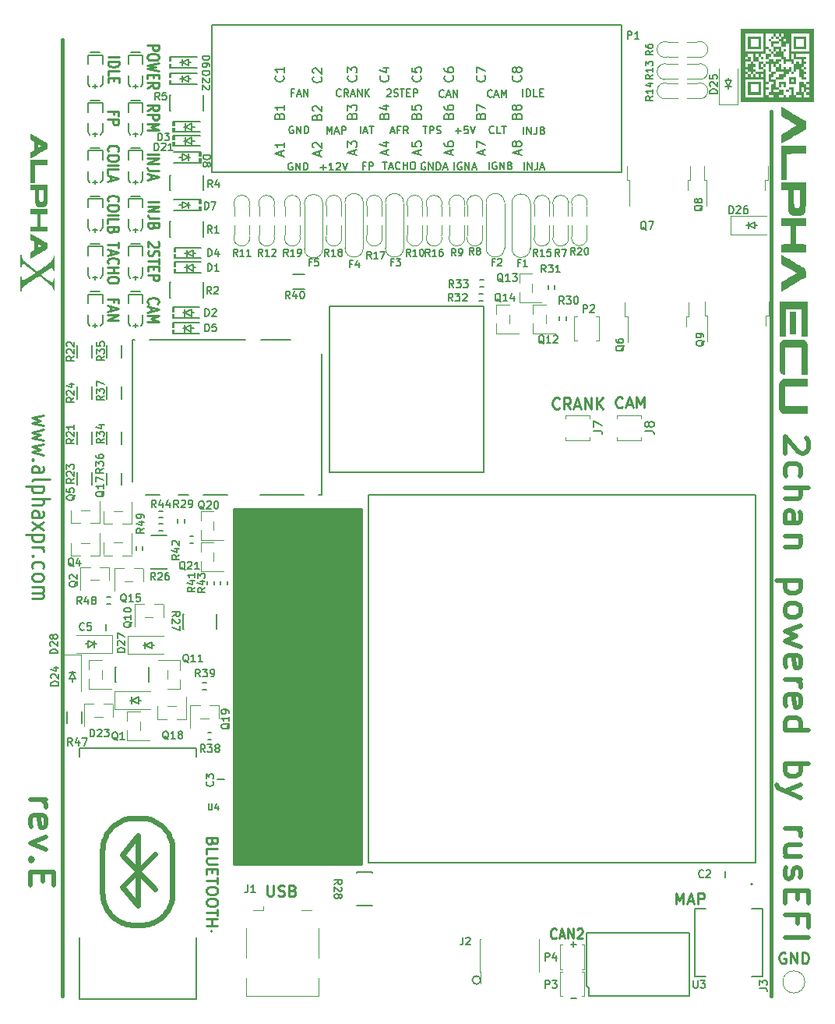
<source format=gto>
G04 #@! TF.GenerationSoftware,KiCad,Pcbnew,(6.0.9)*
G04 #@! TF.CreationDate,2022-12-10T14:18:16+03:00*
G04 #@! TF.ProjectId,alphax_2ch,616c7068-6178-45f3-9263-682e6b696361,E*
G04 #@! TF.SameCoordinates,PX141f5e0PYa2cace0*
G04 #@! TF.FileFunction,Legend,Top*
G04 #@! TF.FilePolarity,Positive*
%FSLAX46Y46*%
G04 Gerber Fmt 4.6, Leading zero omitted, Abs format (unit mm)*
G04 Created by KiCad (PCBNEW (6.0.9)) date 2022-12-10 14:18:16*
%MOMM*%
%LPD*%
G01*
G04 APERTURE LIST*
%ADD10C,0.381000*%
%ADD11C,0.250000*%
%ADD12C,0.170000*%
%ADD13C,0.500000*%
%ADD14C,0.127000*%
%ADD15C,0.150000*%
%ADD16C,0.200000*%
%ADD17C,0.099060*%
%ADD18C,0.120000*%
%ADD19C,0.203200*%
%ADD20C,0.631031*%
G04 APERTURE END LIST*
D10*
X82000000Y600000D02*
X82000000Y96700000D01*
X5000000Y600000D02*
X5000000Y104500000D01*
D11*
X37500000Y53450000D02*
X23600000Y53450000D01*
X23600000Y53450000D02*
X23600000Y14900000D01*
X23600000Y14900000D02*
X37500000Y14900000D01*
X37500000Y14900000D02*
X37500000Y53450000D01*
G36*
X37500000Y53450000D02*
G01*
X23600000Y53450000D01*
X23600000Y14900000D01*
X37500000Y14900000D01*
X37500000Y53450000D01*
G37*
D12*
X55110010Y94193090D02*
X55110010Y94993090D01*
X55490962Y94193090D02*
X55490962Y94993090D01*
X55948105Y94193090D01*
X55948105Y94993090D01*
X56557629Y94993090D02*
X56557629Y94421661D01*
X56519534Y94307375D01*
X56443343Y94231185D01*
X56329058Y94193090D01*
X56252867Y94193090D01*
X57205248Y94612137D02*
X57319534Y94574042D01*
X57357629Y94535947D01*
X57395724Y94459756D01*
X57395724Y94345471D01*
X57357629Y94269280D01*
X57319534Y94231185D01*
X57243343Y94193090D01*
X56938581Y94193090D01*
X56938581Y94993090D01*
X57205248Y94993090D01*
X57281439Y94954994D01*
X57319534Y94916899D01*
X57357629Y94840709D01*
X57357629Y94764518D01*
X57319534Y94688328D01*
X57281439Y94650233D01*
X57205248Y94612137D01*
X56938581Y94612137D01*
X46457714Y98278286D02*
X46419619Y98240191D01*
X46305333Y98202096D01*
X46229142Y98202096D01*
X46114857Y98240191D01*
X46038666Y98316381D01*
X46000571Y98392572D01*
X45962476Y98544953D01*
X45962476Y98659239D01*
X46000571Y98811620D01*
X46038666Y98887810D01*
X46114857Y98964000D01*
X46229142Y99002096D01*
X46305333Y99002096D01*
X46419619Y98964000D01*
X46457714Y98925905D01*
X46762476Y98430667D02*
X47143428Y98430667D01*
X46686285Y98202096D02*
X46952952Y99002096D01*
X47219619Y98202096D01*
X47486285Y98202096D02*
X47486285Y99002096D01*
X47943428Y98202096D01*
X47943428Y99002096D01*
X60237619Y311429D02*
X60862380Y311429D01*
X29990476Y91050000D02*
X29914285Y91088096D01*
X29800000Y91088096D01*
X29685714Y91050000D01*
X29609523Y90973810D01*
X29571428Y90897620D01*
X29533333Y90745239D01*
X29533333Y90630953D01*
X29571428Y90478572D01*
X29609523Y90402381D01*
X29685714Y90326191D01*
X29800000Y90288096D01*
X29876190Y90288096D01*
X29990476Y90326191D01*
X30028571Y90364286D01*
X30028571Y90630953D01*
X29876190Y90630953D01*
X30371428Y90288096D02*
X30371428Y91088096D01*
X30828571Y90288096D01*
X30828571Y91088096D01*
X31209523Y90288096D02*
X31209523Y91088096D01*
X31400000Y91088096D01*
X31514285Y91050000D01*
X31590476Y90973810D01*
X31628571Y90897620D01*
X31666666Y90745239D01*
X31666666Y90630953D01*
X31628571Y90478572D01*
X31590476Y90402381D01*
X31514285Y90326191D01*
X31400000Y90288096D01*
X31209523Y90288096D01*
D11*
X14371428Y75790477D02*
X14314285Y75838096D01*
X14257142Y75980953D01*
X14257142Y76076191D01*
X14314285Y76219048D01*
X14428571Y76314286D01*
X14542857Y76361905D01*
X14771428Y76409524D01*
X14942857Y76409524D01*
X15171428Y76361905D01*
X15285714Y76314286D01*
X15400000Y76219048D01*
X15457142Y76076191D01*
X15457142Y75980953D01*
X15400000Y75838096D01*
X15342857Y75790477D01*
X14600000Y75409524D02*
X14600000Y74933334D01*
X14257142Y75504762D02*
X15457142Y75171429D01*
X14257142Y74838096D01*
X14257142Y74504762D02*
X15457142Y74504762D01*
X14600000Y74171429D01*
X15457142Y73838096D01*
X14257142Y73838096D01*
D12*
X60257619Y6201429D02*
X60882380Y6201429D01*
X60570000Y5889048D02*
X60570000Y6513810D01*
D11*
X15392857Y82495239D02*
X15450000Y82447620D01*
X15507142Y82352381D01*
X15507142Y82114286D01*
X15450000Y82019048D01*
X15392857Y81971429D01*
X15278571Y81923810D01*
X15164285Y81923810D01*
X14992857Y81971429D01*
X14307142Y82542858D01*
X14307142Y81923810D01*
X14364285Y81542858D02*
X14307142Y81400000D01*
X14307142Y81161905D01*
X14364285Y81066667D01*
X14421428Y81019048D01*
X14535714Y80971429D01*
X14650000Y80971429D01*
X14764285Y81019048D01*
X14821428Y81066667D01*
X14878571Y81161905D01*
X14935714Y81352381D01*
X14992857Y81447620D01*
X15050000Y81495239D01*
X15164285Y81542858D01*
X15278571Y81542858D01*
X15392857Y81495239D01*
X15450000Y81447620D01*
X15507142Y81352381D01*
X15507142Y81114286D01*
X15450000Y80971429D01*
X15507142Y80685715D02*
X15507142Y80114286D01*
X14307142Y80400000D02*
X15507142Y80400000D01*
X14935714Y79780953D02*
X14935714Y79447620D01*
X14307142Y79304762D02*
X14307142Y79780953D01*
X15507142Y79780953D01*
X15507142Y79304762D01*
X14307142Y78876191D02*
X15507142Y78876191D01*
X15507142Y78495239D01*
X15450000Y78400000D01*
X15392857Y78352381D01*
X15278571Y78304762D01*
X15107142Y78304762D01*
X14992857Y78352381D01*
X14935714Y78400000D01*
X14878571Y78495239D01*
X14878571Y78876191D01*
X14257142Y96761905D02*
X14828571Y97095239D01*
X14257142Y97333334D02*
X15457142Y97333334D01*
X15457142Y96952381D01*
X15400000Y96857143D01*
X15342857Y96809524D01*
X15228571Y96761905D01*
X15057142Y96761905D01*
X14942857Y96809524D01*
X14885714Y96857143D01*
X14828571Y96952381D01*
X14828571Y97333334D01*
X14257142Y96333334D02*
X15457142Y96333334D01*
X15457142Y95952381D01*
X15400000Y95857143D01*
X15342857Y95809524D01*
X15228571Y95761905D01*
X15057142Y95761905D01*
X14942857Y95809524D01*
X14885714Y95857143D01*
X14828571Y95952381D01*
X14828571Y96333334D01*
X14257142Y95333334D02*
X15457142Y95333334D01*
X14600000Y95000000D01*
X15457142Y94666667D01*
X14257142Y94666667D01*
D12*
X40265781Y99008382D02*
X40303876Y99046477D01*
X40380067Y99084573D01*
X40570543Y99084573D01*
X40646733Y99046477D01*
X40684829Y99008382D01*
X40722924Y98932192D01*
X40722924Y98856001D01*
X40684829Y98741716D01*
X40227686Y98284573D01*
X40722924Y98284573D01*
X41027686Y98322668D02*
X41141972Y98284573D01*
X41332448Y98284573D01*
X41408638Y98322668D01*
X41446733Y98360763D01*
X41484829Y98436954D01*
X41484829Y98513144D01*
X41446733Y98589335D01*
X41408638Y98627430D01*
X41332448Y98665525D01*
X41180067Y98703620D01*
X41103876Y98741716D01*
X41065781Y98779811D01*
X41027686Y98856001D01*
X41027686Y98932192D01*
X41065781Y99008382D01*
X41103876Y99046477D01*
X41180067Y99084573D01*
X41370543Y99084573D01*
X41484829Y99046477D01*
X41713400Y99084573D02*
X42170543Y99084573D01*
X41941972Y98284573D02*
X41941972Y99084573D01*
X42437210Y98703620D02*
X42703876Y98703620D01*
X42818162Y98284573D02*
X42437210Y98284573D01*
X42437210Y99084573D01*
X42818162Y99084573D01*
X43161019Y98284573D02*
X43161019Y99084573D01*
X43465781Y99084573D01*
X43541972Y99046477D01*
X43580067Y99008382D01*
X43618162Y98932192D01*
X43618162Y98817906D01*
X43580067Y98741716D01*
X43541972Y98703620D01*
X43465781Y98665525D01*
X43161019Y98665525D01*
D11*
X14257142Y92033334D02*
X15457142Y92033334D01*
X14257142Y91557143D02*
X15457142Y91557143D01*
X14257142Y90985715D01*
X15457142Y90985715D01*
X15457142Y90223810D02*
X14600000Y90223810D01*
X14428571Y90271429D01*
X14314285Y90366667D01*
X14257142Y90509524D01*
X14257142Y90604762D01*
X14600000Y89795239D02*
X14600000Y89319048D01*
X14257142Y89890477D02*
X15457142Y89557143D01*
X14257142Y89223810D01*
D12*
X35259977Y98360763D02*
X35221882Y98322668D01*
X35107596Y98284573D01*
X35031405Y98284573D01*
X34917120Y98322668D01*
X34840929Y98398858D01*
X34802834Y98475049D01*
X34764739Y98627430D01*
X34764739Y98741716D01*
X34802834Y98894097D01*
X34840929Y98970287D01*
X34917120Y99046477D01*
X35031405Y99084573D01*
X35107596Y99084573D01*
X35221882Y99046477D01*
X35259977Y99008382D01*
X36059977Y98284573D02*
X35793310Y98665525D01*
X35602834Y98284573D02*
X35602834Y99084573D01*
X35907596Y99084573D01*
X35983786Y99046477D01*
X36021882Y99008382D01*
X36059977Y98932192D01*
X36059977Y98817906D01*
X36021882Y98741716D01*
X35983786Y98703620D01*
X35907596Y98665525D01*
X35602834Y98665525D01*
X36364739Y98513144D02*
X36745691Y98513144D01*
X36288548Y98284573D02*
X36555215Y99084573D01*
X36821882Y98284573D01*
X37088548Y98284573D02*
X37088548Y99084573D01*
X37545691Y98284573D01*
X37545691Y99084573D01*
X37926643Y98284573D02*
X37926643Y99084573D01*
X38383786Y98284573D02*
X38040929Y98741716D01*
X38383786Y99084573D02*
X37926643Y98627430D01*
X33762485Y94239017D02*
X33762485Y95039017D01*
X34029151Y94467588D01*
X34295818Y95039017D01*
X34295818Y94239017D01*
X34638675Y94467588D02*
X35019628Y94467588D01*
X34562485Y94239017D02*
X34829151Y95039017D01*
X35095818Y94239017D01*
X35362485Y94239017D02*
X35362485Y95039017D01*
X35667247Y95039017D01*
X35743437Y95000921D01*
X35781532Y94962826D01*
X35819628Y94886636D01*
X35819628Y94772350D01*
X35781532Y94696160D01*
X35743437Y94658064D01*
X35667247Y94619969D01*
X35362485Y94619969D01*
D11*
X10021428Y86907143D02*
X9964285Y86954762D01*
X9907142Y87097620D01*
X9907142Y87192858D01*
X9964285Y87335715D01*
X10078571Y87430953D01*
X10192857Y87478572D01*
X10421428Y87526191D01*
X10592857Y87526191D01*
X10821428Y87478572D01*
X10935714Y87430953D01*
X11050000Y87335715D01*
X11107142Y87192858D01*
X11107142Y87097620D01*
X11050000Y86954762D01*
X10992857Y86907143D01*
X11107142Y86288096D02*
X11107142Y86097620D01*
X11050000Y86002381D01*
X10935714Y85907143D01*
X10707142Y85859524D01*
X10307142Y85859524D01*
X10078571Y85907143D01*
X9964285Y86002381D01*
X9907142Y86097620D01*
X9907142Y86288096D01*
X9964285Y86383334D01*
X10078571Y86478572D01*
X10307142Y86526191D01*
X10707142Y86526191D01*
X10935714Y86478572D01*
X11050000Y86383334D01*
X11107142Y86288096D01*
X9907142Y85430953D02*
X11107142Y85430953D01*
X9907142Y84478572D02*
X9907142Y84954762D01*
X11107142Y84954762D01*
X10535714Y83811905D02*
X10478571Y83669048D01*
X10421428Y83621429D01*
X10307142Y83573810D01*
X10135714Y83573810D01*
X10021428Y83621429D01*
X9964285Y83669048D01*
X9907142Y83764286D01*
X9907142Y84145239D01*
X11107142Y84145239D01*
X11107142Y83811905D01*
X11050000Y83716667D01*
X10992857Y83669048D01*
X10878571Y83621429D01*
X10764285Y83621429D01*
X10650000Y83669048D01*
X10592857Y83716667D01*
X10535714Y83811905D01*
X10535714Y84145239D01*
D12*
X33040476Y90592858D02*
X33650000Y90592858D01*
X33345238Y90288096D02*
X33345238Y90897620D01*
X34450000Y90288096D02*
X33992857Y90288096D01*
X34221428Y90288096D02*
X34221428Y91088096D01*
X34145238Y90973810D01*
X34069047Y90897620D01*
X33992857Y90859524D01*
X34754761Y91011905D02*
X34792857Y91050000D01*
X34869047Y91088096D01*
X35059523Y91088096D01*
X35135714Y91050000D01*
X35173809Y91011905D01*
X35211904Y90935715D01*
X35211904Y90859524D01*
X35173809Y90745239D01*
X34716666Y90288096D01*
X35211904Y90288096D01*
X35440476Y91088096D02*
X35707142Y90288096D01*
X35973809Y91088096D01*
D11*
X59028571Y64471429D02*
X58971428Y64414286D01*
X58800000Y64357143D01*
X58685714Y64357143D01*
X58514285Y64414286D01*
X58400000Y64528572D01*
X58342857Y64642858D01*
X58285714Y64871429D01*
X58285714Y65042858D01*
X58342857Y65271429D01*
X58400000Y65385715D01*
X58514285Y65500000D01*
X58685714Y65557143D01*
X58800000Y65557143D01*
X58971428Y65500000D01*
X59028571Y65442858D01*
X60228571Y64357143D02*
X59828571Y64928572D01*
X59542857Y64357143D02*
X59542857Y65557143D01*
X60000000Y65557143D01*
X60114285Y65500000D01*
X60171428Y65442858D01*
X60228571Y65328572D01*
X60228571Y65157143D01*
X60171428Y65042858D01*
X60114285Y64985715D01*
X60000000Y64928572D01*
X59542857Y64928572D01*
X60685714Y64700000D02*
X61257142Y64700000D01*
X60571428Y64357143D02*
X60971428Y65557143D01*
X61371428Y64357143D01*
X61771428Y64357143D02*
X61771428Y65557143D01*
X62457142Y64357143D01*
X62457142Y65557143D01*
X63028571Y64357143D02*
X63028571Y65557143D01*
X63714285Y64357143D02*
X63200000Y65042858D01*
X63714285Y65557143D02*
X63028571Y64871429D01*
D12*
X47588095Y90328096D02*
X47588095Y91128096D01*
X48388095Y91090000D02*
X48311904Y91128096D01*
X48197619Y91128096D01*
X48083333Y91090000D01*
X48007142Y91013810D01*
X47969047Y90937620D01*
X47930952Y90785239D01*
X47930952Y90670953D01*
X47969047Y90518572D01*
X48007142Y90442381D01*
X48083333Y90366191D01*
X48197619Y90328096D01*
X48273809Y90328096D01*
X48388095Y90366191D01*
X48426190Y90404286D01*
X48426190Y90670953D01*
X48273809Y90670953D01*
X48769047Y90328096D02*
X48769047Y91128096D01*
X49226190Y90328096D01*
X49226190Y91128096D01*
X49569047Y90556667D02*
X49950000Y90556667D01*
X49492857Y90328096D02*
X49759523Y91128096D01*
X50026190Y90328096D01*
X40700317Y94486074D02*
X41081270Y94486074D01*
X40624127Y94257503D02*
X40890793Y95057503D01*
X41157460Y94257503D01*
X41690793Y94676550D02*
X41424127Y94676550D01*
X41424127Y94257503D02*
X41424127Y95057503D01*
X41805079Y95057503D01*
X42566984Y94257503D02*
X42300317Y94638455D01*
X42109841Y94257503D02*
X42109841Y95057503D01*
X42414603Y95057503D01*
X42490793Y95019407D01*
X42528889Y94981312D01*
X42566984Y94905122D01*
X42566984Y94790836D01*
X42528889Y94714646D01*
X42490793Y94676550D01*
X42414603Y94638455D01*
X42109841Y94638455D01*
D13*
X1492510Y21869995D02*
X3225843Y21869995D01*
X2730605Y21869995D02*
X2978224Y21731900D01*
X3102034Y21593805D01*
X3225843Y21317614D01*
X3225843Y21041424D01*
X1616320Y18969995D02*
X1492510Y19246186D01*
X1492510Y19798567D01*
X1616320Y20074757D01*
X1863939Y20212852D01*
X2854415Y20212852D01*
X3102034Y20074757D01*
X3225843Y19798567D01*
X3225843Y19246186D01*
X3102034Y18969995D01*
X2854415Y18831900D01*
X2606796Y18831900D01*
X2359177Y20212852D01*
X3225843Y17865233D02*
X1492510Y17174757D01*
X3225843Y16484281D01*
X1740129Y15379519D02*
X1616320Y15241424D01*
X1492510Y15379519D01*
X1616320Y15517614D01*
X1740129Y15379519D01*
X1492510Y15379519D01*
X2854415Y13998567D02*
X2854415Y13031900D01*
X1492510Y12617614D02*
X1492510Y13998567D01*
X4092510Y13998567D01*
X4092510Y12617614D01*
D11*
X10535714Y96307143D02*
X10535714Y96640477D01*
X9907142Y96640477D02*
X11107142Y96640477D01*
X11107142Y96164286D01*
X9907142Y95783334D02*
X11107142Y95783334D01*
X11107142Y95402381D01*
X11050000Y95307143D01*
X10992857Y95259524D01*
X10878571Y95211905D01*
X10707142Y95211905D01*
X10592857Y95259524D01*
X10535714Y95307143D01*
X10478571Y95402381D01*
X10478571Y95783334D01*
D13*
X85876190Y61192620D02*
X86000000Y61054524D01*
X86123809Y60778334D01*
X86123809Y60087858D01*
X86000000Y59811667D01*
X85876190Y59673572D01*
X85628571Y59535477D01*
X85380952Y59535477D01*
X85009523Y59673572D01*
X83523809Y61330715D01*
X83523809Y59535477D01*
X83647619Y57049762D02*
X83523809Y57325953D01*
X83523809Y57878334D01*
X83647619Y58154524D01*
X83771428Y58292620D01*
X84019047Y58430715D01*
X84761904Y58430715D01*
X85009523Y58292620D01*
X85133333Y58154524D01*
X85257142Y57878334D01*
X85257142Y57325953D01*
X85133333Y57049762D01*
X83523809Y55806905D02*
X86123809Y55806905D01*
X83523809Y54564048D02*
X84885714Y54564048D01*
X85133333Y54702143D01*
X85257142Y54978334D01*
X85257142Y55392620D01*
X85133333Y55668810D01*
X85009523Y55806905D01*
X83523809Y51940239D02*
X84885714Y51940239D01*
X85133333Y52078334D01*
X85257142Y52354524D01*
X85257142Y52906905D01*
X85133333Y53183096D01*
X83647619Y51940239D02*
X83523809Y52216429D01*
X83523809Y52906905D01*
X83647619Y53183096D01*
X83895238Y53321191D01*
X84142857Y53321191D01*
X84390476Y53183096D01*
X84514285Y52906905D01*
X84514285Y52216429D01*
X84638095Y51940239D01*
X85257142Y50559286D02*
X83523809Y50559286D01*
X85009523Y50559286D02*
X85133333Y50421191D01*
X85257142Y50145000D01*
X85257142Y49730715D01*
X85133333Y49454524D01*
X84885714Y49316429D01*
X83523809Y49316429D01*
X85257142Y45725953D02*
X82657142Y45725953D01*
X85133333Y45725953D02*
X85257142Y45449762D01*
X85257142Y44897381D01*
X85133333Y44621191D01*
X85009523Y44483096D01*
X84761904Y44345000D01*
X84019047Y44345000D01*
X83771428Y44483096D01*
X83647619Y44621191D01*
X83523809Y44897381D01*
X83523809Y45449762D01*
X83647619Y45725953D01*
X83523809Y42687858D02*
X83647619Y42964048D01*
X83771428Y43102143D01*
X84019047Y43240239D01*
X84761904Y43240239D01*
X85009523Y43102143D01*
X85133333Y42964048D01*
X85257142Y42687858D01*
X85257142Y42273572D01*
X85133333Y41997381D01*
X85009523Y41859286D01*
X84761904Y41721191D01*
X84019047Y41721191D01*
X83771428Y41859286D01*
X83647619Y41997381D01*
X83523809Y42273572D01*
X83523809Y42687858D01*
X85257142Y40754524D02*
X83523809Y40202143D01*
X84761904Y39649762D01*
X83523809Y39097381D01*
X85257142Y38545000D01*
X83647619Y36335477D02*
X83523809Y36611667D01*
X83523809Y37164048D01*
X83647619Y37440239D01*
X83895238Y37578334D01*
X84885714Y37578334D01*
X85133333Y37440239D01*
X85257142Y37164048D01*
X85257142Y36611667D01*
X85133333Y36335477D01*
X84885714Y36197381D01*
X84638095Y36197381D01*
X84390476Y37578334D01*
X83523809Y34954524D02*
X85257142Y34954524D01*
X84761904Y34954524D02*
X85009523Y34816429D01*
X85133333Y34678334D01*
X85257142Y34402143D01*
X85257142Y34125953D01*
X83647619Y32054524D02*
X83523809Y32330715D01*
X83523809Y32883096D01*
X83647619Y33159286D01*
X83895238Y33297381D01*
X84885714Y33297381D01*
X85133333Y33159286D01*
X85257142Y32883096D01*
X85257142Y32330715D01*
X85133333Y32054524D01*
X84885714Y31916429D01*
X84638095Y31916429D01*
X84390476Y33297381D01*
X83523809Y29430715D02*
X86123809Y29430715D01*
X83647619Y29430715D02*
X83523809Y29706905D01*
X83523809Y30259286D01*
X83647619Y30535477D01*
X83771428Y30673572D01*
X84019047Y30811667D01*
X84761904Y30811667D01*
X85009523Y30673572D01*
X85133333Y30535477D01*
X85257142Y30259286D01*
X85257142Y29706905D01*
X85133333Y29430715D01*
X83523809Y25840239D02*
X86123809Y25840239D01*
X85133333Y25840239D02*
X85257142Y25564048D01*
X85257142Y25011667D01*
X85133333Y24735477D01*
X85009523Y24597381D01*
X84761904Y24459286D01*
X84019047Y24459286D01*
X83771428Y24597381D01*
X83647619Y24735477D01*
X83523809Y25011667D01*
X83523809Y25564048D01*
X83647619Y25840239D01*
X85257142Y23492620D02*
X83523809Y22802143D01*
X85257142Y22111667D02*
X83523809Y22802143D01*
X82904761Y23078334D01*
X82780952Y23216429D01*
X82657142Y23492620D01*
X83523809Y18797381D02*
X85257142Y18797381D01*
X84761904Y18797381D02*
X85009523Y18659286D01*
X85133333Y18521191D01*
X85257142Y18245001D01*
X85257142Y17968810D01*
X85257142Y15759286D02*
X83523809Y15759286D01*
X85257142Y17002143D02*
X83895238Y17002143D01*
X83647619Y16864048D01*
X83523809Y16587858D01*
X83523809Y16173572D01*
X83647619Y15897381D01*
X83771428Y15759286D01*
X83647619Y14516429D02*
X83523809Y14240239D01*
X83523809Y13687858D01*
X83647619Y13411667D01*
X83895238Y13273572D01*
X84019047Y13273572D01*
X84266666Y13411667D01*
X84390476Y13687858D01*
X84390476Y14102143D01*
X84514285Y14378334D01*
X84761904Y14516429D01*
X84885714Y14516429D01*
X85133333Y14378334D01*
X85257142Y14102143D01*
X85257142Y13687858D01*
X85133333Y13411667D01*
X84885714Y12030715D02*
X84885714Y11064048D01*
X83523809Y10649762D02*
X83523809Y12030715D01*
X86123809Y12030715D01*
X86123809Y10649762D01*
X84885714Y8440239D02*
X84885714Y9406905D01*
X83523809Y9406905D02*
X86123809Y9406905D01*
X86123809Y8025953D01*
X83523809Y6921191D02*
X86123809Y6921191D01*
D12*
X30129517Y98725091D02*
X29862851Y98725091D01*
X29862851Y98306044D02*
X29862851Y99106044D01*
X30243803Y99106044D01*
X30510470Y98534615D02*
X30891422Y98534615D01*
X30434279Y98306044D02*
X30700946Y99106044D01*
X30967613Y98306044D01*
X31234279Y98306044D02*
X31234279Y99106044D01*
X31691422Y98306044D01*
X31691422Y99106044D01*
X30089116Y95031582D02*
X30012925Y95069678D01*
X29898640Y95069678D01*
X29784354Y95031582D01*
X29708163Y94955392D01*
X29670068Y94879202D01*
X29631973Y94726821D01*
X29631973Y94612535D01*
X29670068Y94460154D01*
X29708163Y94383963D01*
X29784354Y94307773D01*
X29898640Y94269678D01*
X29974830Y94269678D01*
X30089116Y94307773D01*
X30127211Y94345868D01*
X30127211Y94612535D01*
X29974830Y94612535D01*
X30470068Y94269678D02*
X30470068Y95069678D01*
X30927211Y94269678D01*
X30927211Y95069678D01*
X31308163Y94269678D02*
X31308163Y95069678D01*
X31498640Y95069678D01*
X31612925Y95031582D01*
X31689116Y94955392D01*
X31727211Y94879202D01*
X31765306Y94726821D01*
X31765306Y94612535D01*
X31727211Y94460154D01*
X31689116Y94383963D01*
X31612925Y94307773D01*
X31498640Y94269678D01*
X31308163Y94269678D01*
X51687863Y98284327D02*
X51649767Y98246232D01*
X51535482Y98208137D01*
X51459291Y98208137D01*
X51345005Y98246232D01*
X51268815Y98322422D01*
X51230720Y98398613D01*
X51192624Y98550994D01*
X51192624Y98665280D01*
X51230720Y98817661D01*
X51268815Y98893851D01*
X51345005Y98970041D01*
X51459291Y99008137D01*
X51535482Y99008137D01*
X51649767Y98970041D01*
X51687863Y98931946D01*
X51992624Y98436708D02*
X52373577Y98436708D01*
X51916434Y98208137D02*
X52183101Y99008137D01*
X52449767Y98208137D01*
X52716434Y98208137D02*
X52716434Y99008137D01*
X52983101Y98436708D01*
X53249767Y99008137D01*
X53249767Y98208137D01*
D11*
X65871428Y64571429D02*
X65814285Y64514286D01*
X65642857Y64457143D01*
X65528571Y64457143D01*
X65357142Y64514286D01*
X65242857Y64628572D01*
X65185714Y64742858D01*
X65128571Y64971429D01*
X65128571Y65142858D01*
X65185714Y65371429D01*
X65242857Y65485715D01*
X65357142Y65600000D01*
X65528571Y65657143D01*
X65642857Y65657143D01*
X65814285Y65600000D01*
X65871428Y65542858D01*
X66328571Y64800000D02*
X66900000Y64800000D01*
X66214285Y64457143D02*
X66614285Y65657143D01*
X67014285Y64457143D01*
X67414285Y64457143D02*
X67414285Y65657143D01*
X67814285Y64800000D01*
X68214285Y65657143D01*
X68214285Y64457143D01*
D12*
X55188624Y90328339D02*
X55188624Y91128339D01*
X55569576Y90328339D02*
X55569576Y91128339D01*
X56026719Y90328339D01*
X56026719Y91128339D01*
X56636243Y91128339D02*
X56636243Y90556910D01*
X56598148Y90442624D01*
X56521957Y90366434D01*
X56407671Y90328339D01*
X56331481Y90328339D01*
X56979100Y90556910D02*
X57360052Y90556910D01*
X56902910Y90328339D02*
X57169576Y91128339D01*
X57436243Y90328339D01*
X47711926Y94562265D02*
X48321450Y94562265D01*
X48016688Y94257503D02*
X48016688Y94867027D01*
X49083355Y95057503D02*
X48702402Y95057503D01*
X48664307Y94676550D01*
X48702402Y94714646D01*
X48778593Y94752741D01*
X48969069Y94752741D01*
X49045259Y94714646D01*
X49083355Y94676550D01*
X49121450Y94600360D01*
X49121450Y94409884D01*
X49083355Y94333693D01*
X49045259Y94295598D01*
X48969069Y94257503D01*
X48778593Y94257503D01*
X48702402Y94295598D01*
X48664307Y94333693D01*
X49350021Y95057503D02*
X49616688Y94257503D01*
X49883355Y95057503D01*
X37418016Y94266929D02*
X37418016Y95066929D01*
X37760874Y94495500D02*
X38141826Y94495500D01*
X37684683Y94266929D02*
X37951350Y95066929D01*
X38218016Y94266929D01*
X38370397Y95066929D02*
X38827540Y95066929D01*
X38598969Y94266929D02*
X38598969Y95066929D01*
X55062222Y98294020D02*
X55062222Y99094020D01*
X55443175Y98294020D02*
X55443175Y99094020D01*
X55633651Y99094020D01*
X55747937Y99055924D01*
X55824127Y98979734D01*
X55862222Y98903544D01*
X55900317Y98751163D01*
X55900317Y98636877D01*
X55862222Y98484496D01*
X55824127Y98408305D01*
X55747937Y98332115D01*
X55633651Y98294020D01*
X55443175Y98294020D01*
X56624127Y98294020D02*
X56243175Y98294020D01*
X56243175Y99094020D01*
X56890794Y98713067D02*
X57157460Y98713067D01*
X57271746Y98294020D02*
X56890794Y98294020D01*
X56890794Y99094020D01*
X57271746Y99094020D01*
D11*
X27254724Y12596216D02*
X27254724Y11624788D01*
X27311867Y11510502D01*
X27369010Y11453359D01*
X27483295Y11396216D01*
X27711867Y11396216D01*
X27826152Y11453359D01*
X27883295Y11510502D01*
X27940438Y11624788D01*
X27940438Y12596216D01*
X28454724Y11453359D02*
X28626152Y11396216D01*
X28911867Y11396216D01*
X29026152Y11453359D01*
X29083295Y11510502D01*
X29140438Y11624788D01*
X29140438Y11739073D01*
X29083295Y11853359D01*
X29026152Y11910502D01*
X28911867Y11967645D01*
X28683295Y12024788D01*
X28569010Y12081931D01*
X28511867Y12139073D01*
X28454724Y12253359D01*
X28454724Y12367645D01*
X28511867Y12481931D01*
X28569010Y12539073D01*
X28683295Y12596216D01*
X28969010Y12596216D01*
X29140438Y12539073D01*
X30054724Y12024788D02*
X30226152Y11967645D01*
X30283295Y11910502D01*
X30340438Y11796216D01*
X30340438Y11624788D01*
X30283295Y11510502D01*
X30226152Y11453359D01*
X30111867Y11396216D01*
X29654724Y11396216D01*
X29654724Y12596216D01*
X30054724Y12596216D01*
X30169010Y12539073D01*
X30226152Y12481931D01*
X30283295Y12367645D01*
X30283295Y12253359D01*
X30226152Y12139073D01*
X30169010Y12081931D01*
X30054724Y12024788D01*
X29654724Y12024788D01*
X10535714Y75959524D02*
X10535714Y76292858D01*
X9907142Y76292858D02*
X11107142Y76292858D01*
X11107142Y75816667D01*
X10250000Y75483334D02*
X10250000Y75007143D01*
X9907142Y75578572D02*
X11107142Y75245239D01*
X9907142Y74911905D01*
X9907142Y74578572D02*
X11107142Y74578572D01*
X9907142Y74007143D01*
X11107142Y74007143D01*
X83585714Y5250000D02*
X83471428Y5307143D01*
X83300000Y5307143D01*
X83128571Y5250000D01*
X83014285Y5135715D01*
X82957142Y5021429D01*
X82900000Y4792858D01*
X82900000Y4621429D01*
X82957142Y4392858D01*
X83014285Y4278572D01*
X83128571Y4164286D01*
X83300000Y4107143D01*
X83414285Y4107143D01*
X83585714Y4164286D01*
X83642857Y4221429D01*
X83642857Y4621429D01*
X83414285Y4621429D01*
X84157142Y4107143D02*
X84157142Y5307143D01*
X84842857Y4107143D01*
X84842857Y5307143D01*
X85414285Y4107143D02*
X85414285Y5307143D01*
X85700000Y5307143D01*
X85871428Y5250000D01*
X85985714Y5135715D01*
X86042857Y5021429D01*
X86100000Y4792858D01*
X86100000Y4621429D01*
X86042857Y4392858D01*
X85985714Y4278572D01*
X85871428Y4164286D01*
X85700000Y4107143D01*
X85414285Y4107143D01*
D12*
X51902233Y94376634D02*
X51864138Y94338539D01*
X51749852Y94300444D01*
X51673662Y94300444D01*
X51559376Y94338539D01*
X51483186Y94414729D01*
X51445090Y94490920D01*
X51406995Y94643301D01*
X51406995Y94757587D01*
X51445090Y94909968D01*
X51483186Y94986158D01*
X51559376Y95062348D01*
X51673662Y95100444D01*
X51749852Y95100444D01*
X51864138Y95062348D01*
X51902233Y95024253D01*
X52626043Y94300444D02*
X52245090Y94300444D01*
X52245090Y95100444D01*
X52778424Y95100444D02*
X53235566Y95100444D01*
X53006995Y94300444D02*
X53006995Y95100444D01*
X51364730Y90392752D02*
X51364730Y91192752D01*
X52164730Y91154656D02*
X52088539Y91192752D01*
X51974254Y91192752D01*
X51859968Y91154656D01*
X51783778Y91078466D01*
X51745682Y91002276D01*
X51707587Y90849895D01*
X51707587Y90735609D01*
X51745682Y90583228D01*
X51783778Y90507037D01*
X51859968Y90430847D01*
X51974254Y90392752D01*
X52050444Y90392752D01*
X52164730Y90430847D01*
X52202825Y90468942D01*
X52202825Y90735609D01*
X52050444Y90735609D01*
X52545682Y90392752D02*
X52545682Y91192752D01*
X53002825Y90392752D01*
X53002825Y91192752D01*
X53650444Y90811799D02*
X53764730Y90773704D01*
X53802825Y90735609D01*
X53840920Y90659418D01*
X53840920Y90545133D01*
X53802825Y90468942D01*
X53764730Y90430847D01*
X53688539Y90392752D01*
X53383778Y90392752D01*
X53383778Y91192752D01*
X53650444Y91192752D01*
X53726635Y91154656D01*
X53764730Y91116561D01*
X53802825Y91040371D01*
X53802825Y90964180D01*
X53764730Y90887990D01*
X53726635Y90849895D01*
X53650444Y90811799D01*
X53383778Y90811799D01*
X39824127Y91171281D02*
X40281270Y91171281D01*
X40052698Y90371281D02*
X40052698Y91171281D01*
X40509841Y90599852D02*
X40890793Y90599852D01*
X40433651Y90371281D02*
X40700317Y91171281D01*
X40966984Y90371281D01*
X41690793Y90447471D02*
X41652698Y90409376D01*
X41538412Y90371281D01*
X41462222Y90371281D01*
X41347936Y90409376D01*
X41271746Y90485566D01*
X41233651Y90561757D01*
X41195555Y90714138D01*
X41195555Y90828424D01*
X41233651Y90980805D01*
X41271746Y91056995D01*
X41347936Y91133185D01*
X41462222Y91171281D01*
X41538412Y91171281D01*
X41652698Y91133185D01*
X41690793Y91095090D01*
X42033651Y90371281D02*
X42033651Y91171281D01*
X42033651Y90790328D02*
X42490793Y90790328D01*
X42490793Y90371281D02*
X42490793Y91171281D01*
X43024127Y91171281D02*
X43176508Y91171281D01*
X43252698Y91133185D01*
X43328889Y91056995D01*
X43366984Y90904614D01*
X43366984Y90637947D01*
X43328889Y90485566D01*
X43252698Y90409376D01*
X43176508Y90371281D01*
X43024127Y90371281D01*
X42947936Y90409376D01*
X42871746Y90485566D01*
X42833651Y90637947D01*
X42833651Y90904614D01*
X42871746Y91056995D01*
X42947936Y91133185D01*
X43024127Y91171281D01*
D11*
X58680952Y6907143D02*
X58633333Y6854762D01*
X58490476Y6802381D01*
X58395238Y6802381D01*
X58252380Y6854762D01*
X58157142Y6959524D01*
X58109523Y7064286D01*
X58061904Y7273810D01*
X58061904Y7430953D01*
X58109523Y7640477D01*
X58157142Y7745239D01*
X58252380Y7850000D01*
X58395238Y7902381D01*
X58490476Y7902381D01*
X58633333Y7850000D01*
X58680952Y7797620D01*
X59061904Y7116667D02*
X59538095Y7116667D01*
X58966666Y6802381D02*
X59300000Y7902381D01*
X59633333Y6802381D01*
X59966666Y6802381D02*
X59966666Y7902381D01*
X60538095Y6802381D01*
X60538095Y7902381D01*
X60966666Y7797620D02*
X61014285Y7850000D01*
X61109523Y7902381D01*
X61347619Y7902381D01*
X61442857Y7850000D01*
X61490476Y7797620D01*
X61538095Y7692858D01*
X61538095Y7588096D01*
X61490476Y7430953D01*
X60919047Y6802381D01*
X61538095Y6802381D01*
D12*
X44438666Y91090243D02*
X44362475Y91128339D01*
X44248189Y91128339D01*
X44133904Y91090243D01*
X44057713Y91014053D01*
X44019618Y90937863D01*
X43981523Y90785482D01*
X43981523Y90671196D01*
X44019618Y90518815D01*
X44057713Y90442624D01*
X44133904Y90366434D01*
X44248189Y90328339D01*
X44324380Y90328339D01*
X44438666Y90366434D01*
X44476761Y90404529D01*
X44476761Y90671196D01*
X44324380Y90671196D01*
X44819618Y90328339D02*
X44819618Y91128339D01*
X45276761Y90328339D01*
X45276761Y91128339D01*
X45657713Y90328339D02*
X45657713Y91128339D01*
X45848189Y91128339D01*
X45962475Y91090243D01*
X46038666Y91014053D01*
X46076761Y90937863D01*
X46114856Y90785482D01*
X46114856Y90671196D01*
X46076761Y90518815D01*
X46038666Y90442624D01*
X45962475Y90366434D01*
X45848189Y90328339D01*
X45657713Y90328339D01*
X46419618Y90556910D02*
X46800570Y90556910D01*
X46343427Y90328339D02*
X46610094Y91128339D01*
X46876761Y90328339D01*
D11*
X2978571Y63655715D02*
X1645238Y63370000D01*
X2597619Y63084286D01*
X1645238Y62798572D01*
X2978571Y62512858D01*
X2978571Y62084286D02*
X1645238Y61798572D01*
X2597619Y61512858D01*
X1645238Y61227143D01*
X2978571Y60941429D01*
X2978571Y60512858D02*
X1645238Y60227143D01*
X2597619Y59941429D01*
X1645238Y59655715D01*
X2978571Y59370000D01*
X1835714Y58798572D02*
X1740476Y58727143D01*
X1645238Y58798572D01*
X1740476Y58870000D01*
X1835714Y58798572D01*
X1645238Y58798572D01*
X1645238Y57441429D02*
X2692857Y57441429D01*
X2883333Y57512858D01*
X2978571Y57655715D01*
X2978571Y57941429D01*
X2883333Y58084286D01*
X1740476Y57441429D02*
X1645238Y57584286D01*
X1645238Y57941429D01*
X1740476Y58084286D01*
X1930952Y58155715D01*
X2121428Y58155715D01*
X2311904Y58084286D01*
X2407142Y57941429D01*
X2407142Y57584286D01*
X2502380Y57441429D01*
X1645238Y56512858D02*
X1740476Y56655715D01*
X1930952Y56727143D01*
X3645238Y56727143D01*
X2978571Y55941429D02*
X978571Y55941429D01*
X2883333Y55941429D02*
X2978571Y55798572D01*
X2978571Y55512858D01*
X2883333Y55370000D01*
X2788095Y55298572D01*
X2597619Y55227143D01*
X2026190Y55227143D01*
X1835714Y55298572D01*
X1740476Y55370000D01*
X1645238Y55512858D01*
X1645238Y55798572D01*
X1740476Y55941429D01*
X1645238Y54584286D02*
X3645238Y54584286D01*
X1645238Y53941429D02*
X2692857Y53941429D01*
X2883333Y54012858D01*
X2978571Y54155715D01*
X2978571Y54370000D01*
X2883333Y54512858D01*
X2788095Y54584286D01*
X1645238Y52584286D02*
X2692857Y52584286D01*
X2883333Y52655715D01*
X2978571Y52798572D01*
X2978571Y53084286D01*
X2883333Y53227143D01*
X1740476Y52584286D02*
X1645238Y52727143D01*
X1645238Y53084286D01*
X1740476Y53227143D01*
X1930952Y53298572D01*
X2121428Y53298572D01*
X2311904Y53227143D01*
X2407142Y53084286D01*
X2407142Y52727143D01*
X2502380Y52584286D01*
X1645238Y52012858D02*
X2978571Y51227143D01*
X2978571Y52012858D02*
X1645238Y51227143D01*
X2978571Y50655715D02*
X978571Y50655715D01*
X2883333Y50655715D02*
X2978571Y50512858D01*
X2978571Y50227143D01*
X2883333Y50084286D01*
X2788095Y50012858D01*
X2597619Y49941429D01*
X2026190Y49941429D01*
X1835714Y50012858D01*
X1740476Y50084286D01*
X1645238Y50227143D01*
X1645238Y50512858D01*
X1740476Y50655715D01*
X1645238Y49298572D02*
X2978571Y49298572D01*
X2597619Y49298572D02*
X2788095Y49227143D01*
X2883333Y49155715D01*
X2978571Y49012858D01*
X2978571Y48870000D01*
X1835714Y48370000D02*
X1740476Y48298572D01*
X1645238Y48370000D01*
X1740476Y48441429D01*
X1835714Y48370000D01*
X1645238Y48370000D01*
X1740476Y47012858D02*
X1645238Y47155715D01*
X1645238Y47441429D01*
X1740476Y47584286D01*
X1835714Y47655715D01*
X2026190Y47727143D01*
X2597619Y47727143D01*
X2788095Y47655715D01*
X2883333Y47584286D01*
X2978571Y47441429D01*
X2978571Y47155715D01*
X2883333Y47012858D01*
X1645238Y46155715D02*
X1740476Y46298572D01*
X1835714Y46370000D01*
X2026190Y46441429D01*
X2597619Y46441429D01*
X2788095Y46370000D01*
X2883333Y46298572D01*
X2978571Y46155715D01*
X2978571Y45941429D01*
X2883333Y45798572D01*
X2788095Y45727143D01*
X2597619Y45655715D01*
X2026190Y45655715D01*
X1835714Y45727143D01*
X1740476Y45798572D01*
X1645238Y45941429D01*
X1645238Y46155715D01*
X1645238Y45012858D02*
X2978571Y45012858D01*
X2788095Y45012858D02*
X2883333Y44941429D01*
X2978571Y44798572D01*
X2978571Y44584286D01*
X2883333Y44441429D01*
X2692857Y44370000D01*
X1645238Y44370000D01*
X2692857Y44370000D02*
X2883333Y44298572D01*
X2978571Y44155715D01*
X2978571Y43941429D01*
X2883333Y43798572D01*
X2692857Y43727143D01*
X1645238Y43727143D01*
X11107142Y82461905D02*
X11107142Y81890477D01*
X9907142Y82176191D02*
X11107142Y82176191D01*
X10250000Y81604762D02*
X10250000Y81128572D01*
X9907142Y81700000D02*
X11107142Y81366667D01*
X9907142Y81033334D01*
X10021428Y80128572D02*
X9964285Y80176191D01*
X9907142Y80319048D01*
X9907142Y80414286D01*
X9964285Y80557143D01*
X10078571Y80652381D01*
X10192857Y80700000D01*
X10421428Y80747620D01*
X10592857Y80747620D01*
X10821428Y80700000D01*
X10935714Y80652381D01*
X11050000Y80557143D01*
X11107142Y80414286D01*
X11107142Y80319048D01*
X11050000Y80176191D01*
X10992857Y80128572D01*
X9907142Y79700000D02*
X11107142Y79700000D01*
X10535714Y79700000D02*
X10535714Y79128572D01*
X9907142Y79128572D02*
X11107142Y79128572D01*
X11107142Y78461905D02*
X11107142Y78271429D01*
X11050000Y78176191D01*
X10935714Y78080953D01*
X10707142Y78033334D01*
X10307142Y78033334D01*
X10078571Y78080953D01*
X9964285Y78176191D01*
X9907142Y78271429D01*
X9907142Y78461905D01*
X9964285Y78557143D01*
X10078571Y78652381D01*
X10307142Y78700000D01*
X10707142Y78700000D01*
X10935714Y78652381D01*
X11050000Y78557143D01*
X11107142Y78461905D01*
X14257142Y103859524D02*
X15457142Y103859524D01*
X15457142Y103478572D01*
X15400000Y103383334D01*
X15342857Y103335715D01*
X15228571Y103288096D01*
X15057142Y103288096D01*
X14942857Y103335715D01*
X14885714Y103383334D01*
X14828571Y103478572D01*
X14828571Y103859524D01*
X15457142Y102669048D02*
X15457142Y102478572D01*
X15400000Y102383334D01*
X15285714Y102288096D01*
X15057142Y102240477D01*
X14657142Y102240477D01*
X14428571Y102288096D01*
X14314285Y102383334D01*
X14257142Y102478572D01*
X14257142Y102669048D01*
X14314285Y102764286D01*
X14428571Y102859524D01*
X14657142Y102907143D01*
X15057142Y102907143D01*
X15285714Y102859524D01*
X15400000Y102764286D01*
X15457142Y102669048D01*
X15457142Y101907143D02*
X14257142Y101669048D01*
X15114285Y101478572D01*
X14257142Y101288096D01*
X15457142Y101050000D01*
X14885714Y100669048D02*
X14885714Y100335715D01*
X14257142Y100192858D02*
X14257142Y100669048D01*
X15457142Y100669048D01*
X15457142Y100192858D01*
X14257142Y99192858D02*
X14828571Y99526191D01*
X14257142Y99764286D02*
X15457142Y99764286D01*
X15457142Y99383334D01*
X15400000Y99288096D01*
X15342857Y99240477D01*
X15228571Y99192858D01*
X15057142Y99192858D01*
X14942857Y99240477D01*
X14885714Y99288096D01*
X14828571Y99383334D01*
X14828571Y99764286D01*
D12*
X44188286Y95057503D02*
X44645429Y95057503D01*
X44416857Y94257503D02*
X44416857Y95057503D01*
X44912095Y94257503D02*
X44912095Y95057503D01*
X45216857Y95057503D01*
X45293048Y95019407D01*
X45331143Y94981312D01*
X45369238Y94905122D01*
X45369238Y94790836D01*
X45331143Y94714646D01*
X45293048Y94676550D01*
X45216857Y94638455D01*
X44912095Y94638455D01*
X45674000Y94295598D02*
X45788286Y94257503D01*
X45978762Y94257503D01*
X46054952Y94295598D01*
X46093048Y94333693D01*
X46131143Y94409884D01*
X46131143Y94486074D01*
X46093048Y94562265D01*
X46054952Y94600360D01*
X45978762Y94638455D01*
X45826381Y94676550D01*
X45750190Y94714646D01*
X45712095Y94752741D01*
X45674000Y94828931D01*
X45674000Y94905122D01*
X45712095Y94981312D01*
X45750190Y95019407D01*
X45826381Y95057503D01*
X46016857Y95057503D01*
X46131143Y95019407D01*
D11*
X10021428Y92335715D02*
X9964285Y92383334D01*
X9907142Y92526191D01*
X9907142Y92621429D01*
X9964285Y92764286D01*
X10078571Y92859524D01*
X10192857Y92907143D01*
X10421428Y92954762D01*
X10592857Y92954762D01*
X10821428Y92907143D01*
X10935714Y92859524D01*
X11050000Y92764286D01*
X11107142Y92621429D01*
X11107142Y92526191D01*
X11050000Y92383334D01*
X10992857Y92335715D01*
X11107142Y91716667D02*
X11107142Y91526191D01*
X11050000Y91430953D01*
X10935714Y91335715D01*
X10707142Y91288096D01*
X10307142Y91288096D01*
X10078571Y91335715D01*
X9964285Y91430953D01*
X9907142Y91526191D01*
X9907142Y91716667D01*
X9964285Y91811905D01*
X10078571Y91907143D01*
X10307142Y91954762D01*
X10707142Y91954762D01*
X10935714Y91907143D01*
X11050000Y91811905D01*
X11107142Y91716667D01*
X9907142Y90859524D02*
X11107142Y90859524D01*
X9907142Y89907143D02*
X9907142Y90383334D01*
X11107142Y90383334D01*
X10250000Y89621429D02*
X10250000Y89145239D01*
X9907142Y89716667D02*
X11107142Y89383334D01*
X9907142Y89050000D01*
D12*
X37912602Y90747386D02*
X37645936Y90747386D01*
X37645936Y90328339D02*
X37645936Y91128339D01*
X38026888Y91128339D01*
X38331650Y90328339D02*
X38331650Y91128339D01*
X38636412Y91128339D01*
X38712602Y91090243D01*
X38750697Y91052148D01*
X38788793Y90975958D01*
X38788793Y90861672D01*
X38750697Y90785482D01*
X38712602Y90747386D01*
X38636412Y90709291D01*
X38331650Y90709291D01*
D11*
X9957142Y102557143D02*
X11157142Y102557143D01*
X9957142Y102080953D02*
X11157142Y102080953D01*
X11157142Y101842858D01*
X11100000Y101700000D01*
X10985714Y101604762D01*
X10871428Y101557143D01*
X10642857Y101509524D01*
X10471428Y101509524D01*
X10242857Y101557143D01*
X10128571Y101604762D01*
X10014285Y101700000D01*
X9957142Y101842858D01*
X9957142Y102080953D01*
X9957142Y100604762D02*
X9957142Y101080953D01*
X11157142Y101080953D01*
X10585714Y100271429D02*
X10585714Y99938096D01*
X9957142Y99795239D02*
X9957142Y100271429D01*
X11157142Y100271429D01*
X11157142Y99795239D01*
X71685714Y10557143D02*
X71685714Y11757143D01*
X72085714Y10900000D01*
X72485714Y11757143D01*
X72485714Y10557143D01*
X73000000Y10900000D02*
X73571428Y10900000D01*
X72885714Y10557143D02*
X73285714Y11757143D01*
X73685714Y10557143D01*
X74085714Y10557143D02*
X74085714Y11757143D01*
X74542857Y11757143D01*
X74657142Y11700000D01*
X74714285Y11642858D01*
X74771428Y11528572D01*
X74771428Y11357143D01*
X74714285Y11242858D01*
X74657142Y11185715D01*
X74542857Y11128572D01*
X74085714Y11128572D01*
X14307142Y86854762D02*
X15507142Y86854762D01*
X14307142Y86378572D02*
X15507142Y86378572D01*
X14307142Y85807143D01*
X15507142Y85807143D01*
X15507142Y85045239D02*
X14650000Y85045239D01*
X14478571Y85092858D01*
X14364285Y85188096D01*
X14307142Y85330953D01*
X14307142Y85426191D01*
X14935714Y84235715D02*
X14878571Y84092858D01*
X14821428Y84045239D01*
X14707142Y83997620D01*
X14535714Y83997620D01*
X14421428Y84045239D01*
X14364285Y84092858D01*
X14307142Y84188096D01*
X14307142Y84569048D01*
X15507142Y84569048D01*
X15507142Y84235715D01*
X15450000Y84140477D01*
X15392857Y84092858D01*
X15278571Y84045239D01*
X15164285Y84045239D01*
X15050000Y84092858D01*
X14992857Y84140477D01*
X14935714Y84235715D01*
X14935714Y84569048D01*
X21285714Y17371429D02*
X21228571Y17200000D01*
X21171428Y17142858D01*
X21057142Y17085715D01*
X20885714Y17085715D01*
X20771428Y17142858D01*
X20714285Y17200000D01*
X20657142Y17314286D01*
X20657142Y17771429D01*
X21857142Y17771429D01*
X21857142Y17371429D01*
X21800000Y17257143D01*
X21742857Y17200000D01*
X21628571Y17142858D01*
X21514285Y17142858D01*
X21400000Y17200000D01*
X21342857Y17257143D01*
X21285714Y17371429D01*
X21285714Y17771429D01*
X20657142Y16000000D02*
X20657142Y16571429D01*
X21857142Y16571429D01*
X21857142Y15600000D02*
X20885714Y15600000D01*
X20771428Y15542858D01*
X20714285Y15485715D01*
X20657142Y15371429D01*
X20657142Y15142858D01*
X20714285Y15028572D01*
X20771428Y14971429D01*
X20885714Y14914286D01*
X21857142Y14914286D01*
X21285714Y14342858D02*
X21285714Y13942858D01*
X20657142Y13771429D02*
X20657142Y14342858D01*
X21857142Y14342858D01*
X21857142Y13771429D01*
X21857142Y13428572D02*
X21857142Y12742858D01*
X20657142Y13085715D02*
X21857142Y13085715D01*
X21857142Y12114286D02*
X21857142Y11885715D01*
X21800000Y11771429D01*
X21685714Y11657143D01*
X21457142Y11600000D01*
X21057142Y11600000D01*
X20828571Y11657143D01*
X20714285Y11771429D01*
X20657142Y11885715D01*
X20657142Y12114286D01*
X20714285Y12228572D01*
X20828571Y12342858D01*
X21057142Y12400000D01*
X21457142Y12400000D01*
X21685714Y12342858D01*
X21800000Y12228572D01*
X21857142Y12114286D01*
X21857142Y10857143D02*
X21857142Y10628572D01*
X21800000Y10514286D01*
X21685714Y10400000D01*
X21457142Y10342858D01*
X21057142Y10342858D01*
X20828571Y10400000D01*
X20714285Y10514286D01*
X20657142Y10628572D01*
X20657142Y10857143D01*
X20714285Y10971429D01*
X20828571Y11085715D01*
X21057142Y11142858D01*
X21457142Y11142858D01*
X21685714Y11085715D01*
X21800000Y10971429D01*
X21857142Y10857143D01*
X21857142Y10000000D02*
X21857142Y9314286D01*
X20657142Y9657143D02*
X21857142Y9657143D01*
X20657142Y8914286D02*
X21857142Y8914286D01*
X21285714Y8914286D02*
X21285714Y8228572D01*
X20657142Y8228572D02*
X21857142Y8228572D01*
D14*
G04 #@! TO.C,R8*
X49709417Y81112205D02*
X49455417Y81475062D01*
X49273988Y81112205D02*
X49273988Y81874205D01*
X49564274Y81874205D01*
X49636845Y81837919D01*
X49673131Y81801634D01*
X49709417Y81729062D01*
X49709417Y81620205D01*
X49673131Y81547634D01*
X49636845Y81511348D01*
X49564274Y81475062D01*
X49273988Y81475062D01*
X50144845Y81547634D02*
X50072274Y81583919D01*
X50035988Y81620205D01*
X49999702Y81692777D01*
X49999702Y81729062D01*
X50035988Y81801634D01*
X50072274Y81837919D01*
X50144845Y81874205D01*
X50289988Y81874205D01*
X50362559Y81837919D01*
X50398845Y81801634D01*
X50435131Y81729062D01*
X50435131Y81692777D01*
X50398845Y81620205D01*
X50362559Y81583919D01*
X50289988Y81547634D01*
X50144845Y81547634D01*
X50072274Y81511348D01*
X50035988Y81475062D01*
X49999702Y81402491D01*
X49999702Y81257348D01*
X50035988Y81184777D01*
X50072274Y81148491D01*
X50144845Y81112205D01*
X50289988Y81112205D01*
X50362559Y81148491D01*
X50398845Y81184777D01*
X50435131Y81257348D01*
X50435131Y81402491D01*
X50398845Y81475062D01*
X50362559Y81511348D01*
X50289988Y81547634D01*
D12*
G04 #@! TO.C,R29*
X17607125Y53642431D02*
X17333792Y54032907D01*
X17138554Y53642431D02*
X17138554Y54462431D01*
X17450935Y54462431D01*
X17529030Y54423383D01*
X17568077Y54384336D01*
X17607125Y54306241D01*
X17607125Y54189098D01*
X17568077Y54111003D01*
X17529030Y54071955D01*
X17450935Y54032907D01*
X17138554Y54032907D01*
X17919506Y54384336D02*
X17958554Y54423383D01*
X18036649Y54462431D01*
X18231887Y54462431D01*
X18309982Y54423383D01*
X18349030Y54384336D01*
X18388077Y54306241D01*
X18388077Y54228145D01*
X18349030Y54111003D01*
X17880458Y53642431D01*
X18388077Y53642431D01*
X18778554Y53642431D02*
X18934744Y53642431D01*
X19012839Y53681479D01*
X19051887Y53720526D01*
X19129982Y53837669D01*
X19169030Y53993860D01*
X19169030Y54306241D01*
X19129982Y54384336D01*
X19090935Y54423383D01*
X19012839Y54462431D01*
X18856649Y54462431D01*
X18778554Y54423383D01*
X18739506Y54384336D01*
X18700458Y54306241D01*
X18700458Y54111003D01*
X18739506Y54032907D01*
X18778554Y53993860D01*
X18856649Y53954812D01*
X19012839Y53954812D01*
X19090935Y53993860D01*
X19129982Y54032907D01*
X19169030Y54111003D01*
G04 #@! TO.C,R2*
X21158119Y76838096D02*
X20891452Y77219048D01*
X20700976Y76838096D02*
X20700976Y77638096D01*
X21005738Y77638096D01*
X21081928Y77600000D01*
X21120023Y77561905D01*
X21158119Y77485715D01*
X21158119Y77371429D01*
X21120023Y77295239D01*
X21081928Y77257143D01*
X21005738Y77219048D01*
X20700976Y77219048D01*
X21462880Y77561905D02*
X21500976Y77600000D01*
X21577166Y77638096D01*
X21767642Y77638096D01*
X21843833Y77600000D01*
X21881928Y77561905D01*
X21920023Y77485715D01*
X21920023Y77409524D01*
X21881928Y77295239D01*
X21424785Y76838096D01*
X21920023Y76838096D01*
G04 #@! TO.C,R4*
X21314119Y88442096D02*
X21047452Y88823048D01*
X20856976Y88442096D02*
X20856976Y89242096D01*
X21161738Y89242096D01*
X21237928Y89204000D01*
X21276023Y89165905D01*
X21314119Y89089715D01*
X21314119Y88975429D01*
X21276023Y88899239D01*
X21237928Y88861143D01*
X21161738Y88823048D01*
X20856976Y88823048D01*
X21999833Y88975429D02*
X21999833Y88442096D01*
X21809357Y89280191D02*
X21618880Y88708762D01*
X22114119Y88708762D01*
G04 #@! TO.C,C3*
X21357864Y23894311D02*
X21396911Y23855263D01*
X21435959Y23738120D01*
X21435959Y23660025D01*
X21396911Y23542882D01*
X21318816Y23464786D01*
X21240721Y23425739D01*
X21084530Y23386691D01*
X20967387Y23386691D01*
X20811196Y23425739D01*
X20733101Y23464786D01*
X20655006Y23542882D01*
X20615958Y23660025D01*
X20615958Y23738120D01*
X20655006Y23855263D01*
X20694053Y23894311D01*
X20615958Y24167644D02*
X20615958Y24675264D01*
X20928339Y24401930D01*
X20928339Y24519073D01*
X20967387Y24597169D01*
X21006435Y24636216D01*
X21084530Y24675264D01*
X21279768Y24675264D01*
X21357864Y24636216D01*
X21396911Y24597169D01*
X21435959Y24519073D01*
X21435959Y24284787D01*
X21396911Y24206692D01*
X21357864Y24167644D01*
D14*
G04 #@! TO.C,R9*
X47755571Y80978335D02*
X47501571Y81341192D01*
X47320142Y80978335D02*
X47320142Y81740335D01*
X47610428Y81740335D01*
X47682999Y81704049D01*
X47719285Y81667764D01*
X47755571Y81595192D01*
X47755571Y81486335D01*
X47719285Y81413764D01*
X47682999Y81377478D01*
X47610428Y81341192D01*
X47320142Y81341192D01*
X48118428Y80978335D02*
X48263571Y80978335D01*
X48336142Y81014621D01*
X48372428Y81050907D01*
X48444999Y81159764D01*
X48481285Y81304907D01*
X48481285Y81595192D01*
X48444999Y81667764D01*
X48408713Y81704049D01*
X48336142Y81740335D01*
X48190999Y81740335D01*
X48118428Y81704049D01*
X48082142Y81667764D01*
X48045856Y81595192D01*
X48045856Y81413764D01*
X48082142Y81341192D01*
X48118428Y81304907D01*
X48190999Y81268621D01*
X48336142Y81268621D01*
X48408713Y81304907D01*
X48444999Y81341192D01*
X48481285Y81413764D01*
D12*
G04 #@! TO.C,R21*
X6270952Y61072858D02*
X5880476Y60799524D01*
X6270952Y60604286D02*
X5450952Y60604286D01*
X5450952Y60916667D01*
X5490000Y60994762D01*
X5529047Y61033810D01*
X5607142Y61072858D01*
X5724285Y61072858D01*
X5802380Y61033810D01*
X5841428Y60994762D01*
X5880476Y60916667D01*
X5880476Y60604286D01*
X5529047Y61385239D02*
X5490000Y61424286D01*
X5450952Y61502381D01*
X5450952Y61697620D01*
X5490000Y61775715D01*
X5529047Y61814762D01*
X5607142Y61853810D01*
X5685238Y61853810D01*
X5802380Y61814762D01*
X6270952Y61346191D01*
X6270952Y61853810D01*
X6270952Y62634762D02*
X6270952Y62166191D01*
X6270952Y62400477D02*
X5450952Y62400477D01*
X5568095Y62322381D01*
X5646190Y62244286D01*
X5685238Y62166191D01*
D14*
G04 #@! TO.C,F4*
X36496000Y80104429D02*
X36242000Y80104429D01*
X36242000Y79705286D02*
X36242000Y80467286D01*
X36604857Y80467286D01*
X37221714Y80213286D02*
X37221714Y79705286D01*
X37040285Y80503572D02*
X36858857Y79959286D01*
X37330571Y79959286D01*
D12*
G04 #@! TO.C,Q13*
X52891428Y78150953D02*
X52813333Y78190000D01*
X52735238Y78268096D01*
X52618095Y78385239D01*
X52540000Y78424286D01*
X52461904Y78424286D01*
X52500952Y78229048D02*
X52422857Y78268096D01*
X52344761Y78346191D01*
X52305714Y78502381D01*
X52305714Y78775715D01*
X52344761Y78931905D01*
X52422857Y79010000D01*
X52500952Y79049048D01*
X52657142Y79049048D01*
X52735238Y79010000D01*
X52813333Y78931905D01*
X52852380Y78775715D01*
X52852380Y78502381D01*
X52813333Y78346191D01*
X52735238Y78268096D01*
X52657142Y78229048D01*
X52500952Y78229048D01*
X53633333Y78229048D02*
X53164761Y78229048D01*
X53399047Y78229048D02*
X53399047Y79049048D01*
X53320952Y78931905D01*
X53242857Y78853810D01*
X53164761Y78814762D01*
X53906666Y79049048D02*
X54414285Y79049048D01*
X54140952Y78736667D01*
X54258095Y78736667D01*
X54336190Y78697620D01*
X54375238Y78658572D01*
X54414285Y78580477D01*
X54414285Y78385239D01*
X54375238Y78307143D01*
X54336190Y78268096D01*
X54258095Y78229048D01*
X54023809Y78229048D01*
X53945714Y78268096D01*
X53906666Y78307143D01*
G04 #@! TO.C,D1*
X20800976Y79338096D02*
X20800976Y80138096D01*
X20991452Y80138096D01*
X21105738Y80100000D01*
X21181928Y80023810D01*
X21220023Y79947620D01*
X21258119Y79795239D01*
X21258119Y79680953D01*
X21220023Y79528572D01*
X21181928Y79452381D01*
X21105738Y79376191D01*
X20991452Y79338096D01*
X20800976Y79338096D01*
X22020023Y79338096D02*
X21562880Y79338096D01*
X21791452Y79338096D02*
X21791452Y80138096D01*
X21715261Y80023810D01*
X21639071Y79947620D01*
X21562880Y79909524D01*
G04 #@! TO.C,D6*
X20209563Y102693141D02*
X21009563Y102693141D01*
X21009563Y102502665D01*
X20971468Y102388379D01*
X20895277Y102312189D01*
X20819087Y102274094D01*
X20666706Y102235998D01*
X20552420Y102235998D01*
X20400039Y102274094D01*
X20323848Y102312189D01*
X20247658Y102388379D01*
X20209563Y102502665D01*
X20209563Y102693141D01*
X21009563Y101550284D02*
X21009563Y101702665D01*
X20971468Y101778856D01*
X20933372Y101816951D01*
X20819087Y101893141D01*
X20666706Y101931237D01*
X20361944Y101931237D01*
X20285753Y101893141D01*
X20247658Y101855046D01*
X20209563Y101778856D01*
X20209563Y101626475D01*
X20247658Y101550284D01*
X20285753Y101512189D01*
X20361944Y101474094D01*
X20552420Y101474094D01*
X20628610Y101512189D01*
X20666706Y101550284D01*
X20704801Y101626475D01*
X20704801Y101778856D01*
X20666706Y101855046D01*
X20628610Y101893141D01*
X20552420Y101931237D01*
G04 #@! TO.C,Q1*
X11011904Y28360953D02*
X10933809Y28400000D01*
X10855714Y28478096D01*
X10738571Y28595239D01*
X10660476Y28634286D01*
X10582380Y28634286D01*
X10621428Y28439048D02*
X10543333Y28478096D01*
X10465238Y28556191D01*
X10426190Y28712381D01*
X10426190Y28985715D01*
X10465238Y29141905D01*
X10543333Y29220000D01*
X10621428Y29259048D01*
X10777619Y29259048D01*
X10855714Y29220000D01*
X10933809Y29141905D01*
X10972857Y28985715D01*
X10972857Y28712381D01*
X10933809Y28556191D01*
X10855714Y28478096D01*
X10777619Y28439048D01*
X10621428Y28439048D01*
X11753809Y28439048D02*
X11285238Y28439048D01*
X11519523Y28439048D02*
X11519523Y29259048D01*
X11441428Y29141905D01*
X11363333Y29063810D01*
X11285238Y29024762D01*
G04 #@! TO.C,R24*
X6270952Y65572858D02*
X5880476Y65299524D01*
X6270952Y65104286D02*
X5450952Y65104286D01*
X5450952Y65416667D01*
X5490000Y65494762D01*
X5529047Y65533810D01*
X5607142Y65572858D01*
X5724285Y65572858D01*
X5802380Y65533810D01*
X5841428Y65494762D01*
X5880476Y65416667D01*
X5880476Y65104286D01*
X5529047Y65885239D02*
X5490000Y65924286D01*
X5450952Y66002381D01*
X5450952Y66197620D01*
X5490000Y66275715D01*
X5529047Y66314762D01*
X5607142Y66353810D01*
X5685238Y66353810D01*
X5802380Y66314762D01*
X6270952Y65846191D01*
X6270952Y66353810D01*
X5724285Y67056667D02*
X6270952Y67056667D01*
X5411904Y66861429D02*
X5997619Y66666191D01*
X5997619Y67173810D01*
G04 #@! TO.C,D28*
X4470952Y37804286D02*
X3650952Y37804286D01*
X3650952Y37999524D01*
X3690000Y38116667D01*
X3768095Y38194762D01*
X3846190Y38233810D01*
X4002380Y38272858D01*
X4119523Y38272858D01*
X4275714Y38233810D01*
X4353809Y38194762D01*
X4431904Y38116667D01*
X4470952Y37999524D01*
X4470952Y37804286D01*
X3729047Y38585239D02*
X3690000Y38624286D01*
X3650952Y38702381D01*
X3650952Y38897620D01*
X3690000Y38975715D01*
X3729047Y39014762D01*
X3807142Y39053810D01*
X3885238Y39053810D01*
X4002380Y39014762D01*
X4470952Y38546191D01*
X4470952Y39053810D01*
X4002380Y39522381D02*
X3963333Y39444286D01*
X3924285Y39405239D01*
X3846190Y39366191D01*
X3807142Y39366191D01*
X3729047Y39405239D01*
X3690000Y39444286D01*
X3650952Y39522381D01*
X3650952Y39678572D01*
X3690000Y39756667D01*
X3729047Y39795715D01*
X3807142Y39834762D01*
X3846190Y39834762D01*
X3924285Y39795715D01*
X3963333Y39756667D01*
X4002380Y39678572D01*
X4002380Y39522381D01*
X4041428Y39444286D01*
X4080476Y39405239D01*
X4158571Y39366191D01*
X4314761Y39366191D01*
X4392857Y39405239D01*
X4431904Y39444286D01*
X4470952Y39522381D01*
X4470952Y39678572D01*
X4431904Y39756667D01*
X4392857Y39795715D01*
X4314761Y39834762D01*
X4158571Y39834762D01*
X4080476Y39795715D01*
X4041428Y39756667D01*
X4002380Y39678572D01*
G04 #@! TO.C,P2*
X61606761Y74825048D02*
X61606761Y75645048D01*
X61919142Y75645048D01*
X61997238Y75606000D01*
X62036285Y75566953D01*
X62075333Y75488858D01*
X62075333Y75371715D01*
X62036285Y75293620D01*
X61997238Y75254572D01*
X61919142Y75215524D01*
X61606761Y75215524D01*
X62387714Y75566953D02*
X62426761Y75606000D01*
X62504857Y75645048D01*
X62700095Y75645048D01*
X62778190Y75606000D01*
X62817238Y75566953D01*
X62856285Y75488858D01*
X62856285Y75410762D01*
X62817238Y75293620D01*
X62348666Y74825048D01*
X62856285Y74825048D01*
G04 #@! TO.C,R38*
X20504309Y27061048D02*
X20230976Y27451524D01*
X20035738Y27061048D02*
X20035738Y27881048D01*
X20348119Y27881048D01*
X20426214Y27842000D01*
X20465261Y27802953D01*
X20504309Y27724858D01*
X20504309Y27607715D01*
X20465261Y27529620D01*
X20426214Y27490572D01*
X20348119Y27451524D01*
X20035738Y27451524D01*
X20777642Y27881048D02*
X21285261Y27881048D01*
X21011928Y27568667D01*
X21129071Y27568667D01*
X21207166Y27529620D01*
X21246214Y27490572D01*
X21285261Y27412477D01*
X21285261Y27217239D01*
X21246214Y27139143D01*
X21207166Y27100096D01*
X21129071Y27061048D01*
X20894785Y27061048D01*
X20816690Y27100096D01*
X20777642Y27139143D01*
X21753833Y27529620D02*
X21675738Y27568667D01*
X21636690Y27607715D01*
X21597642Y27685810D01*
X21597642Y27724858D01*
X21636690Y27802953D01*
X21675738Y27842000D01*
X21753833Y27881048D01*
X21910023Y27881048D01*
X21988119Y27842000D01*
X22027166Y27802953D01*
X22066214Y27724858D01*
X22066214Y27685810D01*
X22027166Y27607715D01*
X21988119Y27568667D01*
X21910023Y27529620D01*
X21753833Y27529620D01*
X21675738Y27490572D01*
X21636690Y27451524D01*
X21597642Y27373429D01*
X21597642Y27217239D01*
X21636690Y27139143D01*
X21675738Y27100096D01*
X21753833Y27061048D01*
X21910023Y27061048D01*
X21988119Y27100096D01*
X22027166Y27139143D01*
X22066214Y27217239D01*
X22066214Y27373429D01*
X22027166Y27451524D01*
X21988119Y27490572D01*
X21910023Y27529620D01*
G04 #@! TO.C,D22*
X20231034Y101039887D02*
X21031034Y101039887D01*
X21031034Y100849411D01*
X20992939Y100735125D01*
X20916748Y100658935D01*
X20840558Y100620840D01*
X20688177Y100582744D01*
X20573891Y100582744D01*
X20421510Y100620840D01*
X20345319Y100658935D01*
X20269129Y100735125D01*
X20231034Y100849411D01*
X20231034Y101039887D01*
X20954843Y100277983D02*
X20992939Y100239887D01*
X21031034Y100163697D01*
X21031034Y99973221D01*
X20992939Y99897030D01*
X20954843Y99858935D01*
X20878653Y99820840D01*
X20802462Y99820840D01*
X20688177Y99858935D01*
X20231034Y100316078D01*
X20231034Y99820840D01*
X20954843Y99516078D02*
X20992939Y99477983D01*
X21031034Y99401792D01*
X21031034Y99211316D01*
X20992939Y99135125D01*
X20954843Y99097030D01*
X20878653Y99058935D01*
X20802462Y99058935D01*
X20688177Y99097030D01*
X20231034Y99554173D01*
X20231034Y99058935D01*
G04 #@! TO.C,R32*
X47424309Y76055048D02*
X47150976Y76445524D01*
X46955738Y76055048D02*
X46955738Y76875048D01*
X47268119Y76875048D01*
X47346214Y76836000D01*
X47385261Y76796953D01*
X47424309Y76718858D01*
X47424309Y76601715D01*
X47385261Y76523620D01*
X47346214Y76484572D01*
X47268119Y76445524D01*
X46955738Y76445524D01*
X47697642Y76875048D02*
X48205261Y76875048D01*
X47931928Y76562667D01*
X48049071Y76562667D01*
X48127166Y76523620D01*
X48166214Y76484572D01*
X48205261Y76406477D01*
X48205261Y76211239D01*
X48166214Y76133143D01*
X48127166Y76094096D01*
X48049071Y76055048D01*
X47814785Y76055048D01*
X47736690Y76094096D01*
X47697642Y76133143D01*
X48517642Y76796953D02*
X48556690Y76836000D01*
X48634785Y76875048D01*
X48830023Y76875048D01*
X48908119Y76836000D01*
X48947166Y76796953D01*
X48986214Y76718858D01*
X48986214Y76640762D01*
X48947166Y76523620D01*
X48478595Y76055048D01*
X48986214Y76055048D01*
D14*
G04 #@! TO.C,R11*
X24010142Y80955286D02*
X23756142Y81318143D01*
X23574714Y80955286D02*
X23574714Y81717286D01*
X23865000Y81717286D01*
X23937571Y81681000D01*
X23973857Y81644715D01*
X24010142Y81572143D01*
X24010142Y81463286D01*
X23973857Y81390715D01*
X23937571Y81354429D01*
X23865000Y81318143D01*
X23574714Y81318143D01*
X24735857Y80955286D02*
X24300428Y80955286D01*
X24518142Y80955286D02*
X24518142Y81717286D01*
X24445571Y81608429D01*
X24373000Y81535858D01*
X24300428Y81499572D01*
X25461571Y80955286D02*
X25026142Y80955286D01*
X25243857Y80955286D02*
X25243857Y81717286D01*
X25171285Y81608429D01*
X25098714Y81535858D01*
X25026142Y81499572D01*
G04 #@! TO.C,R6*
X69160714Y103263000D02*
X68797857Y103009000D01*
X69160714Y102827572D02*
X68398714Y102827572D01*
X68398714Y103117858D01*
X68435000Y103190429D01*
X68471285Y103226715D01*
X68543857Y103263000D01*
X68652714Y103263000D01*
X68725285Y103226715D01*
X68761571Y103190429D01*
X68797857Y103117858D01*
X68797857Y102827572D01*
X68398714Y103916143D02*
X68398714Y103771000D01*
X68435000Y103698429D01*
X68471285Y103662143D01*
X68580142Y103589572D01*
X68725285Y103553286D01*
X69015571Y103553286D01*
X69088142Y103589572D01*
X69124428Y103625858D01*
X69160714Y103698429D01*
X69160714Y103843572D01*
X69124428Y103916143D01*
X69088142Y103952429D01*
X69015571Y103988715D01*
X68834142Y103988715D01*
X68761571Y103952429D01*
X68725285Y103916143D01*
X68689000Y103843572D01*
X68689000Y103698429D01*
X68725285Y103625858D01*
X68761571Y103589572D01*
X68834142Y103553286D01*
D12*
G04 #@! TO.C,J1*
X25136666Y12649048D02*
X25136666Y12063334D01*
X25097619Y11946191D01*
X25019523Y11868096D01*
X24902380Y11829048D01*
X24824285Y11829048D01*
X25956666Y11829048D02*
X25488095Y11829048D01*
X25722380Y11829048D02*
X25722380Y12649048D01*
X25644285Y12531905D01*
X25566190Y12453810D01*
X25488095Y12414762D01*
G04 #@! TO.C,R36*
X9470952Y57872858D02*
X9080476Y57599524D01*
X9470952Y57404286D02*
X8650952Y57404286D01*
X8650952Y57716667D01*
X8690000Y57794762D01*
X8729047Y57833810D01*
X8807142Y57872858D01*
X8924285Y57872858D01*
X9002380Y57833810D01*
X9041428Y57794762D01*
X9080476Y57716667D01*
X9080476Y57404286D01*
X8650952Y58146191D02*
X8650952Y58653810D01*
X8963333Y58380477D01*
X8963333Y58497620D01*
X9002380Y58575715D01*
X9041428Y58614762D01*
X9119523Y58653810D01*
X9314761Y58653810D01*
X9392857Y58614762D01*
X9431904Y58575715D01*
X9470952Y58497620D01*
X9470952Y58263334D01*
X9431904Y58185239D01*
X9392857Y58146191D01*
X8650952Y59356667D02*
X8650952Y59200477D01*
X8690000Y59122381D01*
X8729047Y59083334D01*
X8846190Y59005239D01*
X9002380Y58966191D01*
X9314761Y58966191D01*
X9392857Y59005239D01*
X9431904Y59044286D01*
X9470952Y59122381D01*
X9470952Y59278572D01*
X9431904Y59356667D01*
X9392857Y59395715D01*
X9314761Y59434762D01*
X9119523Y59434762D01*
X9041428Y59395715D01*
X9002380Y59356667D01*
X8963333Y59278572D01*
X8963333Y59122381D01*
X9002380Y59044286D01*
X9041428Y59005239D01*
X9119523Y58966191D01*
G04 #@! TO.C,Q8*
X74619047Y86463905D02*
X74580000Y86385810D01*
X74501904Y86307715D01*
X74384761Y86190572D01*
X74345714Y86112477D01*
X74345714Y86034381D01*
X74540952Y86073429D02*
X74501904Y85995334D01*
X74423809Y85917239D01*
X74267619Y85878191D01*
X73994285Y85878191D01*
X73838095Y85917239D01*
X73760000Y85995334D01*
X73720952Y86073429D01*
X73720952Y86229620D01*
X73760000Y86307715D01*
X73838095Y86385810D01*
X73994285Y86424858D01*
X74267619Y86424858D01*
X74423809Y86385810D01*
X74501904Y86307715D01*
X74540952Y86229620D01*
X74540952Y86073429D01*
X74072380Y86893429D02*
X74033333Y86815334D01*
X73994285Y86776286D01*
X73916190Y86737239D01*
X73877142Y86737239D01*
X73799047Y86776286D01*
X73760000Y86815334D01*
X73720952Y86893429D01*
X73720952Y87049620D01*
X73760000Y87127715D01*
X73799047Y87166762D01*
X73877142Y87205810D01*
X73916190Y87205810D01*
X73994285Y87166762D01*
X74033333Y87127715D01*
X74072380Y87049620D01*
X74072380Y86893429D01*
X74111428Y86815334D01*
X74150476Y86776286D01*
X74228571Y86737239D01*
X74384761Y86737239D01*
X74462857Y86776286D01*
X74501904Y86815334D01*
X74540952Y86893429D01*
X74540952Y87049620D01*
X74501904Y87127715D01*
X74462857Y87166762D01*
X74384761Y87205810D01*
X74228571Y87205810D01*
X74150476Y87166762D01*
X74111428Y87127715D01*
X74072380Y87049620D01*
G04 #@! TO.C,Q4*
X6221904Y47250953D02*
X6143809Y47290000D01*
X6065714Y47368096D01*
X5948571Y47485239D01*
X5870476Y47524286D01*
X5792380Y47524286D01*
X5831428Y47329048D02*
X5753333Y47368096D01*
X5675238Y47446191D01*
X5636190Y47602381D01*
X5636190Y47875715D01*
X5675238Y48031905D01*
X5753333Y48110000D01*
X5831428Y48149048D01*
X5987619Y48149048D01*
X6065714Y48110000D01*
X6143809Y48031905D01*
X6182857Y47875715D01*
X6182857Y47602381D01*
X6143809Y47446191D01*
X6065714Y47368096D01*
X5987619Y47329048D01*
X5831428Y47329048D01*
X6885714Y47875715D02*
X6885714Y47329048D01*
X6690476Y48188096D02*
X6495238Y47602381D01*
X7002857Y47602381D01*
G04 #@! TO.C,R30*
X59498309Y75743048D02*
X59224976Y76133524D01*
X59029738Y75743048D02*
X59029738Y76563048D01*
X59342119Y76563048D01*
X59420214Y76524000D01*
X59459261Y76484953D01*
X59498309Y76406858D01*
X59498309Y76289715D01*
X59459261Y76211620D01*
X59420214Y76172572D01*
X59342119Y76133524D01*
X59029738Y76133524D01*
X59771642Y76563048D02*
X60279261Y76563048D01*
X60005928Y76250667D01*
X60123071Y76250667D01*
X60201166Y76211620D01*
X60240214Y76172572D01*
X60279261Y76094477D01*
X60279261Y75899239D01*
X60240214Y75821143D01*
X60201166Y75782096D01*
X60123071Y75743048D01*
X59888785Y75743048D01*
X59810690Y75782096D01*
X59771642Y75821143D01*
X60786880Y76563048D02*
X60864976Y76563048D01*
X60943071Y76524000D01*
X60982119Y76484953D01*
X61021166Y76406858D01*
X61060214Y76250667D01*
X61060214Y76055429D01*
X61021166Y75899239D01*
X60982119Y75821143D01*
X60943071Y75782096D01*
X60864976Y75743048D01*
X60786880Y75743048D01*
X60708785Y75782096D01*
X60669738Y75821143D01*
X60630690Y75899239D01*
X60591642Y76055429D01*
X60591642Y76250667D01*
X60630690Y76406858D01*
X60669738Y76484953D01*
X60708785Y76524000D01*
X60786880Y76563048D01*
G04 #@! TO.C,R41*
X19410952Y44974310D02*
X19020476Y44700977D01*
X19410952Y44505739D02*
X18590952Y44505739D01*
X18590952Y44818120D01*
X18630000Y44896215D01*
X18669047Y44935262D01*
X18747142Y44974310D01*
X18864285Y44974310D01*
X18942380Y44935262D01*
X18981428Y44896215D01*
X19020476Y44818120D01*
X19020476Y44505739D01*
X18864285Y45677167D02*
X19410952Y45677167D01*
X18551904Y45481929D02*
X19137619Y45286691D01*
X19137619Y45794310D01*
X19410952Y46536215D02*
X19410952Y46067643D01*
X19410952Y46301929D02*
X18590952Y46301929D01*
X18708095Y46223834D01*
X18786190Y46145739D01*
X18825238Y46067643D01*
G04 #@! TO.C,Q15*
X11959428Y43350953D02*
X11881333Y43390000D01*
X11803238Y43468096D01*
X11686095Y43585239D01*
X11608000Y43624286D01*
X11529904Y43624286D01*
X11568952Y43429048D02*
X11490857Y43468096D01*
X11412761Y43546191D01*
X11373714Y43702381D01*
X11373714Y43975715D01*
X11412761Y44131905D01*
X11490857Y44210000D01*
X11568952Y44249048D01*
X11725142Y44249048D01*
X11803238Y44210000D01*
X11881333Y44131905D01*
X11920380Y43975715D01*
X11920380Y43702381D01*
X11881333Y43546191D01*
X11803238Y43468096D01*
X11725142Y43429048D01*
X11568952Y43429048D01*
X12701333Y43429048D02*
X12232761Y43429048D01*
X12467047Y43429048D02*
X12467047Y44249048D01*
X12388952Y44131905D01*
X12310857Y44053810D01*
X12232761Y44014762D01*
X13443238Y44249048D02*
X13052761Y44249048D01*
X13013714Y43858572D01*
X13052761Y43897620D01*
X13130857Y43936667D01*
X13326095Y43936667D01*
X13404190Y43897620D01*
X13443238Y43858572D01*
X13482285Y43780477D01*
X13482285Y43585239D01*
X13443238Y43507143D01*
X13404190Y43468096D01*
X13326095Y43429048D01*
X13130857Y43429048D01*
X13052761Y43468096D01*
X13013714Y43507143D01*
D14*
G04 #@! TO.C,R17*
X38560142Y80693286D02*
X38306142Y81056143D01*
X38124714Y80693286D02*
X38124714Y81455286D01*
X38415000Y81455286D01*
X38487571Y81419000D01*
X38523857Y81382715D01*
X38560142Y81310143D01*
X38560142Y81201286D01*
X38523857Y81128715D01*
X38487571Y81092429D01*
X38415000Y81056143D01*
X38124714Y81056143D01*
X39285857Y80693286D02*
X38850428Y80693286D01*
X39068142Y80693286D02*
X39068142Y81455286D01*
X38995571Y81346429D01*
X38923000Y81273858D01*
X38850428Y81237572D01*
X39539857Y81455286D02*
X40047857Y81455286D01*
X39721285Y80693286D01*
D12*
G04 #@! TO.C,R33*
X47524309Y77529048D02*
X47250976Y77919524D01*
X47055738Y77529048D02*
X47055738Y78349048D01*
X47368119Y78349048D01*
X47446214Y78310000D01*
X47485261Y78270953D01*
X47524309Y78192858D01*
X47524309Y78075715D01*
X47485261Y77997620D01*
X47446214Y77958572D01*
X47368119Y77919524D01*
X47055738Y77919524D01*
X47797642Y78349048D02*
X48305261Y78349048D01*
X48031928Y78036667D01*
X48149071Y78036667D01*
X48227166Y77997620D01*
X48266214Y77958572D01*
X48305261Y77880477D01*
X48305261Y77685239D01*
X48266214Y77607143D01*
X48227166Y77568096D01*
X48149071Y77529048D01*
X47914785Y77529048D01*
X47836690Y77568096D01*
X47797642Y77607143D01*
X48578595Y78349048D02*
X49086214Y78349048D01*
X48812880Y78036667D01*
X48930023Y78036667D01*
X49008119Y77997620D01*
X49047166Y77958572D01*
X49086214Y77880477D01*
X49086214Y77685239D01*
X49047166Y77607143D01*
X49008119Y77568096D01*
X48930023Y77529048D01*
X48695738Y77529048D01*
X48617642Y77568096D01*
X48578595Y77607143D01*
G04 #@! TO.C,Q19*
X23187047Y30167429D02*
X23148000Y30089334D01*
X23069904Y30011239D01*
X22952761Y29894096D01*
X22913714Y29816000D01*
X22913714Y29737905D01*
X23108952Y29776953D02*
X23069904Y29698858D01*
X22991809Y29620762D01*
X22835619Y29581715D01*
X22562285Y29581715D01*
X22406095Y29620762D01*
X22328000Y29698858D01*
X22288952Y29776953D01*
X22288952Y29933143D01*
X22328000Y30011239D01*
X22406095Y30089334D01*
X22562285Y30128381D01*
X22835619Y30128381D01*
X22991809Y30089334D01*
X23069904Y30011239D01*
X23108952Y29933143D01*
X23108952Y29776953D01*
X23108952Y30909334D02*
X23108952Y30440762D01*
X23108952Y30675048D02*
X22288952Y30675048D01*
X22406095Y30596953D01*
X22484190Y30518858D01*
X22523238Y30440762D01*
X23108952Y31299810D02*
X23108952Y31456000D01*
X23069904Y31534096D01*
X23030857Y31573143D01*
X22913714Y31651239D01*
X22757523Y31690286D01*
X22445142Y31690286D01*
X22367047Y31651239D01*
X22328000Y31612191D01*
X22288952Y31534096D01*
X22288952Y31377905D01*
X22328000Y31299810D01*
X22367047Y31260762D01*
X22445142Y31221715D01*
X22640380Y31221715D01*
X22718476Y31260762D01*
X22757523Y31299810D01*
X22796571Y31377905D01*
X22796571Y31534096D01*
X22757523Y31612191D01*
X22718476Y31651239D01*
X22640380Y31690286D01*
G04 #@! TO.C,Q18*
X16531428Y28450953D02*
X16453333Y28490000D01*
X16375238Y28568096D01*
X16258095Y28685239D01*
X16180000Y28724286D01*
X16101904Y28724286D01*
X16140952Y28529048D02*
X16062857Y28568096D01*
X15984761Y28646191D01*
X15945714Y28802381D01*
X15945714Y29075715D01*
X15984761Y29231905D01*
X16062857Y29310000D01*
X16140952Y29349048D01*
X16297142Y29349048D01*
X16375238Y29310000D01*
X16453333Y29231905D01*
X16492380Y29075715D01*
X16492380Y28802381D01*
X16453333Y28646191D01*
X16375238Y28568096D01*
X16297142Y28529048D01*
X16140952Y28529048D01*
X17273333Y28529048D02*
X16804761Y28529048D01*
X17039047Y28529048D02*
X17039047Y29349048D01*
X16960952Y29231905D01*
X16882857Y29153810D01*
X16804761Y29114762D01*
X17741904Y28997620D02*
X17663809Y29036667D01*
X17624761Y29075715D01*
X17585714Y29153810D01*
X17585714Y29192858D01*
X17624761Y29270953D01*
X17663809Y29310000D01*
X17741904Y29349048D01*
X17898095Y29349048D01*
X17976190Y29310000D01*
X18015238Y29270953D01*
X18054285Y29192858D01*
X18054285Y29153810D01*
X18015238Y29075715D01*
X17976190Y29036667D01*
X17898095Y28997620D01*
X17741904Y28997620D01*
X17663809Y28958572D01*
X17624761Y28919524D01*
X17585714Y28841429D01*
X17585714Y28685239D01*
X17624761Y28607143D01*
X17663809Y28568096D01*
X17741904Y28529048D01*
X17898095Y28529048D01*
X17976190Y28568096D01*
X18015238Y28607143D01*
X18054285Y28685239D01*
X18054285Y28841429D01*
X18015238Y28919524D01*
X17976190Y28958572D01*
X17898095Y28997620D01*
G04 #@! TO.C,R34*
X9520952Y61122858D02*
X9130476Y60849524D01*
X9520952Y60654286D02*
X8700952Y60654286D01*
X8700952Y60966667D01*
X8740000Y61044762D01*
X8779047Y61083810D01*
X8857142Y61122858D01*
X8974285Y61122858D01*
X9052380Y61083810D01*
X9091428Y61044762D01*
X9130476Y60966667D01*
X9130476Y60654286D01*
X8700952Y61396191D02*
X8700952Y61903810D01*
X9013333Y61630477D01*
X9013333Y61747620D01*
X9052380Y61825715D01*
X9091428Y61864762D01*
X9169523Y61903810D01*
X9364761Y61903810D01*
X9442857Y61864762D01*
X9481904Y61825715D01*
X9520952Y61747620D01*
X9520952Y61513334D01*
X9481904Y61435239D01*
X9442857Y61396191D01*
X8974285Y62606667D02*
X9520952Y62606667D01*
X8661904Y62411429D02*
X9247619Y62216191D01*
X9247619Y62723810D01*
G04 #@! TO.C,D26*
X77472285Y85579048D02*
X77472285Y86399048D01*
X77667523Y86399048D01*
X77784666Y86360000D01*
X77862761Y86281905D01*
X77901809Y86203810D01*
X77940857Y86047620D01*
X77940857Y85930477D01*
X77901809Y85774286D01*
X77862761Y85696191D01*
X77784666Y85618096D01*
X77667523Y85579048D01*
X77472285Y85579048D01*
X78253238Y86320953D02*
X78292285Y86360000D01*
X78370380Y86399048D01*
X78565619Y86399048D01*
X78643714Y86360000D01*
X78682761Y86320953D01*
X78721809Y86242858D01*
X78721809Y86164762D01*
X78682761Y86047620D01*
X78214190Y85579048D01*
X78721809Y85579048D01*
X79424666Y86399048D02*
X79268476Y86399048D01*
X79190380Y86360000D01*
X79151333Y86320953D01*
X79073238Y86203810D01*
X79034190Y86047620D01*
X79034190Y85735239D01*
X79073238Y85657143D01*
X79112285Y85618096D01*
X79190380Y85579048D01*
X79346571Y85579048D01*
X79424666Y85618096D01*
X79463714Y85657143D01*
X79502761Y85735239D01*
X79502761Y85930477D01*
X79463714Y86008572D01*
X79424666Y86047620D01*
X79346571Y86086667D01*
X79190380Y86086667D01*
X79112285Y86047620D01*
X79073238Y86008572D01*
X79034190Y85930477D01*
D14*
G04 #@! TO.C,R16*
X44910142Y80955286D02*
X44656142Y81318143D01*
X44474714Y80955286D02*
X44474714Y81717286D01*
X44765000Y81717286D01*
X44837571Y81681000D01*
X44873857Y81644715D01*
X44910142Y81572143D01*
X44910142Y81463286D01*
X44873857Y81390715D01*
X44837571Y81354429D01*
X44765000Y81318143D01*
X44474714Y81318143D01*
X45635857Y80955286D02*
X45200428Y80955286D01*
X45418142Y80955286D02*
X45418142Y81717286D01*
X45345571Y81608429D01*
X45273000Y81535858D01*
X45200428Y81499572D01*
X46289000Y81717286D02*
X46143857Y81717286D01*
X46071285Y81681000D01*
X46035000Y81644715D01*
X45962428Y81535858D01*
X45926142Y81390715D01*
X45926142Y81100429D01*
X45962428Y81027858D01*
X45998714Y80991572D01*
X46071285Y80955286D01*
X46216428Y80955286D01*
X46289000Y80991572D01*
X46325285Y81027858D01*
X46361571Y81100429D01*
X46361571Y81281858D01*
X46325285Y81354429D01*
X46289000Y81390715D01*
X46216428Y81427000D01*
X46071285Y81427000D01*
X45998714Y81390715D01*
X45962428Y81354429D01*
X45926142Y81281858D01*
D12*
G04 #@! TO.C,P3*
X57484761Y1429048D02*
X57484761Y2249048D01*
X57797142Y2249048D01*
X57875238Y2210000D01*
X57914285Y2170953D01*
X57953333Y2092858D01*
X57953333Y1975715D01*
X57914285Y1897620D01*
X57875238Y1858572D01*
X57797142Y1819524D01*
X57484761Y1819524D01*
X58226666Y2249048D02*
X58734285Y2249048D01*
X58460952Y1936667D01*
X58578095Y1936667D01*
X58656190Y1897620D01*
X58695238Y1858572D01*
X58734285Y1780477D01*
X58734285Y1585239D01*
X58695238Y1507143D01*
X58656190Y1468096D01*
X58578095Y1429048D01*
X58343809Y1429048D01*
X58265714Y1468096D01*
X58226666Y1507143D01*
G04 #@! TO.C,D8*
X20273976Y91914781D02*
X21073976Y91914781D01*
X21073976Y91724305D01*
X21035881Y91610019D01*
X20959690Y91533829D01*
X20883500Y91495734D01*
X20731119Y91457638D01*
X20616833Y91457638D01*
X20464452Y91495734D01*
X20388261Y91533829D01*
X20312071Y91610019D01*
X20273976Y91724305D01*
X20273976Y91914781D01*
X20731119Y91000496D02*
X20769214Y91076686D01*
X20807309Y91114781D01*
X20883500Y91152877D01*
X20921595Y91152877D01*
X20997785Y91114781D01*
X21035881Y91076686D01*
X21073976Y91000496D01*
X21073976Y90848115D01*
X21035881Y90771924D01*
X20997785Y90733829D01*
X20921595Y90695734D01*
X20883500Y90695734D01*
X20807309Y90733829D01*
X20769214Y90771924D01*
X20731119Y90848115D01*
X20731119Y91000496D01*
X20693023Y91076686D01*
X20654928Y91114781D01*
X20578738Y91152877D01*
X20426357Y91152877D01*
X20350166Y91114781D01*
X20312071Y91076686D01*
X20273976Y91000496D01*
X20273976Y90848115D01*
X20312071Y90771924D01*
X20350166Y90733829D01*
X20426357Y90695734D01*
X20578738Y90695734D01*
X20654928Y90733829D01*
X20693023Y90771924D01*
X20731119Y90848115D01*
G04 #@! TO.C,R47*
X6082857Y27789048D02*
X5809523Y28179524D01*
X5614285Y27789048D02*
X5614285Y28609048D01*
X5926666Y28609048D01*
X6004761Y28570000D01*
X6043809Y28530953D01*
X6082857Y28452858D01*
X6082857Y28335715D01*
X6043809Y28257620D01*
X6004761Y28218572D01*
X5926666Y28179524D01*
X5614285Y28179524D01*
X6785714Y28335715D02*
X6785714Y27789048D01*
X6590476Y28648096D02*
X6395238Y28062381D01*
X6902857Y28062381D01*
X7137142Y28609048D02*
X7683809Y28609048D01*
X7332380Y27789048D01*
G04 #@! TO.C,R35*
X9570952Y70092735D02*
X9180476Y69819401D01*
X9570952Y69624163D02*
X8750952Y69624163D01*
X8750952Y69936544D01*
X8790000Y70014639D01*
X8829047Y70053687D01*
X8907142Y70092735D01*
X9024285Y70092735D01*
X9102380Y70053687D01*
X9141428Y70014639D01*
X9180476Y69936544D01*
X9180476Y69624163D01*
X8750952Y70366068D02*
X8750952Y70873687D01*
X9063333Y70600354D01*
X9063333Y70717497D01*
X9102380Y70795592D01*
X9141428Y70834639D01*
X9219523Y70873687D01*
X9414761Y70873687D01*
X9492857Y70834639D01*
X9531904Y70795592D01*
X9570952Y70717497D01*
X9570952Y70483211D01*
X9531904Y70405116D01*
X9492857Y70366068D01*
X8750952Y71615592D02*
X8750952Y71225116D01*
X9141428Y71186068D01*
X9102380Y71225116D01*
X9063333Y71303211D01*
X9063333Y71498449D01*
X9102380Y71576544D01*
X9141428Y71615592D01*
X9219523Y71654639D01*
X9414761Y71654639D01*
X9492857Y71615592D01*
X9531904Y71576544D01*
X9570952Y71498449D01*
X9570952Y71303211D01*
X9531904Y71225116D01*
X9492857Y71186068D01*
G04 #@! TO.C,Q14*
X52631428Y76000953D02*
X52553333Y76040000D01*
X52475238Y76118096D01*
X52358095Y76235239D01*
X52280000Y76274286D01*
X52201904Y76274286D01*
X52240952Y76079048D02*
X52162857Y76118096D01*
X52084761Y76196191D01*
X52045714Y76352381D01*
X52045714Y76625715D01*
X52084761Y76781905D01*
X52162857Y76860000D01*
X52240952Y76899048D01*
X52397142Y76899048D01*
X52475238Y76860000D01*
X52553333Y76781905D01*
X52592380Y76625715D01*
X52592380Y76352381D01*
X52553333Y76196191D01*
X52475238Y76118096D01*
X52397142Y76079048D01*
X52240952Y76079048D01*
X53373333Y76079048D02*
X52904761Y76079048D01*
X53139047Y76079048D02*
X53139047Y76899048D01*
X53060952Y76781905D01*
X52982857Y76703810D01*
X52904761Y76664762D01*
X54076190Y76625715D02*
X54076190Y76079048D01*
X53880952Y76938096D02*
X53685714Y76352381D01*
X54193333Y76352381D01*
G04 #@! TO.C,C5*
X7374310Y40367143D02*
X7335262Y40328096D01*
X7218119Y40289048D01*
X7140024Y40289048D01*
X7022881Y40328096D01*
X6944786Y40406191D01*
X6905738Y40484286D01*
X6866690Y40640477D01*
X6866690Y40757620D01*
X6905738Y40913811D01*
X6944786Y40991906D01*
X7022881Y41070001D01*
X7140024Y41109049D01*
X7218119Y41109049D01*
X7335262Y41070001D01*
X7374310Y41030954D01*
X8116216Y41109049D02*
X7725739Y41109049D01*
X7686691Y40718572D01*
X7725739Y40757620D01*
X7803834Y40796668D01*
X7999073Y40796668D01*
X8077168Y40757620D01*
X8116216Y40718572D01*
X8155263Y40640477D01*
X8155263Y40445239D01*
X8116216Y40367143D01*
X8077168Y40328096D01*
X7999073Y40289048D01*
X7803834Y40289048D01*
X7725739Y40328096D01*
X7686691Y40367143D01*
G04 #@! TO.C,R23*
X6270952Y56772858D02*
X5880476Y56499524D01*
X6270952Y56304286D02*
X5450952Y56304286D01*
X5450952Y56616667D01*
X5490000Y56694762D01*
X5529047Y56733810D01*
X5607142Y56772858D01*
X5724285Y56772858D01*
X5802380Y56733810D01*
X5841428Y56694762D01*
X5880476Y56616667D01*
X5880476Y56304286D01*
X5529047Y57085239D02*
X5490000Y57124286D01*
X5450952Y57202381D01*
X5450952Y57397620D01*
X5490000Y57475715D01*
X5529047Y57514762D01*
X5607142Y57553810D01*
X5685238Y57553810D01*
X5802380Y57514762D01*
X6270952Y57046191D01*
X6270952Y57553810D01*
X5450952Y57827143D02*
X5450952Y58334762D01*
X5763333Y58061429D01*
X5763333Y58178572D01*
X5802380Y58256667D01*
X5841428Y58295715D01*
X5919523Y58334762D01*
X6114761Y58334762D01*
X6192857Y58295715D01*
X6231904Y58256667D01*
X6270952Y58178572D01*
X6270952Y57944286D01*
X6231904Y57866191D01*
X6192857Y57827143D01*
D14*
G04 #@! TO.C,R10*
X42810142Y80955286D02*
X42556142Y81318143D01*
X42374714Y80955286D02*
X42374714Y81717286D01*
X42665000Y81717286D01*
X42737571Y81681000D01*
X42773857Y81644715D01*
X42810142Y81572143D01*
X42810142Y81463286D01*
X42773857Y81390715D01*
X42737571Y81354429D01*
X42665000Y81318143D01*
X42374714Y81318143D01*
X43535857Y80955286D02*
X43100428Y80955286D01*
X43318142Y80955286D02*
X43318142Y81717286D01*
X43245571Y81608429D01*
X43173000Y81535858D01*
X43100428Y81499572D01*
X44007571Y81717286D02*
X44080142Y81717286D01*
X44152714Y81681000D01*
X44189000Y81644715D01*
X44225285Y81572143D01*
X44261571Y81427000D01*
X44261571Y81245572D01*
X44225285Y81100429D01*
X44189000Y81027858D01*
X44152714Y80991572D01*
X44080142Y80955286D01*
X44007571Y80955286D01*
X43935000Y80991572D01*
X43898714Y81027858D01*
X43862428Y81100429D01*
X43826142Y81245572D01*
X43826142Y81427000D01*
X43862428Y81572143D01*
X43898714Y81644715D01*
X43935000Y81681000D01*
X44007571Y81717286D01*
D12*
G04 #@! TO.C,D21*
X15000976Y92438096D02*
X15000976Y93238096D01*
X15191452Y93238096D01*
X15305738Y93200000D01*
X15381928Y93123810D01*
X15420023Y93047620D01*
X15458119Y92895239D01*
X15458119Y92780953D01*
X15420023Y92628572D01*
X15381928Y92552381D01*
X15305738Y92476191D01*
X15191452Y92438096D01*
X15000976Y92438096D01*
X15762880Y93161905D02*
X15800976Y93200000D01*
X15877166Y93238096D01*
X16067642Y93238096D01*
X16143833Y93200000D01*
X16181928Y93161905D01*
X16220023Y93085715D01*
X16220023Y93009524D01*
X16181928Y92895239D01*
X15724785Y92438096D01*
X16220023Y92438096D01*
X16981928Y92438096D02*
X16524785Y92438096D01*
X16753357Y92438096D02*
X16753357Y93238096D01*
X16677166Y93123810D01*
X16600976Y93047620D01*
X16524785Y93009524D01*
G04 #@! TO.C,R31*
X57534309Y79189048D02*
X57260976Y79579524D01*
X57065738Y79189048D02*
X57065738Y80009048D01*
X57378119Y80009048D01*
X57456214Y79970000D01*
X57495261Y79930953D01*
X57534309Y79852858D01*
X57534309Y79735715D01*
X57495261Y79657620D01*
X57456214Y79618572D01*
X57378119Y79579524D01*
X57065738Y79579524D01*
X57807642Y80009048D02*
X58315261Y80009048D01*
X58041928Y79696667D01*
X58159071Y79696667D01*
X58237166Y79657620D01*
X58276214Y79618572D01*
X58315261Y79540477D01*
X58315261Y79345239D01*
X58276214Y79267143D01*
X58237166Y79228096D01*
X58159071Y79189048D01*
X57924785Y79189048D01*
X57846690Y79228096D01*
X57807642Y79267143D01*
X59096214Y79189048D02*
X58627642Y79189048D01*
X58861928Y79189048D02*
X58861928Y80009048D01*
X58783833Y79891905D01*
X58705738Y79813810D01*
X58627642Y79774762D01*
G04 #@! TO.C,Q17*
X9549047Y55431429D02*
X9510000Y55353334D01*
X9431904Y55275239D01*
X9314761Y55158096D01*
X9275714Y55080000D01*
X9275714Y55001905D01*
X9470952Y55040953D02*
X9431904Y54962858D01*
X9353809Y54884762D01*
X9197619Y54845715D01*
X8924285Y54845715D01*
X8768095Y54884762D01*
X8690000Y54962858D01*
X8650952Y55040953D01*
X8650952Y55197143D01*
X8690000Y55275239D01*
X8768095Y55353334D01*
X8924285Y55392381D01*
X9197619Y55392381D01*
X9353809Y55353334D01*
X9431904Y55275239D01*
X9470952Y55197143D01*
X9470952Y55040953D01*
X9470952Y56173334D02*
X9470952Y55704762D01*
X9470952Y55939048D02*
X8650952Y55939048D01*
X8768095Y55860953D01*
X8846190Y55782858D01*
X8885238Y55704762D01*
X8650952Y56446667D02*
X8650952Y56993334D01*
X9470952Y56641905D01*
G04 #@! TO.C,R5*
X15558119Y97938096D02*
X15291452Y98319048D01*
X15100976Y97938096D02*
X15100976Y98738096D01*
X15405738Y98738096D01*
X15481928Y98700000D01*
X15520023Y98661905D01*
X15558119Y98585715D01*
X15558119Y98471429D01*
X15520023Y98395239D01*
X15481928Y98357143D01*
X15405738Y98319048D01*
X15100976Y98319048D01*
X16281928Y98738096D02*
X15900976Y98738096D01*
X15862880Y98357143D01*
X15900976Y98395239D01*
X15977166Y98433334D01*
X16167642Y98433334D01*
X16243833Y98395239D01*
X16281928Y98357143D01*
X16320023Y98280953D01*
X16320023Y98090477D01*
X16281928Y98014286D01*
X16243833Y97976191D01*
X16167642Y97938096D01*
X15977166Y97938096D01*
X15900976Y97976191D01*
X15862880Y98014286D01*
G04 #@! TO.C,D2*
X20500976Y74438096D02*
X20500976Y75238096D01*
X20691452Y75238096D01*
X20805738Y75200000D01*
X20881928Y75123810D01*
X20920023Y75047620D01*
X20958119Y74895239D01*
X20958119Y74780953D01*
X20920023Y74628572D01*
X20881928Y74552381D01*
X20805738Y74476191D01*
X20691452Y74438096D01*
X20500976Y74438096D01*
X21262880Y75161905D02*
X21300976Y75200000D01*
X21377166Y75238096D01*
X21567642Y75238096D01*
X21643833Y75200000D01*
X21681928Y75161905D01*
X21720023Y75085715D01*
X21720023Y75009524D01*
X21681928Y74895239D01*
X21224785Y74438096D01*
X21720023Y74438096D01*
G04 #@! TO.C,R43*
X20510952Y44924310D02*
X20120476Y44650977D01*
X20510952Y44455739D02*
X19690952Y44455739D01*
X19690952Y44768120D01*
X19730000Y44846215D01*
X19769047Y44885262D01*
X19847142Y44924310D01*
X19964285Y44924310D01*
X20042380Y44885262D01*
X20081428Y44846215D01*
X20120476Y44768120D01*
X20120476Y44455739D01*
X19964285Y45627167D02*
X20510952Y45627167D01*
X19651904Y45431929D02*
X20237619Y45236691D01*
X20237619Y45744310D01*
X19690952Y45978596D02*
X19690952Y46486215D01*
X20003333Y46212881D01*
X20003333Y46330024D01*
X20042380Y46408120D01*
X20081428Y46447167D01*
X20159523Y46486215D01*
X20354761Y46486215D01*
X20432857Y46447167D01*
X20471904Y46408120D01*
X20510952Y46330024D01*
X20510952Y46095739D01*
X20471904Y46017643D01*
X20432857Y45978596D01*
G04 #@! TO.C,Q20*
X20431428Y53450953D02*
X20353333Y53490000D01*
X20275238Y53568096D01*
X20158095Y53685239D01*
X20080000Y53724286D01*
X20001904Y53724286D01*
X20040952Y53529048D02*
X19962857Y53568096D01*
X19884761Y53646191D01*
X19845714Y53802381D01*
X19845714Y54075715D01*
X19884761Y54231905D01*
X19962857Y54310000D01*
X20040952Y54349048D01*
X20197142Y54349048D01*
X20275238Y54310000D01*
X20353333Y54231905D01*
X20392380Y54075715D01*
X20392380Y53802381D01*
X20353333Y53646191D01*
X20275238Y53568096D01*
X20197142Y53529048D01*
X20040952Y53529048D01*
X20704761Y54270953D02*
X20743809Y54310000D01*
X20821904Y54349048D01*
X21017142Y54349048D01*
X21095238Y54310000D01*
X21134285Y54270953D01*
X21173333Y54192858D01*
X21173333Y54114762D01*
X21134285Y53997620D01*
X20665714Y53529048D01*
X21173333Y53529048D01*
X21680952Y54349048D02*
X21759047Y54349048D01*
X21837142Y54310000D01*
X21876190Y54270953D01*
X21915238Y54192858D01*
X21954285Y54036667D01*
X21954285Y53841429D01*
X21915238Y53685239D01*
X21876190Y53607143D01*
X21837142Y53568096D01*
X21759047Y53529048D01*
X21680952Y53529048D01*
X21602857Y53568096D01*
X21563809Y53607143D01*
X21524761Y53685239D01*
X21485714Y53841429D01*
X21485714Y54036667D01*
X21524761Y54192858D01*
X21563809Y54270953D01*
X21602857Y54310000D01*
X21680952Y54349048D01*
G04 #@! TO.C,D23*
X8024285Y28739048D02*
X8024285Y29559048D01*
X8219523Y29559048D01*
X8336666Y29520000D01*
X8414761Y29441905D01*
X8453809Y29363810D01*
X8492857Y29207620D01*
X8492857Y29090477D01*
X8453809Y28934286D01*
X8414761Y28856191D01*
X8336666Y28778096D01*
X8219523Y28739048D01*
X8024285Y28739048D01*
X8805238Y29480953D02*
X8844285Y29520000D01*
X8922380Y29559048D01*
X9117619Y29559048D01*
X9195714Y29520000D01*
X9234761Y29480953D01*
X9273809Y29402858D01*
X9273809Y29324762D01*
X9234761Y29207620D01*
X8766190Y28739048D01*
X9273809Y28739048D01*
X9547142Y29559048D02*
X10054761Y29559048D01*
X9781428Y29246667D01*
X9898571Y29246667D01*
X9976666Y29207620D01*
X10015714Y29168572D01*
X10054761Y29090477D01*
X10054761Y28895239D01*
X10015714Y28817143D01*
X9976666Y28778096D01*
X9898571Y28739048D01*
X9664285Y28739048D01*
X9586190Y28778096D01*
X9547142Y28817143D01*
D14*
G04 #@! TO.C,R19*
X29510142Y80955286D02*
X29256142Y81318143D01*
X29074714Y80955286D02*
X29074714Y81717286D01*
X29365000Y81717286D01*
X29437571Y81681000D01*
X29473857Y81644715D01*
X29510142Y81572143D01*
X29510142Y81463286D01*
X29473857Y81390715D01*
X29437571Y81354429D01*
X29365000Y81318143D01*
X29074714Y81318143D01*
X30235857Y80955286D02*
X29800428Y80955286D01*
X30018142Y80955286D02*
X30018142Y81717286D01*
X29945571Y81608429D01*
X29873000Y81535858D01*
X29800428Y81499572D01*
X30598714Y80955286D02*
X30743857Y80955286D01*
X30816428Y80991572D01*
X30852714Y81027858D01*
X30925285Y81136715D01*
X30961571Y81281858D01*
X30961571Y81572143D01*
X30925285Y81644715D01*
X30889000Y81681000D01*
X30816428Y81717286D01*
X30671285Y81717286D01*
X30598714Y81681000D01*
X30562428Y81644715D01*
X30526142Y81572143D01*
X30526142Y81390715D01*
X30562428Y81318143D01*
X30598714Y81281858D01*
X30671285Y81245572D01*
X30816428Y81245572D01*
X30889000Y81281858D01*
X30925285Y81318143D01*
X30961571Y81390715D01*
D12*
G04 #@! TO.C,Q5*
X6349047Y55021905D02*
X6310000Y54943810D01*
X6231904Y54865715D01*
X6114761Y54748572D01*
X6075714Y54670477D01*
X6075714Y54592381D01*
X6270952Y54631429D02*
X6231904Y54553334D01*
X6153809Y54475239D01*
X5997619Y54436191D01*
X5724285Y54436191D01*
X5568095Y54475239D01*
X5490000Y54553334D01*
X5450952Y54631429D01*
X5450952Y54787620D01*
X5490000Y54865715D01*
X5568095Y54943810D01*
X5724285Y54982858D01*
X5997619Y54982858D01*
X6153809Y54943810D01*
X6231904Y54865715D01*
X6270952Y54787620D01*
X6270952Y54631429D01*
X5450952Y55724762D02*
X5450952Y55334286D01*
X5841428Y55295239D01*
X5802380Y55334286D01*
X5763333Y55412381D01*
X5763333Y55607620D01*
X5802380Y55685715D01*
X5841428Y55724762D01*
X5919523Y55763810D01*
X6114761Y55763810D01*
X6192857Y55724762D01*
X6231904Y55685715D01*
X6270952Y55607620D01*
X6270952Y55412381D01*
X6231904Y55334286D01*
X6192857Y55295239D01*
G04 #@! TO.C,Q12*
X57349428Y71444953D02*
X57271333Y71484000D01*
X57193238Y71562096D01*
X57076095Y71679239D01*
X56998000Y71718286D01*
X56919904Y71718286D01*
X56958952Y71523048D02*
X56880857Y71562096D01*
X56802761Y71640191D01*
X56763714Y71796381D01*
X56763714Y72069715D01*
X56802761Y72225905D01*
X56880857Y72304000D01*
X56958952Y72343048D01*
X57115142Y72343048D01*
X57193238Y72304000D01*
X57271333Y72225905D01*
X57310380Y72069715D01*
X57310380Y71796381D01*
X57271333Y71640191D01*
X57193238Y71562096D01*
X57115142Y71523048D01*
X56958952Y71523048D01*
X58091333Y71523048D02*
X57622761Y71523048D01*
X57857047Y71523048D02*
X57857047Y72343048D01*
X57778952Y72225905D01*
X57700857Y72147810D01*
X57622761Y72108762D01*
X58403714Y72264953D02*
X58442761Y72304000D01*
X58520857Y72343048D01*
X58716095Y72343048D01*
X58794190Y72304000D01*
X58833238Y72264953D01*
X58872285Y72186858D01*
X58872285Y72108762D01*
X58833238Y71991620D01*
X58364666Y71523048D01*
X58872285Y71523048D01*
G04 #@! TO.C,Q2*
X6649047Y45621905D02*
X6610000Y45543810D01*
X6531904Y45465715D01*
X6414761Y45348572D01*
X6375714Y45270477D01*
X6375714Y45192381D01*
X6570952Y45231429D02*
X6531904Y45153334D01*
X6453809Y45075239D01*
X6297619Y45036191D01*
X6024285Y45036191D01*
X5868095Y45075239D01*
X5790000Y45153334D01*
X5750952Y45231429D01*
X5750952Y45387620D01*
X5790000Y45465715D01*
X5868095Y45543810D01*
X6024285Y45582858D01*
X6297619Y45582858D01*
X6453809Y45543810D01*
X6531904Y45465715D01*
X6570952Y45387620D01*
X6570952Y45231429D01*
X5829047Y45895239D02*
X5790000Y45934286D01*
X5750952Y46012381D01*
X5750952Y46207620D01*
X5790000Y46285715D01*
X5829047Y46324762D01*
X5907142Y46363810D01*
X5985238Y46363810D01*
X6102380Y46324762D01*
X6570952Y45856191D01*
X6570952Y46363810D01*
G04 #@! TO.C,R48*
X7074309Y43139048D02*
X6800976Y43529524D01*
X6605738Y43139048D02*
X6605738Y43959048D01*
X6918119Y43959048D01*
X6996214Y43920000D01*
X7035261Y43880953D01*
X7074309Y43802858D01*
X7074309Y43685715D01*
X7035261Y43607620D01*
X6996214Y43568572D01*
X6918119Y43529524D01*
X6605738Y43529524D01*
X7777166Y43685715D02*
X7777166Y43139048D01*
X7581928Y43998096D02*
X7386690Y43412381D01*
X7894309Y43412381D01*
X8323833Y43607620D02*
X8245738Y43646667D01*
X8206690Y43685715D01*
X8167642Y43763810D01*
X8167642Y43802858D01*
X8206690Y43880953D01*
X8245738Y43920000D01*
X8323833Y43959048D01*
X8480023Y43959048D01*
X8558119Y43920000D01*
X8597166Y43880953D01*
X8636214Y43802858D01*
X8636214Y43763810D01*
X8597166Y43685715D01*
X8558119Y43646667D01*
X8480023Y43607620D01*
X8323833Y43607620D01*
X8245738Y43568572D01*
X8206690Y43529524D01*
X8167642Y43451429D01*
X8167642Y43295239D01*
X8206690Y43217143D01*
X8245738Y43178096D01*
X8323833Y43139048D01*
X8480023Y43139048D01*
X8558119Y43178096D01*
X8597166Y43217143D01*
X8636214Y43295239D01*
X8636214Y43451429D01*
X8597166Y43529524D01*
X8558119Y43568572D01*
X8480023Y43607620D01*
G04 #@! TO.C,D3*
X15400976Y93538096D02*
X15400976Y94338096D01*
X15591452Y94338096D01*
X15705738Y94300000D01*
X15781928Y94223810D01*
X15820023Y94147620D01*
X15858119Y93995239D01*
X15858119Y93880953D01*
X15820023Y93728572D01*
X15781928Y93652381D01*
X15705738Y93576191D01*
X15591452Y93538096D01*
X15400976Y93538096D01*
X16124785Y94338096D02*
X16620023Y94338096D01*
X16353357Y94033334D01*
X16467642Y94033334D01*
X16543833Y93995239D01*
X16581928Y93957143D01*
X16620023Y93880953D01*
X16620023Y93690477D01*
X16581928Y93614286D01*
X16543833Y93576191D01*
X16467642Y93538096D01*
X16239071Y93538096D01*
X16162880Y93576191D01*
X16124785Y93614286D01*
G04 #@! TO.C,U3*
X73575238Y2259048D02*
X73575238Y1595239D01*
X73614285Y1517143D01*
X73653333Y1478096D01*
X73731428Y1439048D01*
X73887619Y1439048D01*
X73965714Y1478096D01*
X74004761Y1517143D01*
X74043809Y1595239D01*
X74043809Y2259048D01*
X74356190Y2259048D02*
X74863809Y2259048D01*
X74590476Y1946667D01*
X74707619Y1946667D01*
X74785714Y1907620D01*
X74824761Y1868572D01*
X74863809Y1790477D01*
X74863809Y1595239D01*
X74824761Y1517143D01*
X74785714Y1478096D01*
X74707619Y1439048D01*
X74473333Y1439048D01*
X74395238Y1478096D01*
X74356190Y1517143D01*
D15*
G04 #@! TO.C,U4*
X20866176Y21483686D02*
X20866176Y20916499D01*
X20899540Y20849771D01*
X20932904Y20816407D01*
X20999632Y20783043D01*
X21133088Y20783043D01*
X21199816Y20816407D01*
X21233180Y20849771D01*
X21266544Y20916499D01*
X21266544Y21483686D01*
X21900459Y21250138D02*
X21900459Y20783043D01*
X21733639Y21517050D02*
X21566819Y21016591D01*
X22000551Y21016591D01*
D14*
G04 #@! TO.C,F1*
X54742000Y80254429D02*
X54488000Y80254429D01*
X54488000Y79855286D02*
X54488000Y80617286D01*
X54850857Y80617286D01*
X55540285Y79855286D02*
X55104857Y79855286D01*
X55322571Y79855286D02*
X55322571Y80617286D01*
X55250000Y80508429D01*
X55177428Y80435858D01*
X55104857Y80399572D01*
G04 #@! TO.C,R14*
X69160714Y98328143D02*
X68797857Y98074143D01*
X69160714Y97892715D02*
X68398714Y97892715D01*
X68398714Y98183000D01*
X68435000Y98255572D01*
X68471285Y98291858D01*
X68543857Y98328143D01*
X68652714Y98328143D01*
X68725285Y98291858D01*
X68761571Y98255572D01*
X68797857Y98183000D01*
X68797857Y97892715D01*
X69160714Y99053858D02*
X69160714Y98618429D01*
X69160714Y98836143D02*
X68398714Y98836143D01*
X68507571Y98763572D01*
X68580142Y98691000D01*
X68616428Y98618429D01*
X68652714Y99707000D02*
X69160714Y99707000D01*
X68362428Y99525572D02*
X68906714Y99344143D01*
X68906714Y99815858D01*
D12*
G04 #@! TO.C,D5*
X20500976Y72788096D02*
X20500976Y73588096D01*
X20691452Y73588096D01*
X20805738Y73550000D01*
X20881928Y73473810D01*
X20920023Y73397620D01*
X20958119Y73245239D01*
X20958119Y73130953D01*
X20920023Y72978572D01*
X20881928Y72902381D01*
X20805738Y72826191D01*
X20691452Y72788096D01*
X20500976Y72788096D01*
X21681928Y73588096D02*
X21300976Y73588096D01*
X21262880Y73207143D01*
X21300976Y73245239D01*
X21377166Y73283334D01*
X21567642Y73283334D01*
X21643833Y73245239D01*
X21681928Y73207143D01*
X21720023Y73130953D01*
X21720023Y72940477D01*
X21681928Y72864286D01*
X21643833Y72826191D01*
X21567642Y72788096D01*
X21377166Y72788096D01*
X21300976Y72826191D01*
X21262880Y72864286D01*
D14*
G04 #@! TO.C,F3*
X40946000Y80304429D02*
X40692000Y80304429D01*
X40692000Y79905286D02*
X40692000Y80667286D01*
X41054857Y80667286D01*
X41272571Y80667286D02*
X41744285Y80667286D01*
X41490285Y80377000D01*
X41599142Y80377000D01*
X41671714Y80340715D01*
X41708000Y80304429D01*
X41744285Y80231858D01*
X41744285Y80050429D01*
X41708000Y79977858D01*
X41671714Y79941572D01*
X41599142Y79905286D01*
X41381428Y79905286D01*
X41308857Y79941572D01*
X41272571Y79977858D01*
D12*
G04 #@! TO.C,R40*
X29722857Y76329048D02*
X29449523Y76719524D01*
X29254285Y76329048D02*
X29254285Y77149048D01*
X29566666Y77149048D01*
X29644761Y77110000D01*
X29683809Y77070953D01*
X29722857Y76992858D01*
X29722857Y76875715D01*
X29683809Y76797620D01*
X29644761Y76758572D01*
X29566666Y76719524D01*
X29254285Y76719524D01*
X30425714Y76875715D02*
X30425714Y76329048D01*
X30230476Y77188096D02*
X30035238Y76602381D01*
X30542857Y76602381D01*
X31011428Y77149048D02*
X31089523Y77149048D01*
X31167619Y77110000D01*
X31206666Y77070953D01*
X31245714Y76992858D01*
X31284761Y76836667D01*
X31284761Y76641429D01*
X31245714Y76485239D01*
X31206666Y76407143D01*
X31167619Y76368096D01*
X31089523Y76329048D01*
X31011428Y76329048D01*
X30933333Y76368096D01*
X30894285Y76407143D01*
X30855238Y76485239D01*
X30816190Y76641429D01*
X30816190Y76836667D01*
X30855238Y76992858D01*
X30894285Y77070953D01*
X30933333Y77110000D01*
X31011428Y77149048D01*
G04 #@! TO.C,Q7*
X68473904Y83796953D02*
X68395809Y83836000D01*
X68317714Y83914096D01*
X68200571Y84031239D01*
X68122476Y84070286D01*
X68044380Y84070286D01*
X68083428Y83875048D02*
X68005333Y83914096D01*
X67927238Y83992191D01*
X67888190Y84148381D01*
X67888190Y84421715D01*
X67927238Y84577905D01*
X68005333Y84656000D01*
X68083428Y84695048D01*
X68239619Y84695048D01*
X68317714Y84656000D01*
X68395809Y84577905D01*
X68434857Y84421715D01*
X68434857Y84148381D01*
X68395809Y83992191D01*
X68317714Y83914096D01*
X68239619Y83875048D01*
X68083428Y83875048D01*
X68708190Y84695048D02*
X69254857Y84695048D01*
X68903428Y83875048D01*
G04 #@! TO.C,Q6*
X66059047Y71241905D02*
X66020000Y71163810D01*
X65941904Y71085715D01*
X65824761Y70968572D01*
X65785714Y70890477D01*
X65785714Y70812381D01*
X65980952Y70851429D02*
X65941904Y70773334D01*
X65863809Y70695239D01*
X65707619Y70656191D01*
X65434285Y70656191D01*
X65278095Y70695239D01*
X65200000Y70773334D01*
X65160952Y70851429D01*
X65160952Y71007620D01*
X65200000Y71085715D01*
X65278095Y71163810D01*
X65434285Y71202858D01*
X65707619Y71202858D01*
X65863809Y71163810D01*
X65941904Y71085715D01*
X65980952Y71007620D01*
X65980952Y70851429D01*
X65160952Y71905715D02*
X65160952Y71749524D01*
X65200000Y71671429D01*
X65239047Y71632381D01*
X65356190Y71554286D01*
X65512380Y71515239D01*
X65824761Y71515239D01*
X65902857Y71554286D01*
X65941904Y71593334D01*
X65980952Y71671429D01*
X65980952Y71827620D01*
X65941904Y71905715D01*
X65902857Y71944762D01*
X65824761Y71983810D01*
X65629523Y71983810D01*
X65551428Y71944762D01*
X65512380Y71905715D01*
X65473333Y71827620D01*
X65473333Y71671429D01*
X65512380Y71593334D01*
X65551428Y71554286D01*
X65629523Y71515239D01*
G04 #@! TO.C,Q21*
X18331428Y46850953D02*
X18253333Y46890000D01*
X18175238Y46968096D01*
X18058095Y47085239D01*
X17980000Y47124286D01*
X17901904Y47124286D01*
X17940952Y46929048D02*
X17862857Y46968096D01*
X17784761Y47046191D01*
X17745714Y47202381D01*
X17745714Y47475715D01*
X17784761Y47631905D01*
X17862857Y47710000D01*
X17940952Y47749048D01*
X18097142Y47749048D01*
X18175238Y47710000D01*
X18253333Y47631905D01*
X18292380Y47475715D01*
X18292380Y47202381D01*
X18253333Y47046191D01*
X18175238Y46968096D01*
X18097142Y46929048D01*
X17940952Y46929048D01*
X18604761Y47670953D02*
X18643809Y47710000D01*
X18721904Y47749048D01*
X18917142Y47749048D01*
X18995238Y47710000D01*
X19034285Y47670953D01*
X19073333Y47592858D01*
X19073333Y47514762D01*
X19034285Y47397620D01*
X18565714Y46929048D01*
X19073333Y46929048D01*
X19854285Y46929048D02*
X19385714Y46929048D01*
X19620000Y46929048D02*
X19620000Y47749048D01*
X19541904Y47631905D01*
X19463809Y47553810D01*
X19385714Y47514762D01*
G04 #@! TO.C,J3*
X80750952Y1426667D02*
X81336666Y1426667D01*
X81453809Y1387620D01*
X81531904Y1309524D01*
X81570952Y1192381D01*
X81570952Y1114286D01*
X80750952Y1739048D02*
X80750952Y2246667D01*
X81063333Y1973334D01*
X81063333Y2090477D01*
X81102380Y2168572D01*
X81141428Y2207620D01*
X81219523Y2246667D01*
X81414761Y2246667D01*
X81492857Y2207620D01*
X81531904Y2168572D01*
X81570952Y2090477D01*
X81570952Y1856191D01*
X81531904Y1778096D01*
X81492857Y1739048D01*
G04 #@! TO.C,D27*
X11780952Y37924286D02*
X10960952Y37924286D01*
X10960952Y38119524D01*
X11000000Y38236667D01*
X11078095Y38314762D01*
X11156190Y38353810D01*
X11312380Y38392858D01*
X11429523Y38392858D01*
X11585714Y38353810D01*
X11663809Y38314762D01*
X11741904Y38236667D01*
X11780952Y38119524D01*
X11780952Y37924286D01*
X11039047Y38705239D02*
X11000000Y38744286D01*
X10960952Y38822381D01*
X10960952Y39017620D01*
X11000000Y39095715D01*
X11039047Y39134762D01*
X11117142Y39173810D01*
X11195238Y39173810D01*
X11312380Y39134762D01*
X11780952Y38666191D01*
X11780952Y39173810D01*
X10960952Y39447143D02*
X10960952Y39993810D01*
X11780952Y39642381D01*
G04 #@! TO.C,R22*
X6270952Y70072858D02*
X5880476Y69799524D01*
X6270952Y69604286D02*
X5450952Y69604286D01*
X5450952Y69916667D01*
X5490000Y69994762D01*
X5529047Y70033810D01*
X5607142Y70072858D01*
X5724285Y70072858D01*
X5802380Y70033810D01*
X5841428Y69994762D01*
X5880476Y69916667D01*
X5880476Y69604286D01*
X5529047Y70385239D02*
X5490000Y70424286D01*
X5450952Y70502381D01*
X5450952Y70697620D01*
X5490000Y70775715D01*
X5529047Y70814762D01*
X5607142Y70853810D01*
X5685238Y70853810D01*
X5802380Y70814762D01*
X6270952Y70346191D01*
X6270952Y70853810D01*
X5529047Y71166191D02*
X5490000Y71205239D01*
X5450952Y71283334D01*
X5450952Y71478572D01*
X5490000Y71556667D01*
X5529047Y71595715D01*
X5607142Y71634762D01*
X5685238Y71634762D01*
X5802380Y71595715D01*
X6270952Y71127143D01*
X6270952Y71634762D01*
G04 #@! TO.C,R49*
X13860952Y51374310D02*
X13470476Y51100977D01*
X13860952Y50905739D02*
X13040952Y50905739D01*
X13040952Y51218120D01*
X13080000Y51296215D01*
X13119047Y51335262D01*
X13197142Y51374310D01*
X13314285Y51374310D01*
X13392380Y51335262D01*
X13431428Y51296215D01*
X13470476Y51218120D01*
X13470476Y50905739D01*
X13314285Y52077167D02*
X13860952Y52077167D01*
X13001904Y51881929D02*
X13587619Y51686691D01*
X13587619Y52194310D01*
X13860952Y52545739D02*
X13860952Y52701929D01*
X13821904Y52780024D01*
X13782857Y52819072D01*
X13665714Y52897167D01*
X13509523Y52936215D01*
X13197142Y52936215D01*
X13119047Y52897167D01*
X13080000Y52858120D01*
X13040952Y52780024D01*
X13040952Y52623834D01*
X13080000Y52545739D01*
X13119047Y52506691D01*
X13197142Y52467643D01*
X13392380Y52467643D01*
X13470476Y52506691D01*
X13509523Y52545739D01*
X13548571Y52623834D01*
X13548571Y52780024D01*
X13509523Y52858120D01*
X13470476Y52897167D01*
X13392380Y52936215D01*
G04 #@! TO.C,R28*
X34564095Y12715881D02*
X34945047Y12982548D01*
X34564095Y13173024D02*
X35364095Y13173024D01*
X35364095Y12868262D01*
X35326000Y12792072D01*
X35287904Y12753977D01*
X35211714Y12715881D01*
X35097428Y12715881D01*
X35021238Y12753977D01*
X34983142Y12792072D01*
X34945047Y12868262D01*
X34945047Y13173024D01*
X35287904Y12411120D02*
X35326000Y12373024D01*
X35364095Y12296834D01*
X35364095Y12106358D01*
X35326000Y12030167D01*
X35287904Y11992072D01*
X35211714Y11953977D01*
X35135523Y11953977D01*
X35021238Y11992072D01*
X34564095Y12449215D01*
X34564095Y11953977D01*
X35021238Y11496834D02*
X35059333Y11573024D01*
X35097428Y11611120D01*
X35173619Y11649215D01*
X35211714Y11649215D01*
X35287904Y11611120D01*
X35326000Y11573024D01*
X35364095Y11496834D01*
X35364095Y11344453D01*
X35326000Y11268262D01*
X35287904Y11230167D01*
X35211714Y11192072D01*
X35173619Y11192072D01*
X35097428Y11230167D01*
X35059333Y11268262D01*
X35021238Y11344453D01*
X35021238Y11496834D01*
X34983142Y11573024D01*
X34945047Y11611120D01*
X34868857Y11649215D01*
X34716476Y11649215D01*
X34640285Y11611120D01*
X34602190Y11573024D01*
X34564095Y11496834D01*
X34564095Y11344453D01*
X34602190Y11268262D01*
X34640285Y11230167D01*
X34716476Y11192072D01*
X34868857Y11192072D01*
X34945047Y11230167D01*
X34983142Y11268262D01*
X35021238Y11344453D01*
G04 #@! TO.C,R26*
X15066119Y45778096D02*
X14799452Y46159048D01*
X14608976Y45778096D02*
X14608976Y46578096D01*
X14913738Y46578096D01*
X14989928Y46540000D01*
X15028023Y46501905D01*
X15066119Y46425715D01*
X15066119Y46311429D01*
X15028023Y46235239D01*
X14989928Y46197143D01*
X14913738Y46159048D01*
X14608976Y46159048D01*
X15370880Y46501905D02*
X15408976Y46540000D01*
X15485166Y46578096D01*
X15675642Y46578096D01*
X15751833Y46540000D01*
X15789928Y46501905D01*
X15828023Y46425715D01*
X15828023Y46349524D01*
X15789928Y46235239D01*
X15332785Y45778096D01*
X15828023Y45778096D01*
X16513738Y46578096D02*
X16361357Y46578096D01*
X16285166Y46540000D01*
X16247071Y46501905D01*
X16170880Y46387620D01*
X16132785Y46235239D01*
X16132785Y45930477D01*
X16170880Y45854286D01*
X16208976Y45816191D01*
X16285166Y45778096D01*
X16437547Y45778096D01*
X16513738Y45816191D01*
X16551833Y45854286D01*
X16589928Y45930477D01*
X16589928Y46120953D01*
X16551833Y46197143D01*
X16513738Y46235239D01*
X16437547Y46273334D01*
X16285166Y46273334D01*
X16208976Y46235239D01*
X16170880Y46197143D01*
X16132785Y46120953D01*
G04 #@! TO.C,R37*
X9520952Y65772858D02*
X9130476Y65499524D01*
X9520952Y65304286D02*
X8700952Y65304286D01*
X8700952Y65616667D01*
X8740000Y65694762D01*
X8779047Y65733810D01*
X8857142Y65772858D01*
X8974285Y65772858D01*
X9052380Y65733810D01*
X9091428Y65694762D01*
X9130476Y65616667D01*
X9130476Y65304286D01*
X8700952Y66046191D02*
X8700952Y66553810D01*
X9013333Y66280477D01*
X9013333Y66397620D01*
X9052380Y66475715D01*
X9091428Y66514762D01*
X9169523Y66553810D01*
X9364761Y66553810D01*
X9442857Y66514762D01*
X9481904Y66475715D01*
X9520952Y66397620D01*
X9520952Y66163334D01*
X9481904Y66085239D01*
X9442857Y66046191D01*
X8700952Y66827143D02*
X8700952Y67373810D01*
X9520952Y67022381D01*
G04 #@! TO.C,R27*
X16934095Y41815881D02*
X17315047Y42082548D01*
X16934095Y42273024D02*
X17734095Y42273024D01*
X17734095Y41968262D01*
X17696000Y41892072D01*
X17657904Y41853977D01*
X17581714Y41815881D01*
X17467428Y41815881D01*
X17391238Y41853977D01*
X17353142Y41892072D01*
X17315047Y41968262D01*
X17315047Y42273024D01*
X17657904Y41511120D02*
X17696000Y41473024D01*
X17734095Y41396834D01*
X17734095Y41206358D01*
X17696000Y41130167D01*
X17657904Y41092072D01*
X17581714Y41053977D01*
X17505523Y41053977D01*
X17391238Y41092072D01*
X16934095Y41549215D01*
X16934095Y41053977D01*
X17734095Y40787310D02*
X17734095Y40253977D01*
X16934095Y40596834D01*
G04 #@! TO.C,Q10*
X12549047Y41231429D02*
X12510000Y41153334D01*
X12431904Y41075239D01*
X12314761Y40958096D01*
X12275714Y40880000D01*
X12275714Y40801905D01*
X12470952Y40840953D02*
X12431904Y40762858D01*
X12353809Y40684762D01*
X12197619Y40645715D01*
X11924285Y40645715D01*
X11768095Y40684762D01*
X11690000Y40762858D01*
X11650952Y40840953D01*
X11650952Y40997143D01*
X11690000Y41075239D01*
X11768095Y41153334D01*
X11924285Y41192381D01*
X12197619Y41192381D01*
X12353809Y41153334D01*
X12431904Y41075239D01*
X12470952Y40997143D01*
X12470952Y40840953D01*
X12470952Y41973334D02*
X12470952Y41504762D01*
X12470952Y41739048D02*
X11650952Y41739048D01*
X11768095Y41660953D01*
X11846190Y41582858D01*
X11885238Y41504762D01*
X11650952Y42480953D02*
X11650952Y42559048D01*
X11690000Y42637143D01*
X11729047Y42676191D01*
X11807142Y42715239D01*
X11963333Y42754286D01*
X12158571Y42754286D01*
X12314761Y42715239D01*
X12392857Y42676191D01*
X12431904Y42637143D01*
X12470952Y42559048D01*
X12470952Y42480953D01*
X12431904Y42402858D01*
X12392857Y42363810D01*
X12314761Y42324762D01*
X12158571Y42285715D01*
X11963333Y42285715D01*
X11807142Y42324762D01*
X11729047Y42363810D01*
X11690000Y42402858D01*
X11650952Y42480953D01*
G04 #@! TO.C,D24*
X4570952Y34304286D02*
X3750952Y34304286D01*
X3750952Y34499524D01*
X3790000Y34616667D01*
X3868095Y34694762D01*
X3946190Y34733810D01*
X4102380Y34772858D01*
X4219523Y34772858D01*
X4375714Y34733810D01*
X4453809Y34694762D01*
X4531904Y34616667D01*
X4570952Y34499524D01*
X4570952Y34304286D01*
X3829047Y35085239D02*
X3790000Y35124286D01*
X3750952Y35202381D01*
X3750952Y35397620D01*
X3790000Y35475715D01*
X3829047Y35514762D01*
X3907142Y35553810D01*
X3985238Y35553810D01*
X4102380Y35514762D01*
X4570952Y35046191D01*
X4570952Y35553810D01*
X4024285Y36256667D02*
X4570952Y36256667D01*
X3711904Y36061429D02*
X4297619Y35866191D01*
X4297619Y36373810D01*
D14*
G04 #@! TO.C,R15*
X56642142Y80955286D02*
X56388142Y81318143D01*
X56206714Y80955286D02*
X56206714Y81717286D01*
X56497000Y81717286D01*
X56569571Y81681000D01*
X56605857Y81644715D01*
X56642142Y81572143D01*
X56642142Y81463286D01*
X56605857Y81390715D01*
X56569571Y81354429D01*
X56497000Y81318143D01*
X56206714Y81318143D01*
X57367857Y80955286D02*
X56932428Y80955286D01*
X57150142Y80955286D02*
X57150142Y81717286D01*
X57077571Y81608429D01*
X57005000Y81535858D01*
X56932428Y81499572D01*
X58057285Y81717286D02*
X57694428Y81717286D01*
X57658142Y81354429D01*
X57694428Y81390715D01*
X57767000Y81427000D01*
X57948428Y81427000D01*
X58021000Y81390715D01*
X58057285Y81354429D01*
X58093571Y81281858D01*
X58093571Y81100429D01*
X58057285Y81027858D01*
X58021000Y80991572D01*
X57948428Y80955286D01*
X57767000Y80955286D01*
X57694428Y80991572D01*
X57658142Y81027858D01*
D12*
G04 #@! TO.C,D4*
X20800976Y80938096D02*
X20800976Y81738096D01*
X20991452Y81738096D01*
X21105738Y81700000D01*
X21181928Y81623810D01*
X21220023Y81547620D01*
X21258119Y81395239D01*
X21258119Y81280953D01*
X21220023Y81128572D01*
X21181928Y81052381D01*
X21105738Y80976191D01*
X20991452Y80938096D01*
X20800976Y80938096D01*
X21943833Y81471429D02*
X21943833Y80938096D01*
X21753357Y81776191D02*
X21562880Y81204762D01*
X22058119Y81204762D01*
G04 #@! TO.C,R42*
X17710952Y48474310D02*
X17320476Y48200977D01*
X17710952Y48005739D02*
X16890952Y48005739D01*
X16890952Y48318120D01*
X16930000Y48396215D01*
X16969047Y48435262D01*
X17047142Y48474310D01*
X17164285Y48474310D01*
X17242380Y48435262D01*
X17281428Y48396215D01*
X17320476Y48318120D01*
X17320476Y48005739D01*
X17164285Y49177167D02*
X17710952Y49177167D01*
X16851904Y48981929D02*
X17437619Y48786691D01*
X17437619Y49294310D01*
X16969047Y49567643D02*
X16930000Y49606691D01*
X16890952Y49684786D01*
X16890952Y49880024D01*
X16930000Y49958120D01*
X16969047Y49997167D01*
X17047142Y50036215D01*
X17125238Y50036215D01*
X17242380Y49997167D01*
X17710952Y49528596D01*
X17710952Y50036215D01*
G04 #@! TO.C,D7*
X20450976Y86038096D02*
X20450976Y86838096D01*
X20641452Y86838096D01*
X20755738Y86800000D01*
X20831928Y86723810D01*
X20870023Y86647620D01*
X20908119Y86495239D01*
X20908119Y86380953D01*
X20870023Y86228572D01*
X20831928Y86152381D01*
X20755738Y86076191D01*
X20641452Y86038096D01*
X20450976Y86038096D01*
X21174785Y86838096D02*
X21708119Y86838096D01*
X21365261Y86038096D01*
G04 #@! TO.C,Q11*
X18713428Y36790953D02*
X18635333Y36830000D01*
X18557238Y36908096D01*
X18440095Y37025239D01*
X18362000Y37064286D01*
X18283904Y37064286D01*
X18322952Y36869048D02*
X18244857Y36908096D01*
X18166761Y36986191D01*
X18127714Y37142381D01*
X18127714Y37415715D01*
X18166761Y37571905D01*
X18244857Y37650000D01*
X18322952Y37689048D01*
X18479142Y37689048D01*
X18557238Y37650000D01*
X18635333Y37571905D01*
X18674380Y37415715D01*
X18674380Y37142381D01*
X18635333Y36986191D01*
X18557238Y36908096D01*
X18479142Y36869048D01*
X18322952Y36869048D01*
X19455333Y36869048D02*
X18986761Y36869048D01*
X19221047Y36869048D02*
X19221047Y37689048D01*
X19142952Y37571905D01*
X19064857Y37493810D01*
X18986761Y37454762D01*
X20236285Y36869048D02*
X19767714Y36869048D01*
X20002000Y36869048D02*
X20002000Y37689048D01*
X19923904Y37571905D01*
X19845809Y37493810D01*
X19767714Y37454762D01*
G04 #@! TO.C,R39*
X19956309Y35247048D02*
X19682976Y35637524D01*
X19487738Y35247048D02*
X19487738Y36067048D01*
X19800119Y36067048D01*
X19878214Y36028000D01*
X19917261Y35988953D01*
X19956309Y35910858D01*
X19956309Y35793715D01*
X19917261Y35715620D01*
X19878214Y35676572D01*
X19800119Y35637524D01*
X19487738Y35637524D01*
X20229642Y36067048D02*
X20737261Y36067048D01*
X20463928Y35754667D01*
X20581071Y35754667D01*
X20659166Y35715620D01*
X20698214Y35676572D01*
X20737261Y35598477D01*
X20737261Y35403239D01*
X20698214Y35325143D01*
X20659166Y35286096D01*
X20581071Y35247048D01*
X20346785Y35247048D01*
X20268690Y35286096D01*
X20229642Y35325143D01*
X21127738Y35247048D02*
X21283928Y35247048D01*
X21362023Y35286096D01*
X21401071Y35325143D01*
X21479166Y35442286D01*
X21518214Y35598477D01*
X21518214Y35910858D01*
X21479166Y35988953D01*
X21440119Y36028000D01*
X21362023Y36067048D01*
X21205833Y36067048D01*
X21127738Y36028000D01*
X21088690Y35988953D01*
X21049642Y35910858D01*
X21049642Y35715620D01*
X21088690Y35637524D01*
X21127738Y35598477D01*
X21205833Y35559429D01*
X21362023Y35559429D01*
X21440119Y35598477D01*
X21479166Y35637524D01*
X21518214Y35715620D01*
G04 #@! TO.C,R1*
X21258119Y83488096D02*
X20991452Y83869048D01*
X20800976Y83488096D02*
X20800976Y84288096D01*
X21105738Y84288096D01*
X21181928Y84250000D01*
X21220023Y84211905D01*
X21258119Y84135715D01*
X21258119Y84021429D01*
X21220023Y83945239D01*
X21181928Y83907143D01*
X21105738Y83869048D01*
X20800976Y83869048D01*
X22020023Y83488096D02*
X21562880Y83488096D01*
X21791452Y83488096D02*
X21791452Y84288096D01*
X21715261Y84173810D01*
X21639071Y84097620D01*
X21562880Y84059524D01*
G04 #@! TO.C,D25*
X76180952Y98634286D02*
X75360952Y98634286D01*
X75360952Y98829524D01*
X75400000Y98946667D01*
X75478095Y99024762D01*
X75556190Y99063810D01*
X75712380Y99102858D01*
X75829523Y99102858D01*
X75985714Y99063810D01*
X76063809Y99024762D01*
X76141904Y98946667D01*
X76180952Y98829524D01*
X76180952Y98634286D01*
X75439047Y99415239D02*
X75400000Y99454286D01*
X75360952Y99532381D01*
X75360952Y99727620D01*
X75400000Y99805715D01*
X75439047Y99844762D01*
X75517142Y99883810D01*
X75595238Y99883810D01*
X75712380Y99844762D01*
X76180952Y99376191D01*
X76180952Y99883810D01*
X75360952Y100625715D02*
X75360952Y100235239D01*
X75751428Y100196191D01*
X75712380Y100235239D01*
X75673333Y100313334D01*
X75673333Y100508572D01*
X75712380Y100586667D01*
X75751428Y100625715D01*
X75829523Y100664762D01*
X76024761Y100664762D01*
X76102857Y100625715D01*
X76141904Y100586667D01*
X76180952Y100508572D01*
X76180952Y100313334D01*
X76141904Y100235239D01*
X76102857Y100196191D01*
D14*
G04 #@! TO.C,R7*
X59037000Y80955286D02*
X58783000Y81318143D01*
X58601571Y80955286D02*
X58601571Y81717286D01*
X58891857Y81717286D01*
X58964428Y81681000D01*
X59000714Y81644715D01*
X59037000Y81572143D01*
X59037000Y81463286D01*
X59000714Y81390715D01*
X58964428Y81354429D01*
X58891857Y81318143D01*
X58601571Y81318143D01*
X59291000Y81717286D02*
X59799000Y81717286D01*
X59472428Y80955286D01*
G04 #@! TO.C,R13*
X69160714Y100660143D02*
X68797857Y100406143D01*
X69160714Y100224715D02*
X68398714Y100224715D01*
X68398714Y100515000D01*
X68435000Y100587572D01*
X68471285Y100623858D01*
X68543857Y100660143D01*
X68652714Y100660143D01*
X68725285Y100623858D01*
X68761571Y100587572D01*
X68797857Y100515000D01*
X68797857Y100224715D01*
X69160714Y101385858D02*
X69160714Y100950429D01*
X69160714Y101168143D02*
X68398714Y101168143D01*
X68507571Y101095572D01*
X68580142Y101023000D01*
X68616428Y100950429D01*
X68398714Y101639858D02*
X68398714Y102111572D01*
X68689000Y101857572D01*
X68689000Y101966429D01*
X68725285Y102039000D01*
X68761571Y102075286D01*
X68834142Y102111572D01*
X69015571Y102111572D01*
X69088142Y102075286D01*
X69124428Y102039000D01*
X69160714Y101966429D01*
X69160714Y101748715D01*
X69124428Y101676143D01*
X69088142Y101639858D01*
G04 #@! TO.C,R20*
X60723873Y81115622D02*
X60469873Y81478479D01*
X60288445Y81115622D02*
X60288445Y81877622D01*
X60578731Y81877622D01*
X60651302Y81841336D01*
X60687588Y81805051D01*
X60723873Y81732479D01*
X60723873Y81623622D01*
X60687588Y81551051D01*
X60651302Y81514765D01*
X60578731Y81478479D01*
X60288445Y81478479D01*
X61014159Y81805051D02*
X61050445Y81841336D01*
X61123016Y81877622D01*
X61304445Y81877622D01*
X61377016Y81841336D01*
X61413302Y81805051D01*
X61449588Y81732479D01*
X61449588Y81659908D01*
X61413302Y81551051D01*
X60977873Y81115622D01*
X61449588Y81115622D01*
X61921302Y81877622D02*
X61993873Y81877622D01*
X62066445Y81841336D01*
X62102731Y81805051D01*
X62139016Y81732479D01*
X62175302Y81587336D01*
X62175302Y81405908D01*
X62139016Y81260765D01*
X62102731Y81188194D01*
X62066445Y81151908D01*
X61993873Y81115622D01*
X61921302Y81115622D01*
X61848731Y81151908D01*
X61812445Y81188194D01*
X61776159Y81260765D01*
X61739873Y81405908D01*
X61739873Y81587336D01*
X61776159Y81732479D01*
X61812445Y81805051D01*
X61848731Y81841336D01*
X61921302Y81877622D01*
D12*
G04 #@! TO.C,P1*
X66432761Y104543048D02*
X66432761Y105363048D01*
X66745142Y105363048D01*
X66823238Y105324000D01*
X66862285Y105284953D01*
X66901333Y105206858D01*
X66901333Y105089715D01*
X66862285Y105011620D01*
X66823238Y104972572D01*
X66745142Y104933524D01*
X66432761Y104933524D01*
X67682285Y104543048D02*
X67213714Y104543048D01*
X67448000Y104543048D02*
X67448000Y105363048D01*
X67369904Y105245905D01*
X67291809Y105167810D01*
X67213714Y105128762D01*
D15*
X43478571Y96194239D02*
X43526190Y96337096D01*
X43573809Y96384715D01*
X43669047Y96432334D01*
X43811904Y96432334D01*
X43907142Y96384715D01*
X43954761Y96337096D01*
X44002380Y96241858D01*
X44002380Y95860905D01*
X43002380Y95860905D01*
X43002380Y96194239D01*
X43050000Y96289477D01*
X43097619Y96337096D01*
X43192857Y96384715D01*
X43288095Y96384715D01*
X43383333Y96337096D01*
X43430952Y96289477D01*
X43478571Y96194239D01*
X43478571Y95860905D01*
X43002380Y97337096D02*
X43002380Y96860905D01*
X43478571Y96813286D01*
X43430952Y96860905D01*
X43383333Y96956143D01*
X43383333Y97194239D01*
X43430952Y97289477D01*
X43478571Y97337096D01*
X43573809Y97384715D01*
X43811904Y97384715D01*
X43907142Y97337096D01*
X43954761Y97289477D01*
X44002380Y97194239D01*
X44002380Y96956143D01*
X43954761Y96860905D01*
X43907142Y96813286D01*
X36716666Y91984715D02*
X36716666Y92460905D01*
X37002380Y91889477D02*
X36002380Y92222810D01*
X37002380Y92556143D01*
X36002380Y92794239D02*
X36002380Y93413286D01*
X36383333Y93079953D01*
X36383333Y93222810D01*
X36430952Y93318048D01*
X36478571Y93365667D01*
X36573809Y93413286D01*
X36811904Y93413286D01*
X36907142Y93365667D01*
X36954761Y93318048D01*
X37002380Y93222810D01*
X37002380Y92937096D01*
X36954761Y92841858D01*
X36907142Y92794239D01*
X33107142Y100432334D02*
X33154761Y100384715D01*
X33202380Y100241858D01*
X33202380Y100146620D01*
X33154761Y100003762D01*
X33059523Y99908524D01*
X32964285Y99860905D01*
X32773809Y99813286D01*
X32630952Y99813286D01*
X32440476Y99860905D01*
X32345238Y99908524D01*
X32250000Y100003762D01*
X32202380Y100146620D01*
X32202380Y100241858D01*
X32250000Y100384715D01*
X32297619Y100432334D01*
X32297619Y100813286D02*
X32250000Y100860905D01*
X32202380Y100956143D01*
X32202380Y101194239D01*
X32250000Y101289477D01*
X32297619Y101337096D01*
X32392857Y101384715D01*
X32488095Y101384715D01*
X32630952Y101337096D01*
X33202380Y100765667D01*
X33202380Y101384715D01*
X54378571Y96194239D02*
X54426190Y96337096D01*
X54473809Y96384715D01*
X54569047Y96432334D01*
X54711904Y96432334D01*
X54807142Y96384715D01*
X54854761Y96337096D01*
X54902380Y96241858D01*
X54902380Y95860905D01*
X53902380Y95860905D01*
X53902380Y96194239D01*
X53950000Y96289477D01*
X53997619Y96337096D01*
X54092857Y96384715D01*
X54188095Y96384715D01*
X54283333Y96337096D01*
X54330952Y96289477D01*
X54378571Y96194239D01*
X54378571Y95860905D01*
X54330952Y97003762D02*
X54283333Y96908524D01*
X54235714Y96860905D01*
X54140476Y96813286D01*
X54092857Y96813286D01*
X53997619Y96860905D01*
X53950000Y96908524D01*
X53902380Y97003762D01*
X53902380Y97194239D01*
X53950000Y97289477D01*
X53997619Y97337096D01*
X54092857Y97384715D01*
X54140476Y97384715D01*
X54235714Y97337096D01*
X54283333Y97289477D01*
X54330952Y97194239D01*
X54330952Y97003762D01*
X54378571Y96908524D01*
X54426190Y96860905D01*
X54521428Y96813286D01*
X54711904Y96813286D01*
X54807142Y96860905D01*
X54854761Y96908524D01*
X54902380Y97003762D01*
X54902380Y97194239D01*
X54854761Y97289477D01*
X54807142Y97337096D01*
X54711904Y97384715D01*
X54521428Y97384715D01*
X54426190Y97337096D01*
X54378571Y97289477D01*
X54330952Y97194239D01*
X54616666Y91984715D02*
X54616666Y92460905D01*
X54902380Y91889477D02*
X53902380Y92222810D01*
X54902380Y92556143D01*
X54330952Y93032334D02*
X54283333Y92937096D01*
X54235714Y92889477D01*
X54140476Y92841858D01*
X54092857Y92841858D01*
X53997619Y92889477D01*
X53950000Y92937096D01*
X53902380Y93032334D01*
X53902380Y93222810D01*
X53950000Y93318048D01*
X53997619Y93365667D01*
X54092857Y93413286D01*
X54140476Y93413286D01*
X54235714Y93365667D01*
X54283333Y93318048D01*
X54330952Y93222810D01*
X54330952Y93032334D01*
X54378571Y92937096D01*
X54426190Y92889477D01*
X54521428Y92841858D01*
X54711904Y92841858D01*
X54807142Y92889477D01*
X54854761Y92937096D01*
X54902380Y93032334D01*
X54902380Y93222810D01*
X54854761Y93318048D01*
X54807142Y93365667D01*
X54711904Y93413286D01*
X54521428Y93413286D01*
X54426190Y93365667D01*
X54378571Y93318048D01*
X54330952Y93222810D01*
X47216666Y91984715D02*
X47216666Y92460905D01*
X47502380Y91889477D02*
X46502380Y92222810D01*
X47502380Y92556143D01*
X46502380Y93318048D02*
X46502380Y93127572D01*
X46550000Y93032334D01*
X46597619Y92984715D01*
X46740476Y92889477D01*
X46930952Y92841858D01*
X47311904Y92841858D01*
X47407142Y92889477D01*
X47454761Y92937096D01*
X47502380Y93032334D01*
X47502380Y93222810D01*
X47454761Y93318048D01*
X47407142Y93365667D01*
X47311904Y93413286D01*
X47073809Y93413286D01*
X46978571Y93365667D01*
X46930952Y93318048D01*
X46883333Y93222810D01*
X46883333Y93032334D01*
X46930952Y92937096D01*
X46978571Y92889477D01*
X47073809Y92841858D01*
X43716666Y91984715D02*
X43716666Y92460905D01*
X44002380Y91889477D02*
X43002380Y92222810D01*
X44002380Y92556143D01*
X43002380Y93365667D02*
X43002380Y92889477D01*
X43478571Y92841858D01*
X43430952Y92889477D01*
X43383333Y92984715D01*
X43383333Y93222810D01*
X43430952Y93318048D01*
X43478571Y93365667D01*
X43573809Y93413286D01*
X43811904Y93413286D01*
X43907142Y93365667D01*
X43954761Y93318048D01*
X44002380Y93222810D01*
X44002380Y92984715D01*
X43954761Y92889477D01*
X43907142Y92841858D01*
X50716666Y91984715D02*
X50716666Y92460905D01*
X51002380Y91889477D02*
X50002380Y92222810D01*
X51002380Y92556143D01*
X50002380Y92794239D02*
X50002380Y93460905D01*
X51002380Y93032334D01*
X43907142Y100532334D02*
X43954761Y100484715D01*
X44002380Y100341858D01*
X44002380Y100246620D01*
X43954761Y100103762D01*
X43859523Y100008524D01*
X43764285Y99960905D01*
X43573809Y99913286D01*
X43430952Y99913286D01*
X43240476Y99960905D01*
X43145238Y100008524D01*
X43050000Y100103762D01*
X43002380Y100246620D01*
X43002380Y100341858D01*
X43050000Y100484715D01*
X43097619Y100532334D01*
X43002380Y101437096D02*
X43002380Y100960905D01*
X43478571Y100913286D01*
X43430952Y100960905D01*
X43383333Y101056143D01*
X43383333Y101294239D01*
X43430952Y101389477D01*
X43478571Y101437096D01*
X43573809Y101484715D01*
X43811904Y101484715D01*
X43907142Y101437096D01*
X43954761Y101389477D01*
X44002380Y101294239D01*
X44002380Y101056143D01*
X43954761Y100960905D01*
X43907142Y100913286D01*
X40407142Y100532334D02*
X40454761Y100484715D01*
X40502380Y100341858D01*
X40502380Y100246620D01*
X40454761Y100103762D01*
X40359523Y100008524D01*
X40264285Y99960905D01*
X40073809Y99913286D01*
X39930952Y99913286D01*
X39740476Y99960905D01*
X39645238Y100008524D01*
X39550000Y100103762D01*
X39502380Y100246620D01*
X39502380Y100341858D01*
X39550000Y100484715D01*
X39597619Y100532334D01*
X39835714Y101389477D02*
X40502380Y101389477D01*
X39454761Y101151381D02*
X40169047Y100913286D01*
X40169047Y101532334D01*
X28578571Y96194239D02*
X28626190Y96337096D01*
X28673809Y96384715D01*
X28769047Y96432334D01*
X28911904Y96432334D01*
X29007142Y96384715D01*
X29054761Y96337096D01*
X29102380Y96241858D01*
X29102380Y95860905D01*
X28102380Y95860905D01*
X28102380Y96194239D01*
X28150000Y96289477D01*
X28197619Y96337096D01*
X28292857Y96384715D01*
X28388095Y96384715D01*
X28483333Y96337096D01*
X28530952Y96289477D01*
X28578571Y96194239D01*
X28578571Y95860905D01*
X29102380Y97384715D02*
X29102380Y96813286D01*
X29102380Y97099000D02*
X28102380Y97099000D01*
X28245238Y97003762D01*
X28340476Y96908524D01*
X28388095Y96813286D01*
X40216666Y91984715D02*
X40216666Y92460905D01*
X40502380Y91889477D02*
X39502380Y92222810D01*
X40502380Y92556143D01*
X39835714Y93318048D02*
X40502380Y93318048D01*
X39454761Y93079953D02*
X40169047Y92841858D01*
X40169047Y93460905D01*
X36907142Y100532334D02*
X36954761Y100484715D01*
X37002380Y100341858D01*
X37002380Y100246620D01*
X36954761Y100103762D01*
X36859523Y100008524D01*
X36764285Y99960905D01*
X36573809Y99913286D01*
X36430952Y99913286D01*
X36240476Y99960905D01*
X36145238Y100008524D01*
X36050000Y100103762D01*
X36002380Y100246620D01*
X36002380Y100341858D01*
X36050000Y100484715D01*
X36097619Y100532334D01*
X36002380Y100865667D02*
X36002380Y101484715D01*
X36383333Y101151381D01*
X36383333Y101294239D01*
X36430952Y101389477D01*
X36478571Y101437096D01*
X36573809Y101484715D01*
X36811904Y101484715D01*
X36907142Y101437096D01*
X36954761Y101389477D01*
X37002380Y101294239D01*
X37002380Y101008524D01*
X36954761Y100913286D01*
X36907142Y100865667D01*
X28816666Y91884715D02*
X28816666Y92360905D01*
X29102380Y91789477D02*
X28102380Y92122810D01*
X29102380Y92456143D01*
X29102380Y93313286D02*
X29102380Y92741858D01*
X29102380Y93027572D02*
X28102380Y93027572D01*
X28245238Y92932334D01*
X28340476Y92837096D01*
X28388095Y92741858D01*
X32678571Y96094239D02*
X32726190Y96237096D01*
X32773809Y96284715D01*
X32869047Y96332334D01*
X33011904Y96332334D01*
X33107142Y96284715D01*
X33154761Y96237096D01*
X33202380Y96141858D01*
X33202380Y95760905D01*
X32202380Y95760905D01*
X32202380Y96094239D01*
X32250000Y96189477D01*
X32297619Y96237096D01*
X32392857Y96284715D01*
X32488095Y96284715D01*
X32583333Y96237096D01*
X32630952Y96189477D01*
X32678571Y96094239D01*
X32678571Y95760905D01*
X32297619Y96713286D02*
X32250000Y96760905D01*
X32202380Y96856143D01*
X32202380Y97094239D01*
X32250000Y97189477D01*
X32297619Y97237096D01*
X32392857Y97284715D01*
X32488095Y97284715D01*
X32630952Y97237096D01*
X33202380Y96665667D01*
X33202380Y97284715D01*
X32916666Y91884715D02*
X32916666Y92360905D01*
X33202380Y91789477D02*
X32202380Y92122810D01*
X33202380Y92456143D01*
X32297619Y92741858D02*
X32250000Y92789477D01*
X32202380Y92884715D01*
X32202380Y93122810D01*
X32250000Y93218048D01*
X32297619Y93265667D01*
X32392857Y93313286D01*
X32488095Y93313286D01*
X32630952Y93265667D01*
X33202380Y92694239D01*
X33202380Y93313286D01*
X46978571Y96194239D02*
X47026190Y96337096D01*
X47073809Y96384715D01*
X47169047Y96432334D01*
X47311904Y96432334D01*
X47407142Y96384715D01*
X47454761Y96337096D01*
X47502380Y96241858D01*
X47502380Y95860905D01*
X46502380Y95860905D01*
X46502380Y96194239D01*
X46550000Y96289477D01*
X46597619Y96337096D01*
X46692857Y96384715D01*
X46788095Y96384715D01*
X46883333Y96337096D01*
X46930952Y96289477D01*
X46978571Y96194239D01*
X46978571Y95860905D01*
X46502380Y97289477D02*
X46502380Y97099000D01*
X46550000Y97003762D01*
X46597619Y96956143D01*
X46740476Y96860905D01*
X46930952Y96813286D01*
X47311904Y96813286D01*
X47407142Y96860905D01*
X47454761Y96908524D01*
X47502380Y97003762D01*
X47502380Y97194239D01*
X47454761Y97289477D01*
X47407142Y97337096D01*
X47311904Y97384715D01*
X47073809Y97384715D01*
X46978571Y97337096D01*
X46930952Y97289477D01*
X46883333Y97194239D01*
X46883333Y97003762D01*
X46930952Y96908524D01*
X46978571Y96860905D01*
X47073809Y96813286D01*
X50907142Y100532334D02*
X50954761Y100484715D01*
X51002380Y100341858D01*
X51002380Y100246620D01*
X50954761Y100103762D01*
X50859523Y100008524D01*
X50764285Y99960905D01*
X50573809Y99913286D01*
X50430952Y99913286D01*
X50240476Y99960905D01*
X50145238Y100008524D01*
X50050000Y100103762D01*
X50002380Y100246620D01*
X50002380Y100341858D01*
X50050000Y100484715D01*
X50097619Y100532334D01*
X50002380Y100865667D02*
X50002380Y101532334D01*
X51002380Y101103762D01*
X36478571Y96194239D02*
X36526190Y96337096D01*
X36573809Y96384715D01*
X36669047Y96432334D01*
X36811904Y96432334D01*
X36907142Y96384715D01*
X36954761Y96337096D01*
X37002380Y96241858D01*
X37002380Y95860905D01*
X36002380Y95860905D01*
X36002380Y96194239D01*
X36050000Y96289477D01*
X36097619Y96337096D01*
X36192857Y96384715D01*
X36288095Y96384715D01*
X36383333Y96337096D01*
X36430952Y96289477D01*
X36478571Y96194239D01*
X36478571Y95860905D01*
X36002380Y96765667D02*
X36002380Y97384715D01*
X36383333Y97051381D01*
X36383333Y97194239D01*
X36430952Y97289477D01*
X36478571Y97337096D01*
X36573809Y97384715D01*
X36811904Y97384715D01*
X36907142Y97337096D01*
X36954761Y97289477D01*
X37002380Y97194239D01*
X37002380Y96908524D01*
X36954761Y96813286D01*
X36907142Y96765667D01*
X47407142Y100532334D02*
X47454761Y100484715D01*
X47502380Y100341858D01*
X47502380Y100246620D01*
X47454761Y100103762D01*
X47359523Y100008524D01*
X47264285Y99960905D01*
X47073809Y99913286D01*
X46930952Y99913286D01*
X46740476Y99960905D01*
X46645238Y100008524D01*
X46550000Y100103762D01*
X46502380Y100246620D01*
X46502380Y100341858D01*
X46550000Y100484715D01*
X46597619Y100532334D01*
X46502380Y101389477D02*
X46502380Y101199000D01*
X46550000Y101103762D01*
X46597619Y101056143D01*
X46740476Y100960905D01*
X46930952Y100913286D01*
X47311904Y100913286D01*
X47407142Y100960905D01*
X47454761Y101008524D01*
X47502380Y101103762D01*
X47502380Y101294239D01*
X47454761Y101389477D01*
X47407142Y101437096D01*
X47311904Y101484715D01*
X47073809Y101484715D01*
X46978571Y101437096D01*
X46930952Y101389477D01*
X46883333Y101294239D01*
X46883333Y101103762D01*
X46930952Y101008524D01*
X46978571Y100960905D01*
X47073809Y100913286D01*
X54807142Y100532334D02*
X54854761Y100484715D01*
X54902380Y100341858D01*
X54902380Y100246620D01*
X54854761Y100103762D01*
X54759523Y100008524D01*
X54664285Y99960905D01*
X54473809Y99913286D01*
X54330952Y99913286D01*
X54140476Y99960905D01*
X54045238Y100008524D01*
X53950000Y100103762D01*
X53902380Y100246620D01*
X53902380Y100341858D01*
X53950000Y100484715D01*
X53997619Y100532334D01*
X54330952Y101103762D02*
X54283333Y101008524D01*
X54235714Y100960905D01*
X54140476Y100913286D01*
X54092857Y100913286D01*
X53997619Y100960905D01*
X53950000Y101008524D01*
X53902380Y101103762D01*
X53902380Y101294239D01*
X53950000Y101389477D01*
X53997619Y101437096D01*
X54092857Y101484715D01*
X54140476Y101484715D01*
X54235714Y101437096D01*
X54283333Y101389477D01*
X54330952Y101294239D01*
X54330952Y101103762D01*
X54378571Y101008524D01*
X54426190Y100960905D01*
X54521428Y100913286D01*
X54711904Y100913286D01*
X54807142Y100960905D01*
X54854761Y101008524D01*
X54902380Y101103762D01*
X54902380Y101294239D01*
X54854761Y101389477D01*
X54807142Y101437096D01*
X54711904Y101484715D01*
X54521428Y101484715D01*
X54426190Y101437096D01*
X54378571Y101389477D01*
X54330952Y101294239D01*
X29007142Y100532334D02*
X29054761Y100484715D01*
X29102380Y100341858D01*
X29102380Y100246620D01*
X29054761Y100103762D01*
X28959523Y100008524D01*
X28864285Y99960905D01*
X28673809Y99913286D01*
X28530952Y99913286D01*
X28340476Y99960905D01*
X28245238Y100008524D01*
X28150000Y100103762D01*
X28102380Y100246620D01*
X28102380Y100341858D01*
X28150000Y100484715D01*
X28197619Y100532334D01*
X29102380Y101484715D02*
X29102380Y100913286D01*
X29102380Y101199000D02*
X28102380Y101199000D01*
X28245238Y101103762D01*
X28340476Y101008524D01*
X28388095Y100913286D01*
X50478571Y96194239D02*
X50526190Y96337096D01*
X50573809Y96384715D01*
X50669047Y96432334D01*
X50811904Y96432334D01*
X50907142Y96384715D01*
X50954761Y96337096D01*
X51002380Y96241858D01*
X51002380Y95860905D01*
X50002380Y95860905D01*
X50002380Y96194239D01*
X50050000Y96289477D01*
X50097619Y96337096D01*
X50192857Y96384715D01*
X50288095Y96384715D01*
X50383333Y96337096D01*
X50430952Y96289477D01*
X50478571Y96194239D01*
X50478571Y95860905D01*
X50002380Y96765667D02*
X50002380Y97432334D01*
X51002380Y97003762D01*
X39978571Y96194239D02*
X40026190Y96337096D01*
X40073809Y96384715D01*
X40169047Y96432334D01*
X40311904Y96432334D01*
X40407142Y96384715D01*
X40454761Y96337096D01*
X40502380Y96241858D01*
X40502380Y95860905D01*
X39502380Y95860905D01*
X39502380Y96194239D01*
X39550000Y96289477D01*
X39597619Y96337096D01*
X39692857Y96384715D01*
X39788095Y96384715D01*
X39883333Y96337096D01*
X39930952Y96289477D01*
X39978571Y96194239D01*
X39978571Y95860905D01*
X39835714Y97289477D02*
X40502380Y97289477D01*
X39454761Y97051381D02*
X40169047Y96813286D01*
X40169047Y97432334D01*
D12*
G04 #@! TO.C,C2*
X74674310Y13517143D02*
X74635262Y13478096D01*
X74518119Y13439048D01*
X74440024Y13439048D01*
X74322881Y13478096D01*
X74244786Y13556191D01*
X74205738Y13634286D01*
X74166690Y13790477D01*
X74166690Y13907620D01*
X74205738Y14063811D01*
X74244786Y14141906D01*
X74322881Y14220001D01*
X74440024Y14259049D01*
X74518119Y14259049D01*
X74635262Y14220001D01*
X74674310Y14180954D01*
X74986691Y14180954D02*
X75025739Y14220001D01*
X75103834Y14259049D01*
X75299073Y14259049D01*
X75377168Y14220001D01*
X75416216Y14180954D01*
X75455263Y14102858D01*
X75455263Y14024763D01*
X75416216Y13907620D01*
X74947644Y13439048D01*
X75455263Y13439048D01*
D14*
G04 #@! TO.C,R12*
X26760142Y80955286D02*
X26506142Y81318143D01*
X26324714Y80955286D02*
X26324714Y81717286D01*
X26615000Y81717286D01*
X26687571Y81681000D01*
X26723857Y81644715D01*
X26760142Y81572143D01*
X26760142Y81463286D01*
X26723857Y81390715D01*
X26687571Y81354429D01*
X26615000Y81318143D01*
X26324714Y81318143D01*
X27485857Y80955286D02*
X27050428Y80955286D01*
X27268142Y80955286D02*
X27268142Y81717286D01*
X27195571Y81608429D01*
X27123000Y81535858D01*
X27050428Y81499572D01*
X27776142Y81644715D02*
X27812428Y81681000D01*
X27885000Y81717286D01*
X28066428Y81717286D01*
X28139000Y81681000D01*
X28175285Y81644715D01*
X28211571Y81572143D01*
X28211571Y81499572D01*
X28175285Y81390715D01*
X27739857Y80955286D01*
X28211571Y80955286D01*
D12*
G04 #@! TO.C,R44*
X15174309Y53639048D02*
X14900976Y54029524D01*
X14705738Y53639048D02*
X14705738Y54459048D01*
X15018119Y54459048D01*
X15096214Y54420000D01*
X15135261Y54380953D01*
X15174309Y54302858D01*
X15174309Y54185715D01*
X15135261Y54107620D01*
X15096214Y54068572D01*
X15018119Y54029524D01*
X14705738Y54029524D01*
X15877166Y54185715D02*
X15877166Y53639048D01*
X15681928Y54498096D02*
X15486690Y53912381D01*
X15994309Y53912381D01*
X16658119Y54185715D02*
X16658119Y53639048D01*
X16462880Y54498096D02*
X16267642Y53912381D01*
X16775261Y53912381D01*
D14*
G04 #@! TO.C,R18*
X33960142Y80955286D02*
X33706142Y81318143D01*
X33524714Y80955286D02*
X33524714Y81717286D01*
X33815000Y81717286D01*
X33887571Y81681000D01*
X33923857Y81644715D01*
X33960142Y81572143D01*
X33960142Y81463286D01*
X33923857Y81390715D01*
X33887571Y81354429D01*
X33815000Y81318143D01*
X33524714Y81318143D01*
X34685857Y80955286D02*
X34250428Y80955286D01*
X34468142Y80955286D02*
X34468142Y81717286D01*
X34395571Y81608429D01*
X34323000Y81535858D01*
X34250428Y81499572D01*
X35121285Y81390715D02*
X35048714Y81427000D01*
X35012428Y81463286D01*
X34976142Y81535858D01*
X34976142Y81572143D01*
X35012428Y81644715D01*
X35048714Y81681000D01*
X35121285Y81717286D01*
X35266428Y81717286D01*
X35339000Y81681000D01*
X35375285Y81644715D01*
X35411571Y81572143D01*
X35411571Y81535858D01*
X35375285Y81463286D01*
X35339000Y81427000D01*
X35266428Y81390715D01*
X35121285Y81390715D01*
X35048714Y81354429D01*
X35012428Y81318143D01*
X34976142Y81245572D01*
X34976142Y81100429D01*
X35012428Y81027858D01*
X35048714Y80991572D01*
X35121285Y80955286D01*
X35266428Y80955286D01*
X35339000Y80991572D01*
X35375285Y81027858D01*
X35411571Y81100429D01*
X35411571Y81245572D01*
X35375285Y81318143D01*
X35339000Y81354429D01*
X35266428Y81390715D01*
D12*
G04 #@! TO.C,P4*
X57494761Y4419048D02*
X57494761Y5239048D01*
X57807142Y5239048D01*
X57885238Y5200000D01*
X57924285Y5160953D01*
X57963333Y5082858D01*
X57963333Y4965715D01*
X57924285Y4887620D01*
X57885238Y4848572D01*
X57807142Y4809524D01*
X57494761Y4809524D01*
X58666190Y4965715D02*
X58666190Y4419048D01*
X58470952Y5278096D02*
X58275714Y4692381D01*
X58783333Y4692381D01*
G04 #@! TO.C,Q9*
X74764047Y71811905D02*
X74725000Y71733810D01*
X74646904Y71655715D01*
X74529761Y71538572D01*
X74490714Y71460477D01*
X74490714Y71382381D01*
X74685952Y71421429D02*
X74646904Y71343334D01*
X74568809Y71265239D01*
X74412619Y71226191D01*
X74139285Y71226191D01*
X73983095Y71265239D01*
X73905000Y71343334D01*
X73865952Y71421429D01*
X73865952Y71577620D01*
X73905000Y71655715D01*
X73983095Y71733810D01*
X74139285Y71772858D01*
X74412619Y71772858D01*
X74568809Y71733810D01*
X74646904Y71655715D01*
X74685952Y71577620D01*
X74685952Y71421429D01*
X74685952Y72163334D02*
X74685952Y72319524D01*
X74646904Y72397620D01*
X74607857Y72436667D01*
X74490714Y72514762D01*
X74334523Y72553810D01*
X74022142Y72553810D01*
X73944047Y72514762D01*
X73905000Y72475715D01*
X73865952Y72397620D01*
X73865952Y72241429D01*
X73905000Y72163334D01*
X73944047Y72124286D01*
X74022142Y72085239D01*
X74217380Y72085239D01*
X74295476Y72124286D01*
X74334523Y72163334D01*
X74373571Y72241429D01*
X74373571Y72397620D01*
X74334523Y72475715D01*
X74295476Y72514762D01*
X74217380Y72553810D01*
G04 #@! TO.C,J2*
X48526666Y6949048D02*
X48526666Y6363334D01*
X48487619Y6246191D01*
X48409523Y6168096D01*
X48292380Y6129048D01*
X48214285Y6129048D01*
X48878095Y6870953D02*
X48917142Y6910000D01*
X48995238Y6949048D01*
X49190476Y6949048D01*
X49268571Y6910000D01*
X49307619Y6870953D01*
X49346666Y6792858D01*
X49346666Y6714762D01*
X49307619Y6597620D01*
X48839047Y6129048D01*
X49346666Y6129048D01*
D14*
G04 #@! TO.C,F5*
X32046000Y80304429D02*
X31792000Y80304429D01*
X31792000Y79905286D02*
X31792000Y80667286D01*
X32154857Y80667286D01*
X32808000Y80667286D02*
X32445142Y80667286D01*
X32408857Y80304429D01*
X32445142Y80340715D01*
X32517714Y80377000D01*
X32699142Y80377000D01*
X32771714Y80340715D01*
X32808000Y80304429D01*
X32844285Y80231858D01*
X32844285Y80050429D01*
X32808000Y79977858D01*
X32771714Y79941572D01*
X32699142Y79905286D01*
X32517714Y79905286D01*
X32445142Y79941572D01*
X32408857Y79977858D01*
G04 #@! TO.C,F2*
X51948000Y80304429D02*
X51694000Y80304429D01*
X51694000Y79905286D02*
X51694000Y80667286D01*
X52056857Y80667286D01*
X52310857Y80594715D02*
X52347142Y80631000D01*
X52419714Y80667286D01*
X52601142Y80667286D01*
X52673714Y80631000D01*
X52710000Y80594715D01*
X52746285Y80522143D01*
X52746285Y80449572D01*
X52710000Y80340715D01*
X52274571Y79905286D01*
X52746285Y79905286D01*
D15*
G04 #@! TO.C,J8*
X68302380Y61966667D02*
X69016666Y61966667D01*
X69159523Y61919048D01*
X69254761Y61823810D01*
X69302380Y61680953D01*
X69302380Y61585715D01*
X68730952Y62585715D02*
X68683333Y62490477D01*
X68635714Y62442858D01*
X68540476Y62395239D01*
X68492857Y62395239D01*
X68397619Y62442858D01*
X68350000Y62490477D01*
X68302380Y62585715D01*
X68302380Y62776191D01*
X68350000Y62871429D01*
X68397619Y62919048D01*
X68492857Y62966667D01*
X68540476Y62966667D01*
X68635714Y62919048D01*
X68683333Y62871429D01*
X68730952Y62776191D01*
X68730952Y62585715D01*
X68778571Y62490477D01*
X68826190Y62442858D01*
X68921428Y62395239D01*
X69111904Y62395239D01*
X69207142Y62442858D01*
X69254761Y62490477D01*
X69302380Y62585715D01*
X69302380Y62776191D01*
X69254761Y62871429D01*
X69207142Y62919048D01*
X69111904Y62966667D01*
X68921428Y62966667D01*
X68826190Y62919048D01*
X68778571Y62871429D01*
X68730952Y62776191D01*
G04 #@! TO.C,J7*
X62702380Y61966667D02*
X63416666Y61966667D01*
X63559523Y61919048D01*
X63654761Y61823810D01*
X63702380Y61680953D01*
X63702380Y61585715D01*
X62702380Y62347620D02*
X62702380Y63014286D01*
X63702380Y62585715D01*
D16*
G04 #@! TO.C,M1*
X14024999Y55025005D02*
X15574999Y55025000D01*
X26475001Y55025005D02*
X31275001Y55025005D01*
X14474999Y71825002D02*
X24875001Y71825002D01*
X32875001Y55025003D02*
X33174999Y55025003D01*
X33174997Y70325002D02*
X33174999Y55025003D01*
X20274999Y55025005D02*
X22974999Y55025005D01*
X17575001Y55025005D02*
X18675004Y55025005D01*
X12574999Y71825002D02*
X12574999Y56425002D01*
X12574999Y71825002D02*
X12874999Y71825002D01*
X26574999Y71825002D02*
X29775002Y71825002D01*
D17*
G04 #@! TO.C,R8*
X50636417Y84293579D02*
X50636417Y83277579D01*
X49036417Y85309579D02*
X49036417Y86325579D01*
X50636417Y86325579D02*
X50636417Y85309579D01*
X49036417Y83277579D02*
X49036417Y84293579D01*
D18*
X50638055Y86380579D02*
G75*
G03*
X49036417Y86376579I-801638J326000D01*
G01*
X49036416Y83226579D02*
G75*
G03*
X50639912Y83217977I800001J-330000D01*
G01*
D19*
G04 #@! TO.C,R29*
X18274995Y52400000D02*
X18274985Y52000000D01*
X17529160Y52401056D02*
X17529149Y52001057D01*
D16*
G04 #@! TO.C,R2*
X20329997Y76475000D02*
X20329997Y78125000D01*
X16670004Y78125000D02*
X16720004Y78125000D01*
X20279997Y78125000D02*
X20329997Y78125000D01*
X16670004Y76475000D02*
X16720004Y76475000D01*
X16670004Y76475000D02*
X16670004Y78125000D01*
X20279997Y76475000D02*
X20329997Y76475000D01*
G04 #@! TO.C,R4*
X20353996Y89737000D02*
X20303996Y89737000D01*
X20353996Y88087000D02*
X20303996Y88087000D01*
X20353996Y89737000D02*
X20353996Y88087000D01*
X16694003Y89737000D02*
X16694003Y88087000D01*
X16744003Y89737000D02*
X16694003Y89737000D01*
X16744003Y88087000D02*
X16694003Y88087000D01*
G04 #@! TO.C,C3*
X21810014Y24080000D02*
X22559999Y24080000D01*
D17*
G04 #@! TO.C,R9*
X47082571Y85331049D02*
X47082571Y86347049D01*
X48682571Y84315049D02*
X48682571Y83299049D01*
X48682571Y86347049D02*
X48682571Y85331049D01*
X47082571Y83299049D02*
X47082571Y84315049D01*
D18*
X47082570Y83248049D02*
G75*
G03*
X48686066Y83239447I800001J-330000D01*
G01*
X48684209Y86402049D02*
G75*
G03*
X47082571Y86398049I-801638J326000D01*
G01*
D16*
G04 #@! TO.C,R21*
X6600000Y60550000D02*
X6597072Y61850000D01*
X8200000Y60550000D02*
X8200000Y61850000D01*
D18*
G04 #@! TO.C,F4*
X37700000Y86700000D02*
X37700000Y81850000D01*
X35700000Y86700000D02*
X35700000Y81850000D01*
X35700000Y81850000D02*
G75*
G03*
X37700000Y81850000I1000000J0D01*
G01*
X37700000Y86750000D02*
G75*
G03*
X35700000Y86750000I-1000000J0D01*
G01*
G04 #@! TO.C,Q13*
X54650000Y79050000D02*
X54650000Y78050000D01*
X56050000Y77950000D02*
X56050000Y77025000D01*
X55400000Y75940000D02*
X54750000Y75940000D01*
X55400000Y79060000D02*
X54750000Y79060000D01*
X54650000Y77000000D02*
X54650000Y75940000D01*
X55400000Y79060000D02*
X56050000Y79060000D01*
X55400000Y75940000D02*
X57075000Y75940000D01*
D15*
G04 #@! TO.C,D1*
X17173502Y79954000D02*
X17300502Y79954000D01*
D12*
X18501499Y79700000D02*
X19201499Y79350000D01*
X18501499Y79350000D02*
X18501499Y80050000D01*
X18301499Y79700000D02*
X18501499Y79700000D01*
D15*
X17173502Y79853995D02*
X17173502Y80300000D01*
X17173502Y79125005D02*
X17173502Y79546005D01*
X17173502Y80300000D02*
X20101500Y80300000D01*
X17173502Y79446000D02*
X17301499Y79446000D01*
X17301499Y79150000D02*
X17300502Y79546005D01*
D12*
X19201499Y79700000D02*
X19501499Y79700000D01*
X18501499Y79700000D02*
X19201499Y80050000D01*
D15*
X17301499Y79853995D02*
X17301499Y80300000D01*
X17173502Y79125005D02*
X20101499Y79125005D01*
D12*
X19201499Y79350000D02*
X19201499Y80050000D01*
D16*
G04 #@! TO.C,D15*
X12149997Y87200007D02*
X12149997Y86225005D01*
X13749999Y87200007D02*
X13749999Y86225005D01*
X12390002Y83750001D02*
X12149997Y84050008D01*
X13424993Y87475002D02*
X12449996Y87475002D01*
X12149997Y84965005D02*
X12149997Y84050008D01*
X13749999Y84050008D02*
X13509994Y83750001D01*
X13749999Y87200007D02*
X12149997Y87200007D01*
X13200000Y83800006D02*
X12725000Y83800006D01*
X12974994Y84000000D02*
X12974994Y83575000D01*
X13749999Y84965005D02*
X13749999Y84050008D01*
D12*
G04 #@! TO.C,D6*
X18698502Y101662502D02*
X18698502Y102362502D01*
D15*
X16670505Y102266502D02*
X16797505Y102266502D01*
D12*
X17798502Y102012502D02*
X17998502Y102012502D01*
X17998502Y101662502D02*
X17998502Y102362502D01*
D15*
X16670505Y101758502D02*
X16798502Y101758502D01*
D12*
X17998502Y102012502D02*
X18698502Y101662502D01*
D15*
X16670505Y101437507D02*
X19598502Y101437507D01*
X16798502Y101462502D02*
X16797505Y101858507D01*
D12*
X17998502Y102012502D02*
X18698502Y102362502D01*
D15*
X16670505Y102166497D02*
X16670505Y102612502D01*
D12*
X18698502Y102012502D02*
X18998502Y102012502D01*
D15*
X16670505Y102612502D02*
X19598503Y102612502D01*
X16670505Y101437507D02*
X16670505Y101858507D01*
X16798502Y102166497D02*
X16798502Y102612502D01*
D18*
G04 #@! TO.C,Q1*
X12040000Y31460000D02*
X12040000Y30460000D01*
X12790000Y28350000D02*
X12140000Y28350000D01*
X12790000Y28350000D02*
X14465000Y28350000D01*
X12790000Y31470000D02*
X13440000Y31470000D01*
X12790000Y31470000D02*
X12140000Y31470000D01*
X12040000Y29410000D02*
X12040000Y28350000D01*
X13440000Y30360000D02*
X13440000Y29435000D01*
D16*
G04 #@! TO.C,R24*
X8200000Y65450000D02*
X8200000Y66750000D01*
X6600000Y65450000D02*
X6597072Y66750000D01*
D18*
G04 #@! TO.C,D28*
X10400000Y39800000D02*
X6500000Y39800000D01*
D12*
X8500000Y38800000D02*
X7800000Y38450000D01*
X8500000Y38800000D02*
X7800000Y39150000D01*
X7800000Y39150000D02*
X7800000Y38450000D01*
D18*
X10400000Y37800000D02*
X10400000Y39800000D01*
D12*
X8500000Y39150000D02*
X8500000Y38450000D01*
D18*
X10400000Y37800000D02*
X6500000Y37800000D01*
D12*
X7800000Y38800000D02*
X7500000Y38800000D01*
X8700000Y38800000D02*
X8500000Y38800000D01*
D16*
G04 #@! TO.C,D12*
X12390002Y78550001D02*
X12149997Y78850008D01*
X13200000Y78600006D02*
X12725000Y78600006D01*
X13749999Y82000007D02*
X13749999Y81025005D01*
X12974994Y78800000D02*
X12974994Y78375000D01*
X13749999Y78850008D02*
X13509994Y78550001D01*
X13424993Y82275002D02*
X12449996Y82275002D01*
X13749999Y82000007D02*
X12149997Y82000007D01*
X12149997Y79765005D02*
X12149997Y78850008D01*
X13749999Y79765005D02*
X13749999Y78850008D01*
X12149997Y82000007D02*
X12149997Y81025005D01*
D18*
G04 #@! TO.C,P2*
X60628000Y74430000D02*
X60628000Y71770000D01*
X63288000Y71770000D02*
X63288000Y74430000D01*
X62982373Y71770000D02*
X63288000Y71770000D01*
X60933627Y74430000D02*
X60628000Y74430000D01*
X60922462Y71770000D02*
X60628000Y71770000D01*
X62993538Y74430000D02*
X63288000Y74430000D01*
D19*
G04 #@! TO.C,R38*
X20798944Y28429160D02*
X21198943Y28429149D01*
X20800000Y29174995D02*
X21200000Y29174985D01*
D15*
G04 #@! TO.C,D22*
X16672003Y99625005D02*
X19600000Y99625005D01*
X16672003Y99625005D02*
X16672003Y100046005D01*
D12*
X18700000Y99850000D02*
X18700000Y100550000D01*
D15*
X16672003Y100454000D02*
X16799003Y100454000D01*
X16672003Y100353995D02*
X16672003Y100800000D01*
D12*
X18700000Y100200000D02*
X19000000Y100200000D01*
X17800000Y100200000D02*
X18000000Y100200000D01*
D15*
X16672003Y99946000D02*
X16800000Y99946000D01*
D12*
X18000000Y100200000D02*
X18700000Y99850000D01*
X18000000Y99850000D02*
X18000000Y100550000D01*
D15*
X16800000Y99650000D02*
X16799003Y100046005D01*
X16800000Y100353995D02*
X16800000Y100800000D01*
D12*
X18000000Y100200000D02*
X18700000Y100550000D01*
D15*
X16672003Y100800000D02*
X19600001Y100800000D01*
D19*
G04 #@! TO.C,R32*
X50701056Y76836840D02*
X50301057Y76836851D01*
X50700000Y76091005D02*
X50300000Y76091015D01*
D16*
G04 #@! TO.C,D11*
X12149997Y97600007D02*
X12149997Y96625005D01*
X13749999Y95365005D02*
X13749999Y94450008D01*
X13200000Y94200006D02*
X12725000Y94200006D01*
X13749999Y97600007D02*
X13749999Y96625005D01*
X12390002Y94150001D02*
X12149997Y94450008D01*
X13424993Y97875002D02*
X12449996Y97875002D01*
X12149997Y95365005D02*
X12149997Y94450008D01*
X12974994Y94400000D02*
X12974994Y93975000D01*
X13749999Y97600007D02*
X12149997Y97600007D01*
X13749999Y94450008D02*
X13509994Y94150001D01*
D17*
G04 #@! TO.C,R11*
X23700000Y83276000D02*
X23700000Y84292000D01*
X25300000Y84292000D02*
X25300000Y83276000D01*
X23700000Y85308000D02*
X23700000Y86324000D01*
X25300000Y86324000D02*
X25300000Y85308000D01*
D18*
X25301638Y86379000D02*
G75*
G03*
X23700000Y86375000I-801638J326000D01*
G01*
X23699999Y83225000D02*
G75*
G03*
X25303495Y83216398I800001J-330000D01*
G01*
D17*
G04 #@! TO.C,R6*
X73924000Y102600000D02*
X72908000Y102600000D01*
X70876000Y104200000D02*
X71892000Y104200000D01*
X71892000Y102600000D02*
X70876000Y102600000D01*
X72908000Y104200000D02*
X73924000Y104200000D01*
D18*
X73975000Y102599999D02*
G75*
G03*
X73983602Y104203495I330000J800001D01*
G01*
X70821000Y104201638D02*
G75*
G03*
X70825000Y102600000I-326000J-801638D01*
G01*
G04 #@! TO.C,J1*
X26800000Y9885000D02*
X26800000Y10315000D01*
X32820000Y4735000D02*
X32820000Y7965000D01*
X32820000Y565000D02*
X32820000Y2515000D01*
X25000000Y565000D02*
X25000000Y2515000D01*
X32820000Y565000D02*
X25000000Y565000D01*
X25000000Y4735000D02*
X25000000Y7965000D01*
X25720000Y9885000D02*
X26800000Y9885000D01*
X31020000Y9885000D02*
X32100000Y9885000D01*
D16*
G04 #@! TO.C,R36*
X9822072Y56109990D02*
X9819144Y57409990D01*
X11422072Y56109990D02*
X11422072Y57409990D01*
D18*
G04 #@! TO.C,Q8*
X81670000Y90730000D02*
X81670000Y89230000D01*
X74770000Y89230000D02*
X75040000Y89230000D01*
X74770000Y90730000D02*
X74770000Y89230000D01*
X75040000Y89230000D02*
X75040000Y86400000D01*
X81400000Y89230000D02*
X81400000Y88130000D01*
X81670000Y89230000D02*
X81400000Y89230000D01*
G04 #@! TO.C,Q4*
X5940000Y49150000D02*
X5940000Y49800000D01*
X5950000Y48400000D02*
X6950000Y48400000D01*
X9060000Y49150000D02*
X9060000Y50825000D01*
X5940000Y49150000D02*
X5940000Y48500000D01*
X9060000Y49150000D02*
X9060000Y48500000D01*
X7050000Y49800000D02*
X7975000Y49800000D01*
X8000000Y48400000D02*
X9060000Y48400000D01*
D19*
G04 #@! TO.C,R30*
X59043005Y74000000D02*
X59043015Y74400000D01*
X59788840Y73998944D02*
X59788851Y74398943D01*
G04 #@! TO.C,R41*
X21524995Y45650000D02*
X21524985Y45250000D01*
X20779160Y45651056D02*
X20779149Y45251057D01*
D18*
G04 #@! TO.C,Q15*
X13750000Y47050000D02*
X12750000Y47050000D01*
X13760000Y46300000D02*
X13760000Y46950000D01*
X10640000Y46300000D02*
X10640000Y44625000D01*
X10640000Y46300000D02*
X10640000Y46950000D01*
X12650000Y45650000D02*
X11725000Y45650000D01*
X11700000Y47050000D02*
X10640000Y47050000D01*
X13760000Y46300000D02*
X13760000Y45650000D01*
D17*
G04 #@! TO.C,R17*
X39700000Y84292000D02*
X39700000Y83276000D01*
X38100000Y85308000D02*
X38100000Y86324000D01*
X39700000Y86324000D02*
X39700000Y85308000D01*
X38100000Y83276000D02*
X38100000Y84292000D01*
D18*
X39701638Y86379000D02*
G75*
G03*
X38100000Y86375000I-801638J326000D01*
G01*
X38099999Y83225000D02*
G75*
G03*
X39703495Y83216398I800001J-330000D01*
G01*
D19*
G04 #@! TO.C,R33*
X50801056Y78360840D02*
X50401057Y78360851D01*
X50800000Y77615005D02*
X50400000Y77615015D01*
D16*
G04 #@! TO.C,M8*
X73152499Y551660D02*
X73152499Y7437989D01*
X62252503Y551663D02*
X62252503Y1426657D01*
X62252503Y551663D02*
X62252505Y551660D01*
X61977499Y1701661D02*
X62252503Y1426657D01*
X61977499Y7399142D02*
X73152499Y7437989D01*
X61977499Y1701661D02*
X61977499Y7399142D01*
X62252505Y551660D02*
X73152499Y551660D01*
D18*
G04 #@! TO.C,Q19*
X22012000Y31398000D02*
X22012000Y32048000D01*
X19952000Y32148000D02*
X18892000Y32148000D01*
X22002000Y32148000D02*
X21002000Y32148000D01*
X20902000Y30748000D02*
X19977000Y30748000D01*
X18892000Y31398000D02*
X18892000Y32048000D01*
X18892000Y31398000D02*
X18892000Y29723000D01*
X22012000Y31398000D02*
X22012000Y30748000D01*
G04 #@! TO.C,Q18*
X15336000Y31398000D02*
X15336000Y32048000D01*
X18456000Y31398000D02*
X18456000Y33073000D01*
X15336000Y31398000D02*
X15336000Y30748000D01*
X18456000Y31398000D02*
X18456000Y30748000D01*
X15346000Y30648000D02*
X16346000Y30648000D01*
X16446000Y32048000D02*
X17371000Y32048000D01*
X17396000Y30648000D02*
X18456000Y30648000D01*
D16*
G04 #@! TO.C,R34*
X11450000Y60550000D02*
X11450000Y61850000D01*
X9850000Y60550000D02*
X9847072Y61850000D01*
D18*
G04 #@! TO.C,D26*
X77650000Y85300000D02*
X77650000Y83300000D01*
D12*
X79350000Y84300000D02*
X79550000Y84300000D01*
X80250000Y84300000D02*
X80550000Y84300000D01*
X79550000Y84300000D02*
X80250000Y83950000D01*
D18*
X77650000Y83300000D02*
X81550000Y83300000D01*
X77650000Y85300000D02*
X81550000Y85300000D01*
D12*
X79550000Y83950000D02*
X79550000Y84650000D01*
X79550000Y84300000D02*
X80250000Y84650000D01*
X80250000Y83950000D02*
X80250000Y84650000D01*
D18*
G04 #@! TO.C,Q22*
X7880000Y35010000D02*
X7880000Y33950000D01*
X7880000Y37060000D02*
X7880000Y36060000D01*
X8630000Y37070000D02*
X9280000Y37070000D01*
X8630000Y33950000D02*
X10305000Y33950000D01*
X8630000Y37070000D02*
X7980000Y37070000D01*
X9280000Y35960000D02*
X9280000Y35035000D01*
X8630000Y33950000D02*
X7980000Y33950000D01*
D17*
G04 #@! TO.C,R16*
X44600000Y83276000D02*
X44600000Y84292000D01*
X46200000Y86324000D02*
X46200000Y85308000D01*
X46200000Y84292000D02*
X46200000Y83276000D01*
X44600000Y85308000D02*
X44600000Y86324000D01*
D18*
X46201638Y86379000D02*
G75*
G03*
X44600000Y86375000I-801638J326000D01*
G01*
X44599999Y83225000D02*
G75*
G03*
X46203495Y83216398I800001J-330000D01*
G01*
D16*
G04 #@! TO.C,D9*
X9349999Y79765005D02*
X9349999Y78850008D01*
X7749997Y79765005D02*
X7749997Y78850008D01*
X7749997Y82000007D02*
X7749997Y81025005D01*
X9349999Y82000007D02*
X7749997Y82000007D01*
X9024993Y82275002D02*
X8049996Y82275002D01*
X7990002Y78550001D02*
X7749997Y78850008D01*
X8574994Y78800000D02*
X8574994Y78375000D01*
X9349999Y78850008D02*
X9109994Y78550001D01*
X8800000Y78600006D02*
X8325000Y78600006D01*
X9349999Y82000007D02*
X9349999Y81025005D01*
D18*
G04 #@! TO.C,P3*
X61730000Y570000D02*
X61730000Y3230000D01*
X59364462Y570000D02*
X59070000Y570000D01*
X59070000Y3230000D02*
X59070000Y570000D01*
X61424373Y570000D02*
X61730000Y570000D01*
X59375627Y3230000D02*
X59070000Y3230000D01*
X61435538Y3230000D02*
X61730000Y3230000D01*
D12*
G04 #@! TO.C,D8*
X18900000Y91706000D02*
X18700000Y91706000D01*
D15*
X20027997Y92280995D02*
X20027997Y91859995D01*
X20027997Y91452000D02*
X19900997Y91452000D01*
D12*
X18000000Y91706000D02*
X17700000Y91706000D01*
D15*
X20027997Y91106000D02*
X17099999Y91106000D01*
D12*
X18000000Y92056000D02*
X18000000Y91356000D01*
D15*
X20027997Y91960000D02*
X19900000Y91960000D01*
X20027997Y91552005D02*
X20027997Y91106000D01*
X19900000Y91552005D02*
X19900000Y91106000D01*
D12*
X18700000Y91706000D02*
X18000000Y92056000D01*
D15*
X20027997Y92280995D02*
X17100000Y92280995D01*
D12*
X18700000Y92056000D02*
X18700000Y91356000D01*
D15*
X19900000Y92256000D02*
X19900997Y91859995D01*
D12*
X18700000Y91706000D02*
X18000000Y91356000D01*
D16*
G04 #@! TO.C,D14*
X8800000Y99400006D02*
X8325000Y99400006D01*
X9349999Y99650008D02*
X9109994Y99350001D01*
X7749997Y102800007D02*
X7749997Y101825005D01*
X9349999Y102800007D02*
X7749997Y102800007D01*
X7990002Y99350001D02*
X7749997Y99650008D01*
X7749997Y100565005D02*
X7749997Y99650008D01*
X9349999Y100565005D02*
X9349999Y99650008D01*
X9349999Y102800007D02*
X9349999Y101825005D01*
X8574994Y99600000D02*
X8574994Y99175000D01*
X9024993Y103075002D02*
X8049996Y103075002D01*
G04 #@! TO.C,R47*
X5530000Y31500000D02*
X5530000Y30200000D01*
X7130000Y31500000D02*
X7132928Y30200000D01*
G04 #@! TO.C,R35*
X11450000Y69950000D02*
X11450000Y71250000D01*
X9850000Y69950000D02*
X9847072Y71250000D01*
D18*
G04 #@! TO.C,Q14*
X52900000Y72540000D02*
X54575000Y72540000D01*
X53550000Y74550000D02*
X53550000Y73625000D01*
X52900000Y75660000D02*
X52250000Y75660000D01*
X52150000Y75650000D02*
X52150000Y74650000D01*
X52900000Y72540000D02*
X52250000Y72540000D01*
X52150000Y73600000D02*
X52150000Y72540000D01*
X52900000Y75660000D02*
X53550000Y75660000D01*
D12*
G04 #@! TO.C,D29*
X13250000Y32700000D02*
X13550000Y32700000D01*
X12550000Y32700000D02*
X13250000Y33050000D01*
X13250000Y32350000D02*
X13250000Y33050000D01*
D18*
X10650000Y31700000D02*
X14550000Y31700000D01*
D12*
X12550000Y32350000D02*
X12550000Y33050000D01*
X12350000Y32700000D02*
X12550000Y32700000D01*
X12550000Y32700000D02*
X13250000Y32350000D01*
D18*
X10650000Y33700000D02*
X14550000Y33700000D01*
X10650000Y33700000D02*
X10650000Y31700000D01*
D16*
G04 #@! TO.C,C5*
X9750000Y40250014D02*
X9750000Y40999999D01*
G04 #@! TO.C,D16*
X13749999Y92400007D02*
X12149997Y92400007D01*
X12149997Y92400007D02*
X12149997Y91425005D01*
X12149997Y90165005D02*
X12149997Y89250008D01*
X12390002Y88950001D02*
X12149997Y89250008D01*
X13200000Y89000006D02*
X12725000Y89000006D01*
X13749999Y90165005D02*
X13749999Y89250008D01*
X12974994Y89200000D02*
X12974994Y88775000D01*
X13424993Y92675002D02*
X12449996Y92675002D01*
X13749999Y89250008D02*
X13509994Y88950001D01*
X13749999Y92400007D02*
X13749999Y91425005D01*
G04 #@! TO.C,M3*
X50800000Y57450000D02*
X34050000Y57450000D01*
X34050000Y57450000D02*
X34050000Y75500000D01*
X34050000Y75500000D02*
X50800000Y75500000D01*
X50800000Y75500000D02*
X50800000Y57450000D01*
G04 #@! TO.C,R23*
X8200000Y56150000D02*
X8200000Y57450000D01*
X6600000Y56150000D02*
X6597072Y57450000D01*
D17*
G04 #@! TO.C,R10*
X42500000Y85308000D02*
X42500000Y86324000D01*
X44100000Y86324000D02*
X44100000Y85308000D01*
X42500000Y83276000D02*
X42500000Y84292000D01*
X44100000Y84292000D02*
X44100000Y83276000D01*
D18*
X44101638Y86379000D02*
G75*
G03*
X42500000Y86375000I-801638J326000D01*
G01*
X42499999Y83225000D02*
G75*
G03*
X44103495Y83216398I800001J-330000D01*
G01*
D16*
G04 #@! TO.C,D19*
X9349999Y87200007D02*
X9349999Y86225005D01*
X8574994Y84000000D02*
X8574994Y83575000D01*
X7990002Y83750001D02*
X7749997Y84050008D01*
X7749997Y87200007D02*
X7749997Y86225005D01*
X8800000Y83800006D02*
X8325000Y83800006D01*
X9024993Y87475002D02*
X8049996Y87475002D01*
X7749997Y84965005D02*
X7749997Y84050008D01*
X9349999Y87200007D02*
X7749997Y87200007D01*
X9349999Y84050008D02*
X9109994Y83750001D01*
X9349999Y84965005D02*
X9349999Y84050008D01*
D15*
G04 #@! TO.C,D21*
X17050003Y93637995D02*
X17050003Y94084000D01*
D12*
X19078000Y93484000D02*
X19378000Y93484000D01*
D15*
X17050003Y93230000D02*
X17178000Y93230000D01*
X17178000Y92934000D02*
X17177003Y93330005D01*
D12*
X18178000Y93484000D02*
X18378000Y93484000D01*
X19078000Y93134000D02*
X19078000Y93834000D01*
X18378000Y93134000D02*
X18378000Y93834000D01*
D15*
X17050003Y93738000D02*
X17177003Y93738000D01*
X17050003Y92909005D02*
X19978000Y92909005D01*
D12*
X18378000Y93484000D02*
X19078000Y93834000D01*
D15*
X17050003Y94084000D02*
X19978001Y94084000D01*
X17050003Y92909005D02*
X17050003Y93330005D01*
X17178000Y93637995D02*
X17178000Y94084000D01*
D12*
X18378000Y93484000D02*
X19078000Y93134000D01*
G04 #@! TO.C,G6*
G36*
X82296169Y104556814D02*
G01*
X82020282Y104556814D01*
X82020282Y104832701D01*
X82296169Y104832701D01*
X82296169Y104556814D01*
G37*
G36*
X81192621Y102073831D02*
G01*
X81192621Y101797944D01*
X80916734Y101797944D01*
X80916734Y101522057D01*
X81192621Y101522057D01*
X81192621Y101797944D01*
X81468508Y101797944D01*
X81468508Y101522057D01*
X81192621Y101522057D01*
X81192621Y101246170D01*
X80640847Y101246170D01*
X80640847Y102073831D01*
X81192621Y102073831D01*
G37*
G36*
X82847943Y104005040D02*
G01*
X82296169Y104005040D01*
X82296169Y103729153D01*
X82020282Y103729153D01*
X82020282Y104280927D01*
X82847943Y104280927D01*
X82847943Y104005040D01*
G37*
G36*
X83675604Y99314961D02*
G01*
X83399717Y99314961D01*
X83399717Y99590848D01*
X83123830Y99590848D01*
X83123830Y99314961D01*
X82847943Y99314961D01*
X82847943Y99866735D01*
X83675604Y99866735D01*
X83675604Y99314961D01*
G37*
G36*
X81192621Y102349718D02*
G01*
X80916734Y102349718D01*
X80916734Y102625605D01*
X81192621Y102625605D01*
X81192621Y102349718D01*
G37*
G36*
X83123830Y101797944D02*
G01*
X83123830Y101246170D01*
X83399717Y101246170D01*
X83399717Y101522057D01*
X83675604Y101522057D01*
X83675604Y101246170D01*
X83951491Y101246170D01*
X83951491Y101522057D01*
X84227378Y101522057D01*
X84227378Y100970283D01*
X83951491Y100970283D01*
X83951491Y100694396D01*
X83675604Y100694396D01*
X83675604Y100418509D01*
X83399717Y100418509D01*
X83399717Y100142622D01*
X82572056Y100142622D01*
X82572056Y100418509D01*
X82847943Y100418509D01*
X82847943Y100694396D01*
X83399717Y100694396D01*
X83399717Y100970283D01*
X82572056Y100970283D01*
X82572056Y101522057D01*
X82847943Y101522057D01*
X82847943Y101797944D01*
X83123830Y101797944D01*
G37*
G36*
X82296169Y102073831D02*
G01*
X82572056Y102073831D01*
X82572056Y102349718D01*
X83123830Y102349718D01*
X83123830Y102073831D01*
X82847943Y102073831D01*
X82847943Y101797944D01*
X82572056Y101797944D01*
X82572056Y101522057D01*
X82296169Y101522057D01*
X82296169Y101797944D01*
X82020282Y101797944D01*
X82020282Y100970283D01*
X81744395Y100970283D01*
X81744395Y101797944D01*
X81468508Y101797944D01*
X81468508Y102073831D01*
X81744395Y102073831D01*
X81744395Y102349718D01*
X82296169Y102349718D01*
X82296169Y102073831D01*
G37*
G36*
X83675604Y103177379D02*
G01*
X83399717Y103177379D01*
X83399717Y103453266D01*
X83675604Y103453266D01*
X83675604Y103177379D01*
G37*
G36*
X80916734Y99866735D02*
G01*
X80916734Y98487300D01*
X79537299Y98487300D01*
X79537299Y98763187D01*
X79813186Y98763187D01*
X80640847Y98763187D01*
X80640847Y99590848D01*
X79813186Y99590848D01*
X79813186Y98763187D01*
X79537299Y98763187D01*
X79537299Y99866735D01*
X80916734Y99866735D01*
G37*
G36*
X82020282Y104280927D02*
G01*
X81744395Y104280927D01*
X81744395Y104556814D01*
X82020282Y104556814D01*
X82020282Y104280927D01*
G37*
G36*
X82296169Y102901492D02*
G01*
X82020282Y102901492D01*
X82020282Y103177379D01*
X82296169Y103177379D01*
X82296169Y102901492D01*
G37*
G36*
X80916734Y104832701D02*
G01*
X80916734Y103453266D01*
X79537299Y103453266D01*
X79537299Y103729153D01*
X79813186Y103729153D01*
X80640847Y103729153D01*
X80640847Y104556814D01*
X79813186Y104556814D01*
X79813186Y103729153D01*
X79537299Y103729153D01*
X79537299Y104832701D01*
X80916734Y104832701D01*
G37*
G36*
X85882700Y101246170D02*
G01*
X85606813Y101246170D01*
X85606813Y101522057D01*
X85882700Y101522057D01*
X85882700Y101246170D01*
G37*
G36*
X82020282Y103177379D02*
G01*
X81744395Y103177379D01*
X81744395Y103453266D01*
X82020282Y103453266D01*
X82020282Y103177379D01*
G37*
G36*
X83951491Y98763187D02*
G01*
X83675604Y98763187D01*
X83675604Y99039074D01*
X83951491Y99039074D01*
X83951491Y98763187D01*
G37*
G36*
X86710362Y105660362D02*
G01*
X86710362Y97659638D01*
X78709638Y97659638D01*
X78709638Y98211412D01*
X79261412Y98211412D01*
X81192621Y98211412D01*
X81744395Y98211412D01*
X82296169Y98211412D01*
X82296169Y98487300D01*
X81744395Y98487300D01*
X81744395Y98211412D01*
X81192621Y98211412D01*
X81192621Y98487300D01*
X81468508Y98487300D01*
X81744395Y98487300D01*
X81744395Y98763187D01*
X82020282Y98763187D01*
X82020282Y99590848D01*
X82296169Y99590848D01*
X82296169Y99866735D01*
X81744395Y99866735D01*
X81744395Y99590848D01*
X81468508Y99590848D01*
X81468508Y99314961D01*
X81744395Y99314961D01*
X81744395Y99039074D01*
X81468508Y99039074D01*
X81468508Y98487300D01*
X81192621Y98487300D01*
X81192621Y100142622D01*
X79261412Y100142622D01*
X79261412Y98211412D01*
X78709638Y98211412D01*
X78709638Y100418509D01*
X79261412Y100418509D01*
X79537299Y100418509D01*
X79813186Y100418509D01*
X80089073Y100418509D01*
X80364960Y100418509D01*
X80640847Y100418509D01*
X80916734Y100418509D01*
X81192621Y100418509D01*
X81192621Y100694396D01*
X80916734Y100694396D01*
X80916734Y100418509D01*
X80640847Y100418509D01*
X80640847Y100694396D01*
X80364960Y100694396D01*
X80364960Y100418509D01*
X80089073Y100418509D01*
X80089073Y100694396D01*
X80364960Y100694396D01*
X80364960Y100970283D01*
X80089073Y100970283D01*
X80089073Y100694396D01*
X79813186Y100694396D01*
X79813186Y100418509D01*
X79537299Y100418509D01*
X79537299Y100694396D01*
X79813186Y100694396D01*
X79813186Y100970283D01*
X79537299Y100970283D01*
X79537299Y100694396D01*
X79261412Y100694396D01*
X79261412Y100418509D01*
X78709638Y100418509D01*
X78709638Y100970283D01*
X79261412Y100970283D01*
X79537299Y100970283D01*
X79537299Y101246170D01*
X80089073Y101246170D01*
X80364960Y101246170D01*
X80364960Y100970283D01*
X81192621Y100970283D01*
X81192621Y101246170D01*
X81468508Y101246170D01*
X81468508Y99866735D01*
X81744395Y99866735D01*
X81744395Y100694396D01*
X82020282Y100694396D01*
X82020282Y100970283D01*
X82572056Y100970283D01*
X82572056Y100694396D01*
X82296169Y100694396D01*
X82296169Y100418509D01*
X82020282Y100418509D01*
X82020282Y100142622D01*
X82572056Y100142622D01*
X82572056Y99314961D01*
X82847943Y99314961D01*
X82847943Y99039074D01*
X82296169Y99039074D01*
X82296169Y98763187D01*
X82847943Y98763187D01*
X82847943Y99039074D01*
X83399717Y99039074D01*
X83399717Y98487300D01*
X82847943Y98487300D01*
X82847943Y98211412D01*
X83399717Y98211412D01*
X83399717Y98487300D01*
X83675604Y98487300D01*
X83675604Y98211412D01*
X83951491Y98211412D01*
X84779152Y98211412D01*
X85330926Y98211412D01*
X85606813Y98211412D01*
X86158588Y98211412D01*
X86158588Y98487300D01*
X85882700Y98487300D01*
X85882700Y98763187D01*
X86158588Y98763187D01*
X86158588Y99039074D01*
X85882700Y99039074D01*
X85882700Y98763187D01*
X85606813Y98763187D01*
X85606813Y98211412D01*
X85330926Y98211412D01*
X85330926Y98487300D01*
X84779152Y98487300D01*
X84779152Y98211412D01*
X83951491Y98211412D01*
X83951491Y98487300D01*
X84227378Y98487300D01*
X84227378Y99039074D01*
X83951491Y99039074D01*
X83951491Y99314961D01*
X84503265Y99314961D01*
X84503265Y98487300D01*
X84779152Y98487300D01*
X84779152Y98763187D01*
X85055039Y98763187D01*
X85330926Y98763187D01*
X85606813Y98763187D01*
X85606813Y99314961D01*
X85882700Y99314961D01*
X86158588Y99314961D01*
X86158588Y99590848D01*
X85882700Y99590848D01*
X85882700Y99314961D01*
X85606813Y99314961D01*
X85330926Y99314961D01*
X85330926Y98763187D01*
X85055039Y98763187D01*
X85055039Y99866735D01*
X85606813Y99866735D01*
X85606813Y99590848D01*
X85882700Y99590848D01*
X85882700Y99866735D01*
X86158588Y99866735D01*
X86158588Y102901492D01*
X84779152Y102901492D01*
X84779152Y102625605D01*
X85882700Y102625605D01*
X85882700Y102349718D01*
X85606813Y102349718D01*
X85606813Y102073831D01*
X85882700Y102073831D01*
X85882700Y101797944D01*
X85606813Y101797944D01*
X85606813Y101522057D01*
X85330926Y101522057D01*
X85330926Y101246170D01*
X85606813Y101246170D01*
X85606813Y100970283D01*
X85882700Y100970283D01*
X85882700Y100694396D01*
X85606813Y100694396D01*
X85606813Y100418509D01*
X85882700Y100418509D01*
X85882700Y100142622D01*
X85330926Y100142622D01*
X85330926Y100418509D01*
X85055039Y100418509D01*
X85055039Y101246170D01*
X84779152Y101246170D01*
X84779152Y100970283D01*
X84503265Y100970283D01*
X84503265Y101797944D01*
X84779152Y101797944D01*
X84779152Y102073831D01*
X85055039Y102073831D01*
X85055039Y101797944D01*
X85330926Y101797944D01*
X85330926Y102349718D01*
X84503265Y102349718D01*
X84503265Y101797944D01*
X84227378Y101797944D01*
X84227378Y102073831D01*
X83675604Y102073831D01*
X83675604Y101797944D01*
X83399717Y101797944D01*
X83399717Y102349718D01*
X83123830Y102349718D01*
X83123830Y102625605D01*
X82296169Y102625605D01*
X82296169Y102901492D01*
X82572056Y102901492D01*
X82572056Y103177379D01*
X82847943Y103177379D01*
X83123830Y103177379D01*
X83399717Y103177379D01*
X83399717Y102625605D01*
X83675604Y102625605D01*
X83675604Y102349718D01*
X83951491Y102349718D01*
X84227378Y102349718D01*
X84503265Y102349718D01*
X84503265Y102901492D01*
X84227378Y102901492D01*
X84227378Y102349718D01*
X83951491Y102349718D01*
X83951491Y103177379D01*
X84227378Y103177379D01*
X86158588Y103177379D01*
X86158588Y105108588D01*
X84227378Y105108588D01*
X84227378Y103177379D01*
X83951491Y103177379D01*
X83951491Y104005040D01*
X83675604Y104005040D01*
X83675604Y103729153D01*
X83123830Y103729153D01*
X83123830Y103177379D01*
X82847943Y103177379D01*
X82847943Y103453266D01*
X82572056Y103453266D01*
X82572056Y103177379D01*
X82296169Y103177379D01*
X82296169Y103729153D01*
X83123830Y103729153D01*
X83123830Y104280927D01*
X83399717Y104280927D01*
X83675604Y104280927D01*
X83675604Y104556814D01*
X83399717Y104556814D01*
X83399717Y104280927D01*
X83123830Y104280927D01*
X82847943Y104280927D01*
X82847943Y104556814D01*
X83123830Y104556814D01*
X83123830Y104832701D01*
X83399717Y104832701D01*
X83399717Y105108588D01*
X83123830Y105108588D01*
X83123830Y104832701D01*
X82847943Y104832701D01*
X82847943Y105108588D01*
X82572056Y105108588D01*
X82572056Y104832701D01*
X82296169Y104832701D01*
X82296169Y105108588D01*
X81468508Y105108588D01*
X81468508Y103729153D01*
X81744395Y103729153D01*
X81744395Y103453266D01*
X81468508Y103453266D01*
X81468508Y102901492D01*
X80916734Y102901492D01*
X80916734Y102625605D01*
X80640847Y102625605D01*
X80640847Y102073831D01*
X80089073Y102073831D01*
X80089073Y101797944D01*
X80364960Y101797944D01*
X80364960Y101522057D01*
X80089073Y101522057D01*
X80089073Y101246170D01*
X79537299Y101246170D01*
X79261412Y101246170D01*
X79261412Y100970283D01*
X78709638Y100970283D01*
X78709638Y101522057D01*
X79261412Y101522057D01*
X79537299Y101522057D01*
X79537299Y101797944D01*
X79813186Y101797944D01*
X79813186Y102073831D01*
X79261412Y102073831D01*
X79261412Y101522057D01*
X78709638Y101522057D01*
X78709638Y102349718D01*
X79261412Y102349718D01*
X79537299Y102349718D01*
X79537299Y102625605D01*
X79813186Y102625605D01*
X79813186Y102073831D01*
X80089073Y102073831D01*
X80089073Y102625605D01*
X80364960Y102625605D01*
X80640847Y102625605D01*
X80640847Y102901492D01*
X80364960Y102901492D01*
X80364960Y102625605D01*
X80089073Y102625605D01*
X80089073Y102901492D01*
X79537299Y102901492D01*
X79537299Y102625605D01*
X79261412Y102625605D01*
X79261412Y102349718D01*
X78709638Y102349718D01*
X78709638Y103177379D01*
X79261412Y103177379D01*
X81192621Y103177379D01*
X81192621Y105108588D01*
X79261412Y105108588D01*
X79261412Y103177379D01*
X78709638Y103177379D01*
X78709638Y105660362D01*
X86710362Y105660362D01*
G37*
G36*
X82020282Y102625605D02*
G01*
X81744395Y102625605D01*
X81744395Y102349718D01*
X81468508Y102349718D01*
X81468508Y102901492D01*
X82020282Y102901492D01*
X82020282Y102625605D01*
G37*
G36*
X85882700Y104832701D02*
G01*
X85882700Y103453266D01*
X84503265Y103453266D01*
X84503265Y103729153D01*
X84779152Y103729153D01*
X85606813Y103729153D01*
X85606813Y104556814D01*
X84779152Y104556814D01*
X84779152Y103729153D01*
X84503265Y103729153D01*
X84503265Y104832701D01*
X85882700Y104832701D01*
G37*
G36*
X84779152Y100418509D02*
G01*
X84779152Y99590848D01*
X83951491Y99590848D01*
X83951491Y99866735D01*
X84227378Y99866735D01*
X84503265Y99866735D01*
X84503265Y100142622D01*
X84227378Y100142622D01*
X84227378Y99866735D01*
X83951491Y99866735D01*
X83951491Y100418509D01*
X84779152Y100418509D01*
G37*
G36*
X82847943Y104556814D02*
G01*
X82572056Y104556814D01*
X82572056Y104832701D01*
X82847943Y104832701D01*
X82847943Y104556814D01*
G37*
G36*
X84503265Y100694396D02*
G01*
X84227378Y100694396D01*
X84227378Y100970283D01*
X84503265Y100970283D01*
X84503265Y100694396D01*
G37*
D19*
G04 #@! TO.C,R31*
X57785005Y77400000D02*
X57785015Y77800000D01*
X58530840Y77398944D02*
X58530851Y77798943D01*
D18*
G04 #@! TO.C,Q17*
X12560000Y52600000D02*
X12560000Y54275000D01*
X11500000Y51850000D02*
X12560000Y51850000D01*
X9440000Y52600000D02*
X9440000Y53250000D01*
X9440000Y52600000D02*
X9440000Y51950000D01*
X12560000Y52600000D02*
X12560000Y51950000D01*
X9450000Y51850000D02*
X10450000Y51850000D01*
X10550000Y53250000D02*
X11475000Y53250000D01*
D16*
G04 #@! TO.C,R5*
X16670004Y96775000D02*
X16670004Y98425000D01*
X20279997Y98425000D02*
X20329997Y98425000D01*
X20329997Y96775000D02*
X20329997Y98425000D01*
X20279997Y96775000D02*
X20329997Y96775000D01*
X16670004Y96775000D02*
X16720004Y96775000D01*
X16670004Y98425000D02*
X16720004Y98425000D01*
D12*
G04 #@! TO.C,D2*
X18301499Y74437497D02*
X18301499Y75137497D01*
X18301499Y74787497D02*
X19001499Y74437497D01*
X18301499Y74787497D02*
X19001499Y75137497D01*
X19001499Y74787497D02*
X19301499Y74787497D01*
D15*
X16973502Y74533497D02*
X17101499Y74533497D01*
X16973502Y75387497D02*
X19901500Y75387497D01*
X17101499Y74941492D02*
X17101499Y75387497D01*
X17101499Y74237497D02*
X17100502Y74633502D01*
X16973502Y74212502D02*
X16973502Y74633502D01*
X16973502Y74941492D02*
X16973502Y75387497D01*
D12*
X18101499Y74787497D02*
X18301499Y74787497D01*
D15*
X16973502Y74212502D02*
X19901499Y74212502D01*
D12*
X19001499Y74437497D02*
X19001499Y75137497D01*
D15*
X16973502Y75041497D02*
X17100502Y75041497D01*
D19*
G04 #@! TO.C,R43*
X22924995Y45650000D02*
X22924985Y45250000D01*
X22179160Y45651056D02*
X22179149Y45251057D01*
D16*
G04 #@! TO.C,D10*
X12149997Y76800007D02*
X12149997Y75825005D01*
X13200000Y73400006D02*
X12725000Y73400006D01*
X12149997Y74565005D02*
X12149997Y73650008D01*
X13749999Y73650008D02*
X13509994Y73350001D01*
X13749999Y76800007D02*
X13749999Y75825005D01*
X13749999Y76800007D02*
X12149997Y76800007D01*
X12390002Y73350001D02*
X12149997Y73650008D01*
X12974994Y73600000D02*
X12974994Y73175000D01*
X13424993Y77075002D02*
X12449996Y77075002D01*
X13749999Y74565005D02*
X13749999Y73650008D01*
D18*
G04 #@! TO.C,Q20*
X20800000Y50140000D02*
X22475000Y50140000D01*
X20800000Y50140000D02*
X20150000Y50140000D01*
X20800000Y53260000D02*
X21450000Y53260000D01*
X20800000Y53260000D02*
X20150000Y53260000D01*
X21450000Y52150000D02*
X21450000Y51225000D01*
X20050000Y51200000D02*
X20050000Y50140000D01*
X20050000Y53250000D02*
X20050000Y52250000D01*
G04 #@! TO.C,D23*
X8400000Y32320000D02*
X7340000Y32320000D01*
X10450000Y32320000D02*
X9450000Y32320000D01*
X7340000Y31570000D02*
X7340000Y32220000D01*
X10460000Y31570000D02*
X10460000Y30920000D01*
X10460000Y31570000D02*
X10460000Y32220000D01*
X7340000Y31570000D02*
X7340000Y29895000D01*
X9350000Y30920000D02*
X8425000Y30920000D01*
D16*
G04 #@! TO.C,D17*
X7990002Y94150001D02*
X7749997Y94450008D01*
X8574994Y94400000D02*
X8574994Y93975000D01*
X9349999Y97600007D02*
X9349999Y96625005D01*
X7749997Y97600007D02*
X7749997Y96625005D01*
X7749997Y95365005D02*
X7749997Y94450008D01*
X9349999Y97600007D02*
X7749997Y97600007D01*
X9349999Y95365005D02*
X9349999Y94450008D01*
X9024993Y97875002D02*
X8049996Y97875002D01*
X8800000Y94200006D02*
X8325000Y94200006D01*
X9349999Y94450008D02*
X9109994Y94150001D01*
D17*
G04 #@! TO.C,R19*
X29200000Y83276000D02*
X29200000Y84292000D01*
X30800000Y86324000D02*
X30800000Y85308000D01*
X30800000Y84292000D02*
X30800000Y83276000D01*
X29200000Y85308000D02*
X29200000Y86324000D01*
D18*
X29199999Y83225000D02*
G75*
G03*
X30803495Y83216398I800001J-330000D01*
G01*
X30801638Y86379000D02*
G75*
G03*
X29200000Y86375000I-801638J326000D01*
G01*
G04 #@! TO.C,Q5*
X5950000Y51950000D02*
X6950000Y51950000D01*
X7050000Y53350000D02*
X7975000Y53350000D01*
X8000000Y51950000D02*
X9060000Y51950000D01*
X5940000Y52700000D02*
X5940000Y52050000D01*
X9060000Y52700000D02*
X9060000Y52050000D01*
X5940000Y52700000D02*
X5940000Y53350000D01*
X9060000Y52700000D02*
X9060000Y54375000D01*
G04 #@! TO.C,Q12*
X56878000Y75660000D02*
X57528000Y75660000D01*
X56128000Y75650000D02*
X56128000Y74650000D01*
X56878000Y72540000D02*
X56228000Y72540000D01*
X56878000Y75660000D02*
X56228000Y75660000D01*
X57528000Y74550000D02*
X57528000Y73625000D01*
X56878000Y72540000D02*
X58553000Y72540000D01*
X56128000Y73600000D02*
X56128000Y72540000D01*
G04 #@! TO.C,Q2*
X10060000Y46400000D02*
X10060000Y47050000D01*
X10060000Y46400000D02*
X10060000Y45750000D01*
X8000000Y47150000D02*
X6940000Y47150000D01*
X6940000Y46400000D02*
X6940000Y44725000D01*
X10050000Y47150000D02*
X9050000Y47150000D01*
X8950000Y45750000D02*
X8025000Y45750000D01*
X6940000Y46400000D02*
X6940000Y47050000D01*
D19*
G04 #@! TO.C,R48*
X9838944Y43149160D02*
X10238943Y43149149D01*
X9840000Y43894995D02*
X10240000Y43894985D01*
D12*
G04 #@! TO.C,D3*
X19078000Y94658000D02*
X19078000Y95358000D01*
D15*
X17050003Y95161995D02*
X17050003Y95608000D01*
X17050003Y94754000D02*
X17178000Y94754000D01*
X17050003Y95608000D02*
X19978001Y95608000D01*
X17050003Y94433005D02*
X19978000Y94433005D01*
D12*
X19078000Y95008000D02*
X19378000Y95008000D01*
X18378000Y95008000D02*
X19078000Y95358000D01*
X18378000Y94658000D02*
X18378000Y95358000D01*
D15*
X17178000Y94458000D02*
X17177003Y94854005D01*
X17050003Y94433005D02*
X17050003Y94854005D01*
X17050003Y95262000D02*
X17177003Y95262000D01*
D12*
X18378000Y95008000D02*
X19078000Y94658000D01*
X18178000Y95008000D02*
X18378000Y95008000D01*
D15*
X17178000Y95161995D02*
X17178000Y95608000D01*
G04 #@! TO.C,G5*
G36*
X2531918Y82838492D02*
G01*
X2652494Y82767341D01*
X2767949Y82699195D01*
X2875696Y82635581D01*
X2973149Y82578024D01*
X3057718Y82528050D01*
X3126818Y82487186D01*
X3177860Y82456958D01*
X3196442Y82445929D01*
X3359088Y82349256D01*
X3359088Y81755926D01*
X3237103Y81681917D01*
X3208832Y81664973D01*
X3159712Y81635770D01*
X3092262Y81595791D01*
X3008998Y81546522D01*
X2912439Y81489446D01*
X2805102Y81426049D01*
X2689503Y81357813D01*
X2568161Y81286225D01*
X2443593Y81212767D01*
X2318315Y81138925D01*
X2194847Y81066183D01*
X2075704Y80996024D01*
X1963405Y80929934D01*
X1860466Y80869397D01*
X1769406Y80815898D01*
X1692741Y80770919D01*
X1632989Y80735947D01*
X1614024Y80724880D01*
X1549643Y80687360D01*
X1549643Y81365409D01*
X1732284Y81471563D01*
X1914924Y81577716D01*
X1914842Y81841064D01*
X2349323Y81841064D01*
X2379819Y81856844D01*
X2408656Y81872729D01*
X2450846Y81897150D01*
X2501328Y81927038D01*
X2555040Y81959325D01*
X2606921Y81990944D01*
X2651911Y82018824D01*
X2684947Y82039898D01*
X2700970Y82051097D01*
X2701724Y82052007D01*
X2690830Y82059773D01*
X2661319Y82078405D01*
X2617947Y82105037D01*
X2565471Y82136807D01*
X2508648Y82170849D01*
X2452235Y82204300D01*
X2400988Y82234296D01*
X2359664Y82257973D01*
X2359489Y82258071D01*
X2356024Y82247306D01*
X2353067Y82213865D01*
X2350836Y82162179D01*
X2349550Y82096678D01*
X2349323Y82052426D01*
X2349323Y81841064D01*
X1914842Y81841064D01*
X1914777Y82052103D01*
X1914630Y82526489D01*
X1556420Y82730705D01*
X1549172Y83417121D01*
X1613789Y83379486D01*
X1643257Y83362231D01*
X1693479Y83332719D01*
X1761869Y83292475D01*
X1845838Y83243026D01*
X1942798Y83185898D01*
X2050163Y83122617D01*
X2165345Y83054710D01*
X2285757Y82983702D01*
X2359489Y82940212D01*
X2408810Y82911121D01*
X2531918Y82838492D01*
G37*
G36*
X2531918Y93708716D02*
G01*
X2652494Y93637565D01*
X2767949Y93569420D01*
X2875696Y93505805D01*
X2973149Y93448248D01*
X3057718Y93398274D01*
X3126818Y93357410D01*
X3177860Y93327183D01*
X3196442Y93316153D01*
X3359088Y93219480D01*
X3359088Y92626150D01*
X3237103Y92552141D01*
X3208832Y92535197D01*
X3159712Y92505994D01*
X3092262Y92466015D01*
X3008998Y92416746D01*
X2912439Y92359671D01*
X2805102Y92296273D01*
X2689503Y92228038D01*
X2568161Y92156449D01*
X2443593Y92082991D01*
X2318315Y92009149D01*
X2194847Y91936407D01*
X2075704Y91866248D01*
X1963405Y91800159D01*
X1860466Y91739622D01*
X1769406Y91686122D01*
X1692741Y91641144D01*
X1632989Y91606171D01*
X1614024Y91595105D01*
X1549643Y91557585D01*
X1549643Y92235633D01*
X1732284Y92341787D01*
X1914924Y92447940D01*
X1914842Y92711288D01*
X2349323Y92711288D01*
X2379819Y92727068D01*
X2408656Y92742953D01*
X2450846Y92767374D01*
X2501328Y92797262D01*
X2555040Y92829550D01*
X2606921Y92861168D01*
X2651911Y92889048D01*
X2684947Y92910122D01*
X2700970Y92921321D01*
X2701724Y92922231D01*
X2690830Y92929997D01*
X2661319Y92948629D01*
X2617947Y92975262D01*
X2565471Y93007031D01*
X2508648Y93041073D01*
X2452235Y93074525D01*
X2400988Y93104520D01*
X2359664Y93128197D01*
X2359489Y93128295D01*
X2356024Y93117530D01*
X2353067Y93084089D01*
X2350836Y93032403D01*
X2349550Y92966902D01*
X2349323Y92922650D01*
X2349323Y92711288D01*
X1914842Y92711288D01*
X1914777Y92922327D01*
X1914630Y93396713D01*
X1556420Y93600929D01*
X1549172Y94287345D01*
X1613789Y94249710D01*
X1643257Y94232455D01*
X1693479Y94202943D01*
X1761869Y94162699D01*
X1845838Y94113250D01*
X1942798Y94056122D01*
X2050163Y93992841D01*
X2165345Y93924934D01*
X2285757Y93853926D01*
X2359489Y93810436D01*
X2408810Y93781345D01*
X2531918Y93708716D01*
G37*
G36*
X3365865Y85515123D02*
G01*
X2647509Y85515123D01*
X2647509Y84173287D01*
X3365865Y84173287D01*
X3365865Y83590470D01*
X1549643Y83590470D01*
X1549643Y84173287D01*
X2254446Y84173287D01*
X2254446Y85501569D01*
X1549643Y85501569D01*
X1549643Y86084387D01*
X3365865Y86084387D01*
X3365865Y85515123D01*
G37*
G36*
X3365865Y87740809D02*
G01*
X3365854Y87543462D01*
X3365729Y87371256D01*
X3365355Y87222224D01*
X3364596Y87094400D01*
X3363317Y86985816D01*
X3361380Y86894507D01*
X3358650Y86818505D01*
X3354992Y86755844D01*
X3350269Y86704557D01*
X3344346Y86662677D01*
X3337086Y86628237D01*
X3328355Y86599271D01*
X3318015Y86573812D01*
X3305931Y86549894D01*
X3291967Y86525549D01*
X3280580Y86506497D01*
X3222563Y86427212D01*
X3150969Y86356601D01*
X3073145Y86301144D01*
X3017024Y86274102D01*
X2987618Y86263878D01*
X2959066Y86256495D01*
X2926552Y86251598D01*
X2885258Y86248834D01*
X2830369Y86247849D01*
X2757067Y86248287D01*
X2681610Y86249429D01*
X2591414Y86251120D01*
X2523730Y86253062D01*
X2473963Y86255823D01*
X2437521Y86259970D01*
X2409809Y86266070D01*
X2386233Y86274690D01*
X2362199Y86286397D01*
X2356072Y86289613D01*
X2297991Y86328356D01*
X2236161Y86382605D01*
X2178787Y86444083D01*
X2134071Y86504514D01*
X2121899Y86525883D01*
X2106899Y86555873D01*
X2094184Y86583844D01*
X2083565Y86612241D01*
X2074853Y86643508D01*
X2067860Y86680089D01*
X2062397Y86724429D01*
X2058275Y86778972D01*
X2055306Y86846163D01*
X2053300Y86928446D01*
X2052069Y87028266D01*
X2051424Y87148067D01*
X2051177Y87290294D01*
X2051137Y87442236D01*
X2051137Y88158133D01*
X2484862Y88158133D01*
X2485160Y87578704D01*
X2485298Y87437326D01*
X2485625Y87320421D01*
X2486249Y87225351D01*
X2487278Y87149483D01*
X2488821Y87090180D01*
X2490985Y87044806D01*
X2493878Y87010726D01*
X2497609Y86985304D01*
X2502286Y86965904D01*
X2508016Y86949891D01*
X2511249Y86942466D01*
X2548656Y86889711D01*
X2601570Y86853536D01*
X2664168Y86833961D01*
X2730627Y86831004D01*
X2795124Y86844682D01*
X2851836Y86875016D01*
X2894940Y86922023D01*
X2905193Y86941213D01*
X2911610Y86956684D01*
X2916898Y86973929D01*
X2921166Y86995590D01*
X2924525Y87024311D01*
X2927086Y87062734D01*
X2928959Y87113502D01*
X2930255Y87179259D01*
X2931083Y87262646D01*
X2931555Y87366308D01*
X2931781Y87492887D01*
X2931843Y87578704D01*
X2932141Y88158133D01*
X2484862Y88158133D01*
X2051137Y88158133D01*
X1549643Y88158133D01*
X1549643Y88740950D01*
X3365865Y88740950D01*
X3365865Y87740809D01*
G37*
G36*
X3365865Y90828250D02*
G01*
X1983368Y90828250D01*
X1983368Y88903597D01*
X1549643Y88903597D01*
X1549643Y91397514D01*
X3365865Y91397514D01*
X3365865Y90828250D01*
G37*
G36*
X570321Y80964403D02*
G01*
X597953Y80861960D01*
X645911Y80750561D01*
X711146Y80634975D01*
X790606Y80519970D01*
X881242Y80410315D01*
X980004Y80310779D01*
X999598Y80293262D01*
X1034389Y80263693D01*
X1085375Y80221603D01*
X1150309Y80168765D01*
X1226945Y80106950D01*
X1313035Y80037932D01*
X1406331Y79963485D01*
X1504587Y79885380D01*
X1605555Y79805391D01*
X1706988Y79725290D01*
X1806639Y79646850D01*
X1902261Y79571845D01*
X1991606Y79502047D01*
X2072427Y79439228D01*
X2142477Y79385163D01*
X2199508Y79341623D01*
X2241274Y79310381D01*
X2265527Y79293211D01*
X2270787Y79290411D01*
X2284731Y79298862D01*
X2318468Y79321001D01*
X2369488Y79355108D01*
X2435279Y79399466D01*
X2513331Y79452354D01*
X2601134Y79512054D01*
X2696176Y79576847D01*
X2795948Y79645013D01*
X2897938Y79714835D01*
X2999635Y79784592D01*
X3098529Y79852565D01*
X3192110Y79917037D01*
X3277866Y79976287D01*
X3353287Y80028597D01*
X3415862Y80072248D01*
X3463080Y80105521D01*
X3492431Y80126696D01*
X3494627Y80128338D01*
X3632237Y80237566D01*
X3746008Y80341049D01*
X3837846Y80441539D01*
X3909654Y80541787D01*
X3963338Y80644545D01*
X4000800Y80752565D01*
X4023946Y80868597D01*
X4027644Y80898504D01*
X4036783Y80981345D01*
X4087610Y80985552D01*
X4138437Y80989758D01*
X4138437Y79280331D01*
X4084222Y79280331D01*
X4049511Y79281707D01*
X4034052Y79290725D01*
X4029991Y79314719D01*
X4029794Y79331158D01*
X4023885Y79396940D01*
X4008600Y79467379D01*
X3986858Y79531776D01*
X3962416Y79578265D01*
X3915816Y79625458D01*
X3859332Y79649183D01*
X3792063Y79649435D01*
X3713104Y79626211D01*
X3621556Y79579505D01*
X3616765Y79576633D01*
X3585537Y79557056D01*
X3537586Y79526036D01*
X3475791Y79485510D01*
X3403034Y79437414D01*
X3322196Y79383682D01*
X3236158Y79326251D01*
X3147800Y79267056D01*
X3060003Y79208032D01*
X2975649Y79151116D01*
X2897618Y79098243D01*
X2828791Y79051348D01*
X2772049Y79012366D01*
X2730273Y78983234D01*
X2706344Y78965887D01*
X2701724Y78961851D01*
X2711949Y78952649D01*
X2740841Y78928841D01*
X2785731Y78892541D01*
X2843947Y78845861D01*
X2912819Y78790913D01*
X2989676Y78729810D01*
X3071848Y78664665D01*
X3156663Y78597589D01*
X3241451Y78530697D01*
X3323542Y78466100D01*
X3400263Y78405911D01*
X3468945Y78352242D01*
X3526918Y78307206D01*
X3571509Y78272916D01*
X3596281Y78254250D01*
X3666020Y78205760D01*
X3722761Y78174070D01*
X3772389Y78156526D01*
X3820788Y78150477D01*
X3826698Y78150398D01*
X3895629Y78160319D01*
X3949530Y78191090D01*
X3988996Y78243495D01*
X4014622Y78318317D01*
X4026871Y78413945D01*
X4033766Y78534867D01*
X4138437Y78534867D01*
X4138437Y77233693D01*
X4084222Y77233693D01*
X4049449Y77235318D01*
X4033991Y77244011D01*
X4030086Y77265496D01*
X4030006Y77273687D01*
X4020060Y77360332D01*
X3991370Y77458880D01*
X3945655Y77563457D01*
X3944480Y77565763D01*
X3918252Y77612501D01*
X3886359Y77660057D01*
X3847200Y77709914D01*
X3799175Y77763550D01*
X3740680Y77822447D01*
X3670117Y77888084D01*
X3585884Y77961941D01*
X3486379Y78045500D01*
X3370002Y78140240D01*
X3235151Y78247641D01*
X3080226Y78369185D01*
X3050114Y78392655D01*
X2944522Y78474784D01*
X2845277Y78551776D01*
X2754456Y78622034D01*
X2674133Y78683961D01*
X2606385Y78735963D01*
X2553286Y78776443D01*
X2516913Y78803805D01*
X2499341Y78816452D01*
X2498164Y78817116D01*
X2484566Y78810682D01*
X2450844Y78790433D01*
X2399236Y78757869D01*
X2331981Y78714494D01*
X2251318Y78661812D01*
X2159486Y78601323D01*
X2058726Y78534532D01*
X1951274Y78462941D01*
X1839372Y78388052D01*
X1725257Y78311369D01*
X1611170Y78234394D01*
X1499349Y78158629D01*
X1392033Y78085578D01*
X1291461Y78016743D01*
X1199873Y77953628D01*
X1119507Y77897733D01*
X1052603Y77850563D01*
X1001400Y77813621D01*
X987157Y77803050D01*
X920343Y77751481D01*
X855019Y77698509D01*
X797158Y77649151D01*
X752734Y77608427D01*
X739140Y77594702D01*
X663874Y77496438D01*
X606805Y77383111D01*
X571820Y77262677D01*
X568978Y77246162D01*
X554209Y77152370D01*
X451778Y77152370D01*
X451778Y78724621D01*
X556567Y78724621D01*
X563233Y78631451D01*
X578791Y78536163D01*
X610071Y78462172D01*
X656689Y78409939D01*
X718258Y78379927D01*
X779616Y78372220D01*
X852669Y78382328D01*
X902985Y78401220D01*
X924155Y78413629D01*
X964772Y78438952D01*
X1022099Y78475399D01*
X1093401Y78521180D01*
X1175941Y78574505D01*
X1266985Y78633582D01*
X1363796Y78696621D01*
X1463639Y78761833D01*
X1563777Y78827425D01*
X1661476Y78891609D01*
X1753999Y78952592D01*
X1838611Y79008586D01*
X1912576Y79057798D01*
X1973158Y79098440D01*
X2017622Y79128719D01*
X2043231Y79146847D01*
X2047767Y79150462D01*
X2047261Y79157677D01*
X2036153Y79172057D01*
X2013082Y79194734D01*
X1976690Y79226840D01*
X1925619Y79269510D01*
X1858509Y79323875D01*
X1774001Y79391068D01*
X1670736Y79472224D01*
X1547356Y79568474D01*
X1532719Y79579860D01*
X1400181Y79682890D01*
X1287193Y79770558D01*
X1191927Y79844169D01*
X1112558Y79905032D01*
X1047257Y79954451D01*
X994199Y79993735D01*
X951557Y80024190D01*
X917502Y80047122D01*
X890210Y80063839D01*
X867852Y80075647D01*
X848602Y80083853D01*
X830634Y80089763D01*
X813440Y80094353D01*
X771592Y80102604D01*
X739189Y80100381D01*
X701674Y80086065D01*
X690329Y80080668D01*
X637056Y80042904D01*
X598834Y79987255D01*
X574351Y79911254D01*
X564683Y79844607D01*
X556289Y79754717D01*
X451778Y79754717D01*
X451778Y81055891D01*
X554703Y81055891D01*
X570321Y80964403D01*
G37*
D14*
G04 #@! TO.C,U3*
X81102500Y10092500D02*
X81102500Y2727500D01*
X81102500Y10092500D02*
X79940000Y10092500D01*
X81102500Y2727500D02*
X79940000Y2727500D01*
X73737500Y10092500D02*
X73737500Y2727500D01*
X73737500Y2727500D02*
X74900000Y2727500D01*
X73737500Y10092500D02*
X74900000Y10092500D01*
D16*
X80015000Y12710000D02*
G75*
G03*
X80015000Y12710000I-100000J0D01*
G01*
D18*
G04 #@! TO.C,Q16*
X11500000Y48450000D02*
X12560000Y48450000D01*
X9440000Y49200000D02*
X9440000Y48550000D01*
X9450000Y48450000D02*
X10450000Y48450000D01*
X12560000Y49200000D02*
X12560000Y50875000D01*
X9440000Y49200000D02*
X9440000Y49850000D01*
X10550000Y49850000D02*
X11475000Y49850000D01*
X12560000Y49200000D02*
X12560000Y48550000D01*
D20*
G04 #@! TO.C,U4*
X15577559Y8973067D02*
X15441720Y8876469D01*
X15301145Y8786349D02*
X15156053Y8702923D01*
X10741003Y19216932D02*
X10876843Y19313529D01*
X11162509Y8702923D02*
X11017417Y8786349D01*
X11948113Y19796170D02*
X12115738Y19834858D01*
X16069210Y18770129D02*
X16178108Y18644413D01*
D16*
X19550000Y26595000D02*
X19550000Y27525000D01*
D20*
X11465375Y19632974D02*
X11622713Y19695011D01*
X9458360Y10883581D02*
X9419672Y11051207D01*
X11783699Y8440517D02*
X11622713Y8494988D01*
X16551108Y10097978D02*
X16467682Y9952886D01*
X10484401Y19005178D02*
X10610117Y19114076D01*
X10140454Y18644413D02*
X10249352Y18770129D01*
X15708445Y9075923D02*
X15577559Y8973067D01*
X10610117Y9075923D02*
X10484401Y9184821D01*
X15006661Y8626409D02*
X14853187Y8557025D01*
X9419672Y17138792D02*
X9458360Y17306418D01*
X10741003Y8973067D02*
X10610117Y9075923D01*
X10364074Y9299543D02*
X10249352Y9419870D01*
X9767454Y18092021D02*
X9850880Y18237113D01*
X13218813Y17988343D02*
X13218813Y10415969D01*
X15441720Y8876469D02*
X15301145Y8786349D01*
X16898890Y11051207D02*
X16860202Y10883581D01*
X13504563Y8284750D02*
X13504563Y8284750D01*
X13504563Y19905249D02*
X13682856Y19900741D01*
X12115738Y19834858D02*
X12286357Y19865327D01*
X9690940Y17942629D02*
X9767454Y18092021D01*
X15156053Y8702923D02*
X15006661Y8626409D01*
X16860202Y17306418D02*
X16898890Y17138792D01*
X12459753Y19887361D02*
X12635706Y19900741D01*
X16759043Y17631817D02*
X16813514Y17470832D01*
X15156053Y19487076D02*
X15301145Y19403650D01*
X9458360Y17306418D02*
X9505048Y17470832D01*
X11162509Y19487076D02*
X11311901Y19563590D01*
X12814000Y19905249D02*
X12814000Y19905249D01*
X11468594Y15869031D02*
X11468594Y15869031D01*
X16969281Y11749468D02*
X16964773Y11571175D01*
X16969281Y16440531D02*
X16969281Y11749468D01*
X13858810Y19887361D02*
X14032205Y19865327D01*
X14695849Y19695011D02*
X14853187Y19632974D01*
X9353789Y16618825D02*
X9367169Y16794778D01*
X9690940Y10247370D02*
X9621556Y10400844D01*
X16627622Y17942629D02*
X16697006Y17789156D01*
X15577559Y19216932D02*
X15708445Y19114076D01*
X16860202Y10883581D02*
X16813514Y10719167D01*
X14032205Y19865327D02*
X14202824Y19834858D01*
X16813514Y10719167D02*
X16759043Y10558182D01*
X14370450Y19796170D02*
X14534864Y19749482D01*
X9349281Y11749468D02*
X9349281Y16440531D01*
X14853187Y19632974D02*
X15006661Y19563590D01*
X11783699Y19749482D02*
X11948113Y19796170D01*
X13218813Y17988343D02*
X13218813Y17988343D01*
X12286357Y19865327D02*
X12459753Y19887361D01*
D16*
X6850000Y275000D02*
X6850000Y6955000D01*
D20*
X11948113Y8393829D02*
X11783699Y8440517D01*
X14853187Y8557025D02*
X14695849Y8494988D01*
X9941001Y18377688D02*
X10037598Y18513527D01*
X16178108Y18644413D02*
X16280964Y18513527D01*
X11622713Y8494988D02*
X11465375Y8557025D01*
X16964773Y11571175D02*
X16951393Y11395221D01*
X14202824Y19834858D02*
X14370450Y19796170D01*
X9419672Y11051207D02*
X9389203Y11221826D01*
X16759043Y10558182D02*
X16697006Y10400844D01*
X16697006Y10400844D02*
X16627622Y10247370D01*
X16467682Y18237113D02*
X16551108Y18092021D01*
X13682856Y8289258D02*
X13504563Y8284750D01*
X9850880Y9952886D02*
X9767454Y10097978D01*
X12459753Y8302638D02*
X12286357Y8324671D01*
D16*
X19550000Y275000D02*
X6850000Y275000D01*
D20*
X9367169Y16794778D02*
X9389203Y16968173D01*
D16*
X6850000Y27525000D02*
X6850000Y26595000D01*
D20*
X9559519Y10558182D02*
X9505048Y10719167D01*
X12814000Y19905249D02*
X13504563Y19905249D01*
X15834161Y19005178D02*
X15954488Y18890456D01*
X9767454Y10097978D02*
X9690940Y10247370D01*
X11017417Y19403650D02*
X11162509Y19487076D01*
X15006661Y19563590D02*
X15156053Y19487076D01*
X9850880Y18237113D02*
X9941001Y18377688D01*
X16377562Y18377688D02*
X16467682Y18237113D01*
X16377562Y9812311D02*
X16280964Y9676472D01*
X16969281Y11749468D02*
X16969281Y11749468D01*
X12286357Y8324671D02*
X12115738Y8355141D01*
X16813514Y17470832D02*
X16860202Y17306418D01*
D16*
X19550000Y27525000D02*
X6850000Y27525000D01*
D20*
X9367169Y11395221D02*
X9353789Y11571175D01*
X11468594Y12440031D02*
X11468594Y12440031D01*
X16951393Y16794778D02*
X16964773Y16618825D01*
X15301145Y19403650D02*
X15441720Y19313529D01*
X14032205Y8324671D02*
X13858810Y8302638D01*
X10249352Y18770129D02*
X10364074Y18890456D01*
X10876843Y19313529D02*
X11017417Y19403650D01*
X9389203Y11221826D02*
X9367169Y11395221D01*
X11017417Y8786349D02*
X10876843Y8876469D01*
X9941001Y9812311D02*
X9850880Y9952886D01*
X10249352Y9419870D02*
X10140454Y9545586D01*
X14370450Y8393829D02*
X14202824Y8355141D01*
X10484401Y9184821D02*
X10364074Y9299543D01*
X13218813Y10415969D02*
X11468594Y12440031D01*
X15834161Y9184821D02*
X15708445Y9075923D01*
X11465375Y8557025D02*
X11311901Y8626409D01*
X14534864Y19749482D02*
X14695849Y19695011D01*
X10610117Y19114076D02*
X10741003Y19216932D01*
X16697006Y17789156D02*
X16759043Y17631817D01*
X11622713Y19695011D02*
X11783699Y19749482D01*
X9349281Y11749468D02*
X9349281Y11749468D01*
X10037598Y9676472D02*
X9941001Y9812311D01*
X16969281Y16440531D02*
X16969281Y16440531D01*
X16280964Y9676472D02*
X16178108Y9545586D01*
X15100000Y12213812D02*
X11468594Y15869031D01*
X12814000Y8284750D02*
X12635706Y8289258D01*
X16929360Y16968173D02*
X16951393Y16794778D01*
X10140454Y9545586D02*
X10037598Y9676472D01*
X10876843Y8876469D02*
X10741003Y8973067D01*
X13504563Y8284750D02*
X13504563Y8284750D01*
X14695849Y8494988D02*
X14534864Y8440517D01*
X11468594Y15869031D02*
X13218813Y17988343D01*
X16898890Y17138792D02*
X16929360Y16968173D01*
X9349281Y16440531D02*
X9353789Y16618825D01*
X12635706Y8289258D02*
X12459753Y8302638D01*
X10364074Y18890456D02*
X10484401Y19005178D01*
X13504563Y8284750D02*
X12814000Y8284750D01*
X14202824Y8355141D02*
X14032205Y8324671D01*
X12635706Y19900741D02*
X12814000Y19905249D01*
X15441720Y19313529D02*
X15577559Y19216932D01*
X13858810Y8302638D02*
X13682856Y8289258D01*
X11311901Y19563590D02*
X11465375Y19632974D01*
X16929360Y11221826D02*
X16898890Y11051207D01*
D16*
X19550000Y6955000D02*
X19550000Y275000D01*
D20*
X16069210Y9419870D02*
X15954488Y9299543D01*
X13218813Y10415969D02*
X13218813Y10415969D01*
X12115738Y8355141D02*
X11948113Y8393829D01*
X16627622Y10247370D02*
X16551108Y10097978D01*
X13504563Y19905249D02*
X13504563Y19905249D01*
X16467682Y9952886D02*
X16377562Y9812311D01*
X16964773Y16618825D02*
X16969281Y16440531D01*
X15954488Y18890456D02*
X16069210Y18770129D01*
X15708445Y19114076D02*
X15834161Y19005178D01*
X9349281Y16440531D02*
X9349281Y16440531D01*
X11468594Y12440031D02*
X15100000Y16000000D01*
X14534864Y8440517D02*
X14370450Y8393829D01*
X9505048Y17470832D02*
X9559519Y17631817D01*
X9505048Y10719167D02*
X9458360Y10883581D01*
X16551108Y18092021D02*
X16627622Y17942629D01*
X11311901Y8626409D02*
X11162509Y8702923D01*
X9621556Y17789156D02*
X9690940Y17942629D01*
X16951393Y11395221D02*
X16929360Y11221826D01*
X12814000Y8284750D02*
X12814000Y8284750D01*
X9559519Y17631817D02*
X9621556Y17789156D01*
X9389203Y16968173D02*
X9419672Y17138792D01*
X10037598Y18513527D02*
X10140454Y18644413D01*
X13682856Y19900741D02*
X13858810Y19887361D01*
X16178108Y9545586D02*
X16069210Y9419870D01*
X16280964Y18513527D02*
X16377562Y18377688D01*
X9621556Y10400844D02*
X9559519Y10558182D01*
X9353789Y11571175D02*
X9349281Y11749468D01*
X15954488Y9299543D02*
X15834161Y9184821D01*
D16*
X21300000Y7600000D02*
G75*
G03*
X21300000Y7600000I-100000J0D01*
G01*
D18*
G04 #@! TO.C,F1*
X53846000Y86650000D02*
X53846000Y81800000D01*
X55846000Y86650000D02*
X55846000Y81800000D01*
X55846000Y86700000D02*
G75*
G03*
X53846000Y86700000I-1000000J0D01*
G01*
X53846000Y81800000D02*
G75*
G03*
X55846000Y81800000I1000000J0D01*
G01*
D17*
G04 #@! TO.C,R14*
X71892000Y98100000D02*
X70876000Y98100000D01*
X70876000Y99700000D02*
X71892000Y99700000D01*
X72908000Y99700000D02*
X73924000Y99700000D01*
X73924000Y98100000D02*
X72908000Y98100000D01*
D18*
X73979000Y98098362D02*
G75*
G03*
X73975000Y99700000I326000J801638D01*
G01*
X70825000Y99700001D02*
G75*
G03*
X70816398Y98096505I-330000J-800001D01*
G01*
D12*
G04 #@! TO.C,D5*
X19000000Y72750000D02*
X19000000Y73450000D01*
D15*
X16972003Y73354000D02*
X17099003Y73354000D01*
D12*
X19000000Y73100000D02*
X19300000Y73100000D01*
D15*
X16972003Y73253995D02*
X16972003Y73700000D01*
X17100000Y73253995D02*
X17100000Y73700000D01*
D12*
X18300000Y73100000D02*
X19000000Y73450000D01*
X18300000Y73100000D02*
X19000000Y72750000D01*
X18100000Y73100000D02*
X18300000Y73100000D01*
D15*
X16972003Y72846000D02*
X17100000Y72846000D01*
X16972003Y72525005D02*
X16972003Y72946005D01*
X16972003Y72525005D02*
X19900000Y72525005D01*
D12*
X18300000Y72750000D02*
X18300000Y73450000D01*
D15*
X16972003Y73700000D02*
X19900001Y73700000D01*
X17100000Y72550000D02*
X17099003Y72946005D01*
D18*
G04 #@! TO.C,F3*
X42100000Y86700000D02*
X42100000Y81850000D01*
X40100000Y86700000D02*
X40100000Y81850000D01*
X42100000Y86750000D02*
G75*
G03*
X40100000Y86750000I-1000000J0D01*
G01*
X40100000Y81850000D02*
G75*
G03*
X42100000Y81850000I1000000J0D01*
G01*
D16*
G04 #@! TO.C,R40*
X31350000Y79000000D02*
X30050000Y79000000D01*
X31350000Y77400000D02*
X30050000Y77397072D01*
D18*
G04 #@! TO.C,Q7*
X66340000Y89220000D02*
X66610000Y89220000D01*
X73240000Y90720000D02*
X73240000Y89220000D01*
X66340000Y90720000D02*
X66340000Y89220000D01*
X66610000Y89220000D02*
X66610000Y86390000D01*
X72970000Y89220000D02*
X72970000Y88120000D01*
X73240000Y89220000D02*
X72970000Y89220000D01*
G04 #@! TO.C,Q6*
X72790000Y74400000D02*
X72790000Y73300000D01*
X66160000Y75900000D02*
X66160000Y74400000D01*
X73060000Y74400000D02*
X72790000Y74400000D01*
X73060000Y75900000D02*
X73060000Y74400000D01*
X66160000Y74400000D02*
X66430000Y74400000D01*
X66430000Y74400000D02*
X66430000Y71570000D01*
G04 #@! TO.C,Q21*
X20800000Y49860000D02*
X21450000Y49860000D01*
X20050000Y47800000D02*
X20050000Y46740000D01*
X20800000Y46740000D02*
X22475000Y46740000D01*
X21450000Y48750000D02*
X21450000Y47825000D01*
X20800000Y49860000D02*
X20150000Y49860000D01*
X20050000Y49850000D02*
X20050000Y48850000D01*
X20800000Y46740000D02*
X20150000Y46740000D01*
G04 #@! TO.C,J3*
X85700000Y2100000D02*
G75*
G03*
X85700000Y2100000I-1200000J0D01*
G01*
D16*
G04 #@! TO.C,D18*
X9349999Y89250008D02*
X9109994Y88950001D01*
X7749997Y92400007D02*
X7749997Y91425005D01*
X9349999Y92400007D02*
X7749997Y92400007D01*
X7990002Y88950001D02*
X7749997Y89250008D01*
X9349999Y90165005D02*
X9349999Y89250008D01*
X8574994Y89200000D02*
X8574994Y88775000D01*
X8800000Y89000006D02*
X8325000Y89000006D01*
X9349999Y92400007D02*
X9349999Y91425005D01*
X7749997Y90165005D02*
X7749997Y89250008D01*
X9024993Y92675002D02*
X8049996Y92675002D01*
G04 #@! TO.C,M4*
X38274999Y15075002D02*
X39574999Y15075002D01*
X38275001Y54975001D02*
X80375001Y54975001D01*
X80375001Y15075002D02*
X80375001Y54975001D01*
X38274999Y15075002D02*
X38275001Y54975001D01*
X39574999Y15075002D02*
X80375001Y15075002D01*
G04 #@! TO.C,D20*
X13424993Y103075002D02*
X12449996Y103075002D01*
X12149997Y102800007D02*
X12149997Y101825005D01*
X12149997Y100565005D02*
X12149997Y99650008D01*
X12974994Y99600000D02*
X12974994Y99175000D01*
X12390002Y99350001D02*
X12149997Y99650008D01*
X13200000Y99400006D02*
X12725000Y99400006D01*
X13749999Y100565005D02*
X13749999Y99650008D01*
X13749999Y102800007D02*
X13749999Y101825005D01*
X13749999Y99650008D02*
X13509994Y99350001D01*
X13749999Y102800007D02*
X12149997Y102800007D01*
D12*
G04 #@! TO.C,D27*
X14000000Y38700000D02*
X14700000Y38350000D01*
D18*
X12100000Y37700000D02*
X16000000Y37700000D01*
D12*
X14700000Y38700000D02*
X15000000Y38700000D01*
D18*
X12100000Y39700000D02*
X16000000Y39700000D01*
X12100000Y39700000D02*
X12100000Y37700000D01*
D12*
X14000000Y38350000D02*
X14000000Y39050000D01*
X14000000Y38700000D02*
X14700000Y39050000D01*
X14700000Y38350000D02*
X14700000Y39050000D01*
X13800000Y38700000D02*
X14000000Y38700000D01*
D16*
G04 #@! TO.C,R22*
X6600000Y69950000D02*
X6597072Y71250000D01*
X8200000Y69950000D02*
X8200000Y71250000D01*
D19*
G04 #@! TO.C,R49*
X12995005Y49040000D02*
X12995015Y49440000D01*
X13740840Y49038944D02*
X13740851Y49438943D01*
G04 #@! TO.C,R45*
X15500000Y51874995D02*
X15900000Y51874985D01*
X15498944Y51129160D02*
X15898943Y51129149D01*
D16*
G04 #@! TO.C,R28*
X37003000Y14033996D02*
X37003000Y13983996D01*
X37003000Y10424003D02*
X37003000Y10374003D01*
X38653000Y10424003D02*
X38653000Y10374003D01*
X37003000Y14033996D02*
X38653000Y14033996D01*
X37003000Y10374003D02*
X38653000Y10374003D01*
X38653000Y14033996D02*
X38653000Y13983996D01*
G04 #@! TO.C,R26*
X16325000Y50579997D02*
X16325000Y50629997D01*
X16325000Y50629997D02*
X14675000Y50629997D01*
X16325000Y46970004D02*
X16325000Y47020004D01*
X16325000Y46970004D02*
X14675000Y46970004D01*
X14675000Y50579997D02*
X14675000Y50629997D01*
X14675000Y46970004D02*
X14675000Y47020004D01*
G04 #@! TO.C,R25*
X10740004Y34655000D02*
X10790004Y34655000D01*
X10740004Y34655000D02*
X10740004Y36305000D01*
X10740004Y36305000D02*
X10790004Y36305000D01*
X14349997Y36305000D02*
X14399997Y36305000D01*
X14349997Y34655000D02*
X14399997Y34655000D01*
X14399997Y34655000D02*
X14399997Y36305000D01*
G04 #@! TO.C,R37*
X11450000Y65450000D02*
X11450000Y66750000D01*
X9850000Y65450000D02*
X9847072Y66750000D01*
G04 #@! TO.C,R27*
X18114004Y42075000D02*
X18164004Y42075000D01*
X18114004Y40425000D02*
X18114004Y42075000D01*
X21723997Y40425000D02*
X21773997Y40425000D01*
X18114004Y40425000D02*
X18164004Y40425000D01*
X21723997Y42075000D02*
X21773997Y42075000D01*
X21773997Y40425000D02*
X21773997Y42075000D01*
D18*
G04 #@! TO.C,Q10*
X15960000Y42400000D02*
X15960000Y43050000D01*
X12840000Y42400000D02*
X12840000Y40725000D01*
X15960000Y42400000D02*
X15960000Y41750000D01*
X12840000Y42400000D02*
X12840000Y43050000D01*
X15950000Y43150000D02*
X14950000Y43150000D01*
X14850000Y41750000D02*
X13925000Y41750000D01*
X13900000Y43150000D02*
X12840000Y43150000D01*
D12*
G04 #@! TO.C,D24*
X6060000Y35915000D02*
X6060000Y35715000D01*
D18*
X7060000Y37615000D02*
X5060000Y37615000D01*
X5060000Y37615000D02*
X5060000Y33715000D01*
D12*
X5710000Y35015000D02*
X6410000Y35015000D01*
X6060000Y35715000D02*
X5710000Y35015000D01*
X6060000Y35015000D02*
X6060000Y34715000D01*
X5710000Y35715000D02*
X6410000Y35715000D01*
D18*
X7060000Y37615000D02*
X7060000Y33715000D01*
D12*
X6060000Y35715000D02*
X6410000Y35015000D01*
D17*
G04 #@! TO.C,R15*
X57932000Y84292000D02*
X57932000Y83276000D01*
X57932000Y86324000D02*
X57932000Y85308000D01*
X56332000Y83276000D02*
X56332000Y84292000D01*
X56332000Y85308000D02*
X56332000Y86324000D01*
D18*
X57933638Y86379000D02*
G75*
G03*
X56332000Y86375000I-801638J326000D01*
G01*
X56331999Y83225000D02*
G75*
G03*
X57935495Y83216398I800001J-330000D01*
G01*
D15*
G04 #@! TO.C,D4*
X17173502Y81541497D02*
X17300502Y81541497D01*
D12*
X18501499Y80937497D02*
X18501499Y81637497D01*
D15*
X17301499Y80737497D02*
X17300502Y81133502D01*
X17173502Y81441492D02*
X17173502Y81887497D01*
X17173502Y80712502D02*
X20101499Y80712502D01*
X17173502Y81033497D02*
X17301499Y81033497D01*
D12*
X19201499Y81287497D02*
X19501499Y81287497D01*
D15*
X17173502Y81887497D02*
X20101500Y81887497D01*
D12*
X19201499Y80937497D02*
X19201499Y81637497D01*
D15*
X17173502Y80712502D02*
X17173502Y81133502D01*
D12*
X18501499Y81287497D02*
X19201499Y80937497D01*
X18501499Y81287497D02*
X19201499Y81637497D01*
X18301499Y81287497D02*
X18501499Y81287497D01*
D15*
X17301499Y81441492D02*
X17301499Y81887497D01*
D19*
G04 #@! TO.C,R42*
X18850000Y50524995D02*
X19250000Y50524985D01*
X18848944Y49779160D02*
X19248943Y49779149D01*
D15*
G04 #@! TO.C,D7*
X20026499Y86358507D02*
X20026499Y85912502D01*
D12*
X17998502Y86512502D02*
X17698502Y86512502D01*
D15*
X20026499Y86766502D02*
X19898502Y86766502D01*
D12*
X17998502Y86862502D02*
X17998502Y86162502D01*
D15*
X20026499Y85912502D02*
X17098501Y85912502D01*
D12*
X18698502Y86862502D02*
X18698502Y86162502D01*
X18698502Y86512502D02*
X17998502Y86862502D01*
D15*
X20026499Y86258502D02*
X19899499Y86258502D01*
D12*
X18698502Y86512502D02*
X17998502Y86162502D01*
D15*
X20026499Y87087497D02*
X17098502Y87087497D01*
D12*
X18898502Y86512502D02*
X18698502Y86512502D01*
D15*
X19898502Y86358507D02*
X19898502Y85912502D01*
X19898502Y87062502D02*
X19899499Y86666497D01*
X20026499Y87087497D02*
X20026499Y86666497D01*
D18*
G04 #@! TO.C,Q11*
X17050000Y37060000D02*
X17700000Y37060000D01*
X17050000Y33940000D02*
X16400000Y33940000D01*
X16400000Y35050000D02*
X16400000Y35975000D01*
X17800000Y33950000D02*
X17800000Y34950000D01*
X17800000Y36000000D02*
X17800000Y37060000D01*
X17050000Y37060000D02*
X15375000Y37060000D01*
X17050000Y33940000D02*
X17700000Y33940000D01*
D19*
G04 #@! TO.C,R39*
X20252000Y34566995D02*
X20652000Y34566985D01*
X20250944Y33821160D02*
X20650943Y33821149D01*
D16*
G04 #@! TO.C,R1*
X16670003Y84725000D02*
X16670003Y83075000D01*
X16720003Y83075000D02*
X16670003Y83075000D01*
X20329996Y83075000D02*
X20279996Y83075000D01*
X16720003Y84725000D02*
X16670003Y84725000D01*
X20329996Y84725000D02*
X20329996Y83075000D01*
X20329996Y84725000D02*
X20279996Y84725000D01*
D12*
G04 #@! TO.C,D25*
X77400000Y99150000D02*
X77400000Y99350000D01*
D18*
X78400000Y97450000D02*
X78400000Y101350000D01*
D12*
X77400000Y100050000D02*
X77400000Y100350000D01*
X77400000Y99350000D02*
X77050000Y100050000D01*
D18*
X76400000Y97450000D02*
X76400000Y101350000D01*
X76400000Y97450000D02*
X78400000Y97450000D01*
D12*
X77400000Y99350000D02*
X77750000Y100050000D01*
X77750000Y100050000D02*
X77050000Y100050000D01*
X77750000Y99350000D02*
X77050000Y99350000D01*
D17*
G04 #@! TO.C,R7*
X58364000Y83276000D02*
X58364000Y84292000D01*
X58364000Y85308000D02*
X58364000Y86324000D01*
X59964000Y86324000D02*
X59964000Y85308000D01*
X59964000Y84292000D02*
X59964000Y83276000D01*
D18*
X58363999Y83225000D02*
G75*
G03*
X59967495Y83216398I800001J-330000D01*
G01*
X59965638Y86379000D02*
G75*
G03*
X58364000Y86375000I-801638J326000D01*
G01*
D17*
G04 #@! TO.C,R13*
X71892000Y100200000D02*
X70876000Y100200000D01*
X73924000Y100200000D02*
X72908000Y100200000D01*
X70876000Y101800000D02*
X71892000Y101800000D01*
X72908000Y101800000D02*
X73924000Y101800000D01*
D18*
X73975000Y100199999D02*
G75*
G03*
X73983602Y101803495I330000J800001D01*
G01*
X70821000Y101801638D02*
G75*
G03*
X70825000Y100200000I-326000J-801638D01*
G01*
D17*
G04 #@! TO.C,R20*
X60396000Y85356000D02*
X60396000Y86372000D01*
X61996000Y86372000D02*
X61996000Y85356000D01*
X61996000Y84340000D02*
X61996000Y83324000D01*
X60396000Y83324000D02*
X60396000Y84340000D01*
D18*
X61997638Y86427000D02*
G75*
G03*
X60396000Y86423000I-801638J326000D01*
G01*
X60395999Y83273000D02*
G75*
G03*
X61999495Y83264398I800001J-330000D01*
G01*
D15*
G04 #@! TO.C,P1*
X21250000Y106100000D02*
X21250000Y90100000D01*
X65750000Y90100000D02*
X21250000Y90100000D01*
X21250000Y106100000D02*
X65750000Y106100000D01*
X65750000Y106100000D02*
X65750000Y90100000D01*
D16*
G04 #@! TO.C,C2*
X77050000Y14149986D02*
X77050000Y13400001D01*
G04 #@! TO.C,G4*
G36*
X83145924Y97170940D02*
G01*
X83147390Y97170403D01*
X83181648Y97153124D01*
X83252102Y97114403D01*
X83351836Y97058220D01*
X83473935Y96988557D01*
X83611484Y96909396D01*
X83757568Y96824718D01*
X83905271Y96738504D01*
X84047679Y96654737D01*
X84177876Y96577398D01*
X84192168Y96568847D01*
X84281214Y96515805D01*
X84398989Y96446040D01*
X84531025Y96368104D01*
X84662853Y96290550D01*
X84680148Y96280398D01*
X84875742Y96165602D01*
X850362
... [13381 chars truncated]
</source>
